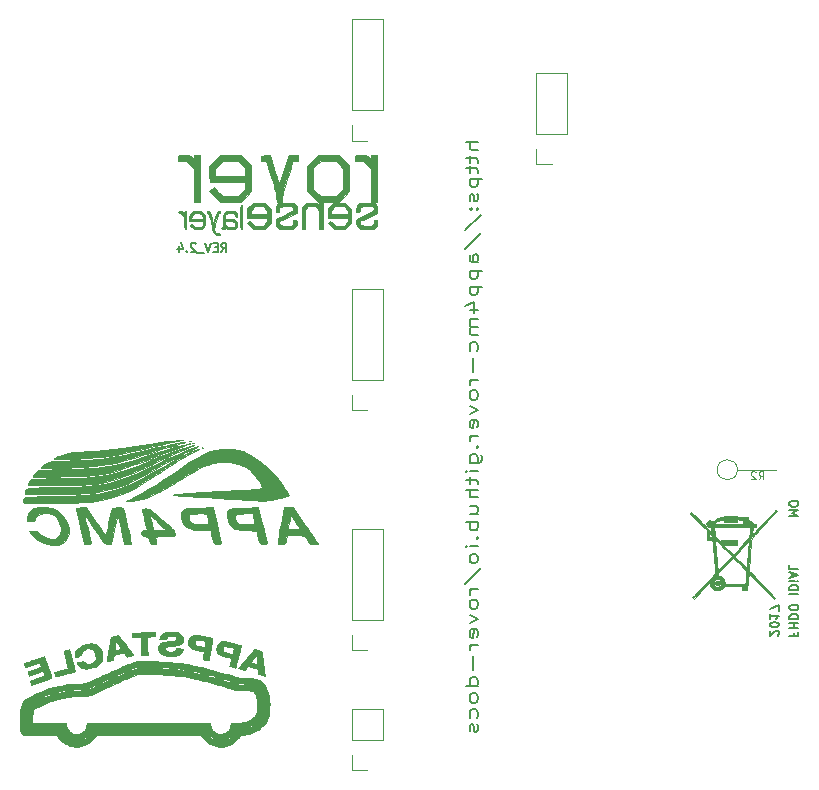
<source format=gbo>
G04 #@! TF.FileFunction,Legend,Bot*
%FSLAX46Y46*%
G04 Gerber Fmt 4.6, Leading zero omitted, Abs format (unit mm)*
G04 Created by KiCad (PCBNEW 4.0.5) date 11/17/17 15:23:21*
%MOMM*%
%LPD*%
G01*
G04 APERTURE LIST*
%ADD10C,0.100000*%
%ADD11C,0.200000*%
%ADD12C,0.187500*%
%ADD13C,0.010000*%
%ADD14C,0.120000*%
G04 APERTURE END LIST*
D10*
D11*
X138882381Y-72607428D02*
X137882381Y-72607428D01*
X138882381Y-73250285D02*
X138358571Y-73250285D01*
X138263333Y-73178856D01*
X138215714Y-73035999D01*
X138215714Y-72821714D01*
X138263333Y-72678856D01*
X138310952Y-72607428D01*
X138215714Y-73750285D02*
X138215714Y-74321714D01*
X137882381Y-73964571D02*
X138739524Y-73964571D01*
X138834762Y-74035999D01*
X138882381Y-74178857D01*
X138882381Y-74321714D01*
X138215714Y-74607428D02*
X138215714Y-75178857D01*
X137882381Y-74821714D02*
X138739524Y-74821714D01*
X138834762Y-74893142D01*
X138882381Y-75036000D01*
X138882381Y-75178857D01*
X138215714Y-75678857D02*
X139215714Y-75678857D01*
X138263333Y-75678857D02*
X138215714Y-75821714D01*
X138215714Y-76107428D01*
X138263333Y-76250285D01*
X138310952Y-76321714D01*
X138406190Y-76393143D01*
X138691905Y-76393143D01*
X138787143Y-76321714D01*
X138834762Y-76250285D01*
X138882381Y-76107428D01*
X138882381Y-75821714D01*
X138834762Y-75678857D01*
X138834762Y-76964571D02*
X138882381Y-77107428D01*
X138882381Y-77393143D01*
X138834762Y-77536000D01*
X138739524Y-77607428D01*
X138691905Y-77607428D01*
X138596667Y-77536000D01*
X138549048Y-77393143D01*
X138549048Y-77178857D01*
X138501429Y-77036000D01*
X138406190Y-76964571D01*
X138358571Y-76964571D01*
X138263333Y-77036000D01*
X138215714Y-77178857D01*
X138215714Y-77393143D01*
X138263333Y-77536000D01*
X138787143Y-78250286D02*
X138834762Y-78321714D01*
X138882381Y-78250286D01*
X138834762Y-78178857D01*
X138787143Y-78250286D01*
X138882381Y-78250286D01*
X138263333Y-78250286D02*
X138310952Y-78321714D01*
X138358571Y-78250286D01*
X138310952Y-78178857D01*
X138263333Y-78250286D01*
X138358571Y-78250286D01*
X137834762Y-80036000D02*
X139120476Y-78750286D01*
X137834762Y-81607429D02*
X139120476Y-80321715D01*
X138882381Y-82750287D02*
X138358571Y-82750287D01*
X138263333Y-82678858D01*
X138215714Y-82536001D01*
X138215714Y-82250287D01*
X138263333Y-82107430D01*
X138834762Y-82750287D02*
X138882381Y-82607430D01*
X138882381Y-82250287D01*
X138834762Y-82107430D01*
X138739524Y-82036001D01*
X138644286Y-82036001D01*
X138549048Y-82107430D01*
X138501429Y-82250287D01*
X138501429Y-82607430D01*
X138453810Y-82750287D01*
X138215714Y-83464573D02*
X139215714Y-83464573D01*
X138263333Y-83464573D02*
X138215714Y-83607430D01*
X138215714Y-83893144D01*
X138263333Y-84036001D01*
X138310952Y-84107430D01*
X138406190Y-84178859D01*
X138691905Y-84178859D01*
X138787143Y-84107430D01*
X138834762Y-84036001D01*
X138882381Y-83893144D01*
X138882381Y-83607430D01*
X138834762Y-83464573D01*
X138215714Y-84821716D02*
X139215714Y-84821716D01*
X138263333Y-84821716D02*
X138215714Y-84964573D01*
X138215714Y-85250287D01*
X138263333Y-85393144D01*
X138310952Y-85464573D01*
X138406190Y-85536002D01*
X138691905Y-85536002D01*
X138787143Y-85464573D01*
X138834762Y-85393144D01*
X138882381Y-85250287D01*
X138882381Y-84964573D01*
X138834762Y-84821716D01*
X138215714Y-86821716D02*
X138882381Y-86821716D01*
X137834762Y-86464573D02*
X138549048Y-86107430D01*
X138549048Y-87036002D01*
X138882381Y-87607430D02*
X138215714Y-87607430D01*
X138310952Y-87607430D02*
X138263333Y-87678858D01*
X138215714Y-87821716D01*
X138215714Y-88036001D01*
X138263333Y-88178858D01*
X138358571Y-88250287D01*
X138882381Y-88250287D01*
X138358571Y-88250287D02*
X138263333Y-88321716D01*
X138215714Y-88464573D01*
X138215714Y-88678858D01*
X138263333Y-88821716D01*
X138358571Y-88893144D01*
X138882381Y-88893144D01*
X138834762Y-90250287D02*
X138882381Y-90107430D01*
X138882381Y-89821716D01*
X138834762Y-89678858D01*
X138787143Y-89607430D01*
X138691905Y-89536001D01*
X138406190Y-89536001D01*
X138310952Y-89607430D01*
X138263333Y-89678858D01*
X138215714Y-89821716D01*
X138215714Y-90107430D01*
X138263333Y-90250287D01*
X138501429Y-90893144D02*
X138501429Y-92036001D01*
X138882381Y-92750287D02*
X138215714Y-92750287D01*
X138406190Y-92750287D02*
X138310952Y-92821715D01*
X138263333Y-92893144D01*
X138215714Y-93036001D01*
X138215714Y-93178858D01*
X138882381Y-93893144D02*
X138834762Y-93750286D01*
X138787143Y-93678858D01*
X138691905Y-93607429D01*
X138406190Y-93607429D01*
X138310952Y-93678858D01*
X138263333Y-93750286D01*
X138215714Y-93893144D01*
X138215714Y-94107429D01*
X138263333Y-94250286D01*
X138310952Y-94321715D01*
X138406190Y-94393144D01*
X138691905Y-94393144D01*
X138787143Y-94321715D01*
X138834762Y-94250286D01*
X138882381Y-94107429D01*
X138882381Y-93893144D01*
X138215714Y-94893144D02*
X138882381Y-95250287D01*
X138215714Y-95607429D01*
X138834762Y-96750286D02*
X138882381Y-96607429D01*
X138882381Y-96321715D01*
X138834762Y-96178858D01*
X138739524Y-96107429D01*
X138358571Y-96107429D01*
X138263333Y-96178858D01*
X138215714Y-96321715D01*
X138215714Y-96607429D01*
X138263333Y-96750286D01*
X138358571Y-96821715D01*
X138453810Y-96821715D01*
X138549048Y-96107429D01*
X138882381Y-97464572D02*
X138215714Y-97464572D01*
X138406190Y-97464572D02*
X138310952Y-97536000D01*
X138263333Y-97607429D01*
X138215714Y-97750286D01*
X138215714Y-97893143D01*
X138787143Y-98393143D02*
X138834762Y-98464571D01*
X138882381Y-98393143D01*
X138834762Y-98321714D01*
X138787143Y-98393143D01*
X138882381Y-98393143D01*
X138215714Y-99750286D02*
X139025238Y-99750286D01*
X139120476Y-99678857D01*
X139168095Y-99607429D01*
X139215714Y-99464572D01*
X139215714Y-99250286D01*
X139168095Y-99107429D01*
X138834762Y-99750286D02*
X138882381Y-99607429D01*
X138882381Y-99321715D01*
X138834762Y-99178857D01*
X138787143Y-99107429D01*
X138691905Y-99036000D01*
X138406190Y-99036000D01*
X138310952Y-99107429D01*
X138263333Y-99178857D01*
X138215714Y-99321715D01*
X138215714Y-99607429D01*
X138263333Y-99750286D01*
X138882381Y-100464572D02*
X138215714Y-100464572D01*
X137882381Y-100464572D02*
X137930000Y-100393143D01*
X137977619Y-100464572D01*
X137930000Y-100536000D01*
X137882381Y-100464572D01*
X137977619Y-100464572D01*
X138215714Y-100964572D02*
X138215714Y-101536001D01*
X137882381Y-101178858D02*
X138739524Y-101178858D01*
X138834762Y-101250286D01*
X138882381Y-101393144D01*
X138882381Y-101536001D01*
X138882381Y-102036001D02*
X137882381Y-102036001D01*
X138882381Y-102678858D02*
X138358571Y-102678858D01*
X138263333Y-102607429D01*
X138215714Y-102464572D01*
X138215714Y-102250287D01*
X138263333Y-102107429D01*
X138310952Y-102036001D01*
X138215714Y-104036001D02*
X138882381Y-104036001D01*
X138215714Y-103393144D02*
X138739524Y-103393144D01*
X138834762Y-103464572D01*
X138882381Y-103607430D01*
X138882381Y-103821715D01*
X138834762Y-103964572D01*
X138787143Y-104036001D01*
X138882381Y-104750287D02*
X137882381Y-104750287D01*
X138263333Y-104750287D02*
X138215714Y-104893144D01*
X138215714Y-105178858D01*
X138263333Y-105321715D01*
X138310952Y-105393144D01*
X138406190Y-105464573D01*
X138691905Y-105464573D01*
X138787143Y-105393144D01*
X138834762Y-105321715D01*
X138882381Y-105178858D01*
X138882381Y-104893144D01*
X138834762Y-104750287D01*
X138787143Y-106107430D02*
X138834762Y-106178858D01*
X138882381Y-106107430D01*
X138834762Y-106036001D01*
X138787143Y-106107430D01*
X138882381Y-106107430D01*
X138882381Y-106821716D02*
X138215714Y-106821716D01*
X137882381Y-106821716D02*
X137930000Y-106750287D01*
X137977619Y-106821716D01*
X137930000Y-106893144D01*
X137882381Y-106821716D01*
X137977619Y-106821716D01*
X138882381Y-107750288D02*
X138834762Y-107607430D01*
X138787143Y-107536002D01*
X138691905Y-107464573D01*
X138406190Y-107464573D01*
X138310952Y-107536002D01*
X138263333Y-107607430D01*
X138215714Y-107750288D01*
X138215714Y-107964573D01*
X138263333Y-108107430D01*
X138310952Y-108178859D01*
X138406190Y-108250288D01*
X138691905Y-108250288D01*
X138787143Y-108178859D01*
X138834762Y-108107430D01*
X138882381Y-107964573D01*
X138882381Y-107750288D01*
X137834762Y-109964573D02*
X139120476Y-108678859D01*
X138882381Y-110464574D02*
X138215714Y-110464574D01*
X138406190Y-110464574D02*
X138310952Y-110536002D01*
X138263333Y-110607431D01*
X138215714Y-110750288D01*
X138215714Y-110893145D01*
X138882381Y-111607431D02*
X138834762Y-111464573D01*
X138787143Y-111393145D01*
X138691905Y-111321716D01*
X138406190Y-111321716D01*
X138310952Y-111393145D01*
X138263333Y-111464573D01*
X138215714Y-111607431D01*
X138215714Y-111821716D01*
X138263333Y-111964573D01*
X138310952Y-112036002D01*
X138406190Y-112107431D01*
X138691905Y-112107431D01*
X138787143Y-112036002D01*
X138834762Y-111964573D01*
X138882381Y-111821716D01*
X138882381Y-111607431D01*
X138215714Y-112607431D02*
X138882381Y-112964574D01*
X138215714Y-113321716D01*
X138834762Y-114464573D02*
X138882381Y-114321716D01*
X138882381Y-114036002D01*
X138834762Y-113893145D01*
X138739524Y-113821716D01*
X138358571Y-113821716D01*
X138263333Y-113893145D01*
X138215714Y-114036002D01*
X138215714Y-114321716D01*
X138263333Y-114464573D01*
X138358571Y-114536002D01*
X138453810Y-114536002D01*
X138549048Y-113821716D01*
X138882381Y-115178859D02*
X138215714Y-115178859D01*
X138406190Y-115178859D02*
X138310952Y-115250287D01*
X138263333Y-115321716D01*
X138215714Y-115464573D01*
X138215714Y-115607430D01*
X138501429Y-116107430D02*
X138501429Y-117250287D01*
X138882381Y-118607430D02*
X137882381Y-118607430D01*
X138834762Y-118607430D02*
X138882381Y-118464573D01*
X138882381Y-118178859D01*
X138834762Y-118036001D01*
X138787143Y-117964573D01*
X138691905Y-117893144D01*
X138406190Y-117893144D01*
X138310952Y-117964573D01*
X138263333Y-118036001D01*
X138215714Y-118178859D01*
X138215714Y-118464573D01*
X138263333Y-118607430D01*
X138882381Y-119536002D02*
X138834762Y-119393144D01*
X138787143Y-119321716D01*
X138691905Y-119250287D01*
X138406190Y-119250287D01*
X138310952Y-119321716D01*
X138263333Y-119393144D01*
X138215714Y-119536002D01*
X138215714Y-119750287D01*
X138263333Y-119893144D01*
X138310952Y-119964573D01*
X138406190Y-120036002D01*
X138691905Y-120036002D01*
X138787143Y-119964573D01*
X138834762Y-119893144D01*
X138882381Y-119750287D01*
X138882381Y-119536002D01*
X138834762Y-121321716D02*
X138882381Y-121178859D01*
X138882381Y-120893145D01*
X138834762Y-120750287D01*
X138787143Y-120678859D01*
X138691905Y-120607430D01*
X138406190Y-120607430D01*
X138310952Y-120678859D01*
X138263333Y-120750287D01*
X138215714Y-120893145D01*
X138215714Y-121178859D01*
X138263333Y-121321716D01*
X138834762Y-121893144D02*
X138882381Y-122036001D01*
X138882381Y-122321716D01*
X138834762Y-122464573D01*
X138739524Y-122536001D01*
X138691905Y-122536001D01*
X138596667Y-122464573D01*
X138549048Y-122321716D01*
X138549048Y-122107430D01*
X138501429Y-121964573D01*
X138406190Y-121893144D01*
X138358571Y-121893144D01*
X138263333Y-121964573D01*
X138215714Y-122107430D01*
X138215714Y-122321716D01*
X138263333Y-122464573D01*
D12*
X164296286Y-114379215D02*
X164332000Y-114343501D01*
X164367714Y-114272072D01*
X164367714Y-114093501D01*
X164332000Y-114022072D01*
X164296286Y-113986358D01*
X164224857Y-113950643D01*
X164153429Y-113950643D01*
X164046286Y-113986358D01*
X163617714Y-114414929D01*
X163617714Y-113950643D01*
X164367714Y-113486357D02*
X164367714Y-113414929D01*
X164332000Y-113343500D01*
X164296286Y-113307786D01*
X164224857Y-113272072D01*
X164082000Y-113236357D01*
X163903429Y-113236357D01*
X163760571Y-113272072D01*
X163689143Y-113307786D01*
X163653429Y-113343500D01*
X163617714Y-113414929D01*
X163617714Y-113486357D01*
X163653429Y-113557786D01*
X163689143Y-113593500D01*
X163760571Y-113629215D01*
X163903429Y-113664929D01*
X164082000Y-113664929D01*
X164224857Y-113629215D01*
X164296286Y-113593500D01*
X164332000Y-113557786D01*
X164367714Y-113486357D01*
X163617714Y-112522071D02*
X163617714Y-112950643D01*
X163617714Y-112736357D02*
X164367714Y-112736357D01*
X164260571Y-112807786D01*
X164189143Y-112879214D01*
X164153429Y-112950643D01*
X164367714Y-112272071D02*
X164367714Y-111772071D01*
X163617714Y-112093500D01*
X165268714Y-104274857D02*
X166018714Y-104274857D01*
X165483000Y-104024857D01*
X166018714Y-103774857D01*
X165268714Y-103774857D01*
X166018714Y-103274856D02*
X166018714Y-103131999D01*
X165983000Y-103060571D01*
X165911571Y-102989142D01*
X165768714Y-102953428D01*
X165518714Y-102953428D01*
X165375857Y-102989142D01*
X165304429Y-103060571D01*
X165268714Y-103131999D01*
X165268714Y-103274856D01*
X165304429Y-103346285D01*
X165375857Y-103417714D01*
X165518714Y-103453428D01*
X165768714Y-103453428D01*
X165911571Y-103417714D01*
X165983000Y-103346285D01*
X166018714Y-103274856D01*
X165661571Y-114138929D02*
X165661571Y-114388929D01*
X165268714Y-114388929D02*
X166018714Y-114388929D01*
X166018714Y-114031786D01*
X165268714Y-113746072D02*
X166018714Y-113746072D01*
X165661571Y-113746072D02*
X165661571Y-113317500D01*
X165268714Y-113317500D02*
X166018714Y-113317500D01*
X165268714Y-112960358D02*
X166018714Y-112960358D01*
X166018714Y-112781786D01*
X165983000Y-112674643D01*
X165911571Y-112603215D01*
X165840143Y-112567500D01*
X165697286Y-112531786D01*
X165590143Y-112531786D01*
X165447286Y-112567500D01*
X165375857Y-112603215D01*
X165304429Y-112674643D01*
X165268714Y-112781786D01*
X165268714Y-112960358D01*
X166018714Y-112067500D02*
X166018714Y-111924643D01*
X165983000Y-111853215D01*
X165911571Y-111781786D01*
X165768714Y-111746072D01*
X165518714Y-111746072D01*
X165375857Y-111781786D01*
X165304429Y-111853215D01*
X165268714Y-111924643D01*
X165268714Y-112067500D01*
X165304429Y-112138929D01*
X165375857Y-112210358D01*
X165518714Y-112246072D01*
X165768714Y-112246072D01*
X165911571Y-112210358D01*
X165983000Y-112138929D01*
X166018714Y-112067500D01*
X165268714Y-110853215D02*
X166018714Y-110853215D01*
X165268714Y-110496072D02*
X166018714Y-110496072D01*
X166018714Y-110317500D01*
X165983000Y-110210357D01*
X165911571Y-110138929D01*
X165840143Y-110103214D01*
X165697286Y-110067500D01*
X165590143Y-110067500D01*
X165447286Y-110103214D01*
X165375857Y-110138929D01*
X165304429Y-110210357D01*
X165268714Y-110317500D01*
X165268714Y-110496072D01*
X165268714Y-109746072D02*
X165768714Y-109746072D01*
X166018714Y-109746072D02*
X165983000Y-109781786D01*
X165947286Y-109746072D01*
X165983000Y-109710357D01*
X166018714Y-109746072D01*
X165947286Y-109746072D01*
X165483000Y-109424643D02*
X165483000Y-109067500D01*
X165268714Y-109496071D02*
X166018714Y-109246071D01*
X165268714Y-108996071D01*
X165268714Y-108388929D02*
X165268714Y-108746072D01*
X166018714Y-108746072D01*
X117177143Y-81873286D02*
X117427143Y-81516143D01*
X117605715Y-81873286D02*
X117605715Y-81123286D01*
X117320000Y-81123286D01*
X117248572Y-81159000D01*
X117212857Y-81194714D01*
X117177143Y-81266143D01*
X117177143Y-81373286D01*
X117212857Y-81444714D01*
X117248572Y-81480429D01*
X117320000Y-81516143D01*
X117605715Y-81516143D01*
X116855715Y-81480429D02*
X116605715Y-81480429D01*
X116498572Y-81873286D02*
X116855715Y-81873286D01*
X116855715Y-81123286D01*
X116498572Y-81123286D01*
X116284286Y-81123286D02*
X116034286Y-81873286D01*
X115784286Y-81123286D01*
X115712858Y-81944714D02*
X115141429Y-81944714D01*
X114998572Y-81194714D02*
X114962858Y-81159000D01*
X114891429Y-81123286D01*
X114712858Y-81123286D01*
X114641429Y-81159000D01*
X114605715Y-81194714D01*
X114570000Y-81266143D01*
X114570000Y-81337571D01*
X114605715Y-81444714D01*
X115034286Y-81873286D01*
X114570000Y-81873286D01*
X114248572Y-81801857D02*
X114212857Y-81837571D01*
X114248572Y-81873286D01*
X114284286Y-81837571D01*
X114248572Y-81801857D01*
X114248572Y-81873286D01*
X113570000Y-81373286D02*
X113570000Y-81873286D01*
X113748571Y-81087571D02*
X113927143Y-81623286D01*
X113462857Y-81623286D01*
D13*
G36*
X110406856Y-116539180D02*
X110253577Y-116543114D01*
X110142867Y-116548642D01*
X110040393Y-116556024D01*
X109962004Y-116563794D01*
X109897950Y-116573877D01*
X109838486Y-116588202D01*
X109773863Y-116608696D01*
X109694334Y-116637285D01*
X109694133Y-116637359D01*
X109577094Y-116682042D01*
X109432475Y-116739779D01*
X109263345Y-116809215D01*
X109072774Y-116888997D01*
X108863832Y-116977771D01*
X108639586Y-117074182D01*
X108403108Y-117176876D01*
X108157466Y-117284500D01*
X107905730Y-117395700D01*
X107650968Y-117509122D01*
X107396251Y-117623411D01*
X107144648Y-117737214D01*
X106899228Y-117849177D01*
X106663060Y-117957946D01*
X106439214Y-118062167D01*
X106230760Y-118160485D01*
X106104267Y-118220925D01*
X105689400Y-118420322D01*
X105156000Y-118433168D01*
X104952348Y-118438676D01*
X104776148Y-118444933D01*
X104620987Y-118452402D01*
X104480452Y-118461544D01*
X104348129Y-118472821D01*
X104217605Y-118486695D01*
X104082466Y-118503628D01*
X103979133Y-118517912D01*
X103510717Y-118599195D01*
X103044032Y-118709535D01*
X102576667Y-118849700D01*
X102106210Y-119020457D01*
X101630248Y-119222574D01*
X101354467Y-119352641D01*
X101139236Y-119459633D01*
X100954947Y-119555343D01*
X100800782Y-119640243D01*
X100675920Y-119714804D01*
X100579544Y-119779498D01*
X100510833Y-119834795D01*
X100502301Y-119842852D01*
X100411139Y-119952641D01*
X100331254Y-120093918D01*
X100262749Y-120266203D01*
X100205731Y-120469013D01*
X100160304Y-120701867D01*
X100126573Y-120964282D01*
X100104643Y-121255777D01*
X100094619Y-121575869D01*
X100093980Y-121716800D01*
X100095025Y-121835325D01*
X100097352Y-121957270D01*
X100100690Y-122072821D01*
X100104763Y-122172160D01*
X100108361Y-122233267D01*
X100122181Y-122357403D01*
X100145771Y-122456319D01*
X100182579Y-122538064D01*
X100236056Y-122610690D01*
X100295295Y-122669564D01*
X100320450Y-122692569D01*
X100342956Y-122712716D01*
X100365116Y-122730194D01*
X100389231Y-122745192D01*
X100417606Y-122757898D01*
X100452542Y-122768503D01*
X100496342Y-122777195D01*
X100551310Y-122784163D01*
X100619746Y-122789598D01*
X100703956Y-122793687D01*
X100806240Y-122796620D01*
X100928902Y-122798586D01*
X101074244Y-122799774D01*
X101244570Y-122800374D01*
X101442182Y-122800575D01*
X101669382Y-122800566D01*
X101889583Y-122800534D01*
X103239933Y-122800534D01*
X103317988Y-122917946D01*
X103460654Y-123103891D01*
X103629888Y-123274966D01*
X103819831Y-123426070D01*
X104024625Y-123552099D01*
X104076953Y-123578844D01*
X104313782Y-123676973D01*
X104555250Y-123741870D01*
X104799465Y-123773536D01*
X105044537Y-123771971D01*
X105288574Y-123737175D01*
X105529685Y-123669148D01*
X105743981Y-123578844D01*
X105951547Y-123459811D01*
X106145713Y-123314441D01*
X106320621Y-123147836D01*
X106433376Y-123010279D01*
X105730219Y-123010279D01*
X105676925Y-123048727D01*
X105599022Y-123091847D01*
X105504709Y-123135925D01*
X105402191Y-123177250D01*
X105299667Y-123212108D01*
X105257600Y-123224191D01*
X105199071Y-123239427D01*
X105165064Y-123245415D01*
X105147433Y-123241842D01*
X105138034Y-123228392D01*
X105134470Y-123219427D01*
X105126548Y-123189537D01*
X105127673Y-123178816D01*
X105146139Y-123171628D01*
X105187801Y-123159274D01*
X105233870Y-123146970D01*
X105254101Y-123140611D01*
X104460655Y-123140611D01*
X104457391Y-123169399D01*
X104441975Y-123182746D01*
X104410353Y-123180174D01*
X104358474Y-123161205D01*
X104282286Y-123125359D01*
X104267000Y-123117741D01*
X104176164Y-123068196D01*
X104086838Y-123012405D01*
X104008060Y-122956474D01*
X103948868Y-122906513D01*
X103937754Y-122895204D01*
X103911653Y-122863955D01*
X103907720Y-122844033D01*
X103923473Y-122823537D01*
X103939060Y-122811922D01*
X103957202Y-122812038D01*
X103984468Y-122826834D01*
X104027426Y-122859259D01*
X104057986Y-122883936D01*
X104125335Y-122933125D01*
X104208542Y-122985843D01*
X104292238Y-123032509D01*
X104312488Y-123042617D01*
X104385451Y-123080654D01*
X104435732Y-123112699D01*
X104459361Y-123136125D01*
X104460655Y-123140611D01*
X105254101Y-123140611D01*
X105293447Y-123128244D01*
X105367538Y-123099968D01*
X105447559Y-123066011D01*
X105524925Y-123030242D01*
X105591052Y-122996531D01*
X105637356Y-122968749D01*
X105648552Y-122960030D01*
X105671380Y-122945665D01*
X105692463Y-122955560D01*
X105706303Y-122969834D01*
X105726617Y-122996738D01*
X105730219Y-123010279D01*
X106433376Y-123010279D01*
X106470411Y-122965098D01*
X106502945Y-122917946D01*
X106581001Y-122800534D01*
X111012001Y-122801106D01*
X115443000Y-122801678D01*
X115535481Y-122939427D01*
X115684679Y-123132059D01*
X115857232Y-123302598D01*
X116049768Y-123449505D01*
X116258918Y-123571242D01*
X116481311Y-123666269D01*
X116713578Y-123733046D01*
X116952347Y-123770035D01*
X117194249Y-123775696D01*
X117339533Y-123763409D01*
X117585124Y-123715560D01*
X117821623Y-123636095D01*
X118045922Y-123526731D01*
X118254919Y-123389183D01*
X118445507Y-123225169D01*
X118582508Y-123076213D01*
X118633715Y-123011924D01*
X118664254Y-122970930D01*
X117944358Y-122970930D01*
X117940198Y-122992406D01*
X117916573Y-123016828D01*
X117869660Y-123048337D01*
X117806848Y-123084784D01*
X117742687Y-123117496D01*
X117665490Y-123151794D01*
X117583798Y-123184454D01*
X117506156Y-123212251D01*
X117441105Y-123231957D01*
X117397190Y-123240349D01*
X117394567Y-123240440D01*
X117370290Y-123227711D01*
X117364933Y-123200351D01*
X117371028Y-123172012D01*
X117393991Y-123156957D01*
X116692897Y-123156957D01*
X116691402Y-123166394D01*
X116685297Y-123187565D01*
X116673333Y-123197999D01*
X116649976Y-123196873D01*
X116609691Y-123183361D01*
X116546941Y-123156638D01*
X116507477Y-123138994D01*
X116415042Y-123091213D01*
X116310661Y-123027106D01*
X116206351Y-122954279D01*
X116163103Y-122921058D01*
X116135441Y-122896557D01*
X116132552Y-122878659D01*
X116152015Y-122853748D01*
X116169384Y-122836577D01*
X116185649Y-122832140D01*
X116208675Y-122842946D01*
X116246328Y-122871508D01*
X116271433Y-122891876D01*
X116389917Y-122977190D01*
X116518290Y-123050558D01*
X116621502Y-123096009D01*
X116668233Y-123115633D01*
X116689608Y-123133508D01*
X116692897Y-123156957D01*
X117393991Y-123156957D01*
X117395410Y-123156027D01*
X117428434Y-123148125D01*
X117501103Y-123128375D01*
X117590428Y-123094905D01*
X117684854Y-123052734D01*
X117772823Y-123006879D01*
X117820276Y-122977997D01*
X117869913Y-122946353D01*
X117899710Y-122931961D01*
X117917621Y-122932719D01*
X117931599Y-122946526D01*
X117932878Y-122948257D01*
X117944358Y-122970930D01*
X118664254Y-122970930D01*
X118681866Y-122947290D01*
X118718791Y-122893407D01*
X118727309Y-122879554D01*
X118770913Y-122805149D01*
X118912460Y-122793664D01*
X119096692Y-122770322D01*
X119298643Y-122730041D01*
X119508462Y-122675553D01*
X119716300Y-122609587D01*
X119912305Y-122534876D01*
X120022057Y-122486075D01*
X120251624Y-122361448D01*
X120410259Y-122252172D01*
X118872000Y-122252172D01*
X118871033Y-122269143D01*
X118864379Y-122280533D01*
X118846406Y-122287453D01*
X118811483Y-122291018D01*
X118753979Y-122292340D01*
X118668262Y-122292533D01*
X118667848Y-122292534D01*
X118463696Y-122292534D01*
X118429989Y-122368734D01*
X118406622Y-122417509D01*
X118388454Y-122439647D01*
X118368747Y-122440201D01*
X118348957Y-122429527D01*
X118337018Y-122415779D01*
X118337083Y-122391222D01*
X118349847Y-122347240D01*
X118357293Y-122326081D01*
X118377691Y-122276426D01*
X118396586Y-122242089D01*
X118406202Y-122232465D01*
X118428696Y-122230024D01*
X118478170Y-122226925D01*
X118547753Y-122223533D01*
X118630577Y-122220214D01*
X118647633Y-122219609D01*
X118872000Y-122211810D01*
X118872000Y-122252172D01*
X120410259Y-122252172D01*
X120467194Y-122212953D01*
X120660383Y-122046456D01*
X120684628Y-122022582D01*
X120821025Y-121874686D01*
X120855677Y-121828768D01*
X120108514Y-121828768D01*
X120107761Y-121845368D01*
X120089538Y-121863424D01*
X120049069Y-121888974D01*
X120017849Y-121907110D01*
X119923993Y-121959307D01*
X119830322Y-122007930D01*
X119742252Y-122050510D01*
X119665198Y-122084577D01*
X119604576Y-122107662D01*
X119565800Y-122117296D01*
X119557800Y-122116884D01*
X119542094Y-122098299D01*
X119535456Y-122075307D01*
X119539553Y-122045425D01*
X119552389Y-122038290D01*
X119579514Y-122030571D01*
X119629239Y-122010032D01*
X119694480Y-121980161D01*
X119768157Y-121944443D01*
X119843185Y-121906367D01*
X119912483Y-121869419D01*
X119968968Y-121837085D01*
X119995678Y-121820044D01*
X120070847Y-121768326D01*
X120096573Y-121807588D01*
X120108514Y-121828768D01*
X120855677Y-121828768D01*
X120931472Y-121728334D01*
X121022209Y-121574549D01*
X121077227Y-121457933D01*
X121120632Y-121349657D01*
X121156412Y-121241797D01*
X121185342Y-121129439D01*
X121208198Y-121007671D01*
X121225755Y-120871577D01*
X121236757Y-120740463D01*
X120734253Y-120740463D01*
X120731111Y-120790504D01*
X120728188Y-120822835D01*
X120695363Y-121023460D01*
X120636359Y-121208186D01*
X120624323Y-121236451D01*
X120600506Y-121287408D01*
X120583247Y-121312584D01*
X120566606Y-121317672D01*
X120547627Y-121309987D01*
X120522257Y-121285870D01*
X120524553Y-121262535D01*
X120552897Y-121191422D01*
X120582131Y-121105599D01*
X120608873Y-121016396D01*
X120629741Y-120935143D01*
X120641352Y-120873169D01*
X120641700Y-120870133D01*
X120650855Y-120792846D01*
X120659618Y-120743298D01*
X120670191Y-120715462D01*
X120684776Y-120703310D01*
X120703554Y-120700800D01*
X120721927Y-120702808D01*
X120731676Y-120713630D01*
X120734253Y-120740463D01*
X121236757Y-120740463D01*
X121238790Y-120716245D01*
X121248076Y-120536760D01*
X121254196Y-120336733D01*
X121256328Y-120161669D01*
X120201590Y-120161669D01*
X120197439Y-120394209D01*
X120193277Y-120468234D01*
X120185888Y-120570308D01*
X120177487Y-120668839D01*
X120168900Y-120755162D01*
X120160956Y-120820609D01*
X120157529Y-120842538D01*
X120112878Y-120998465D01*
X120037043Y-121141450D01*
X119930188Y-121271367D01*
X119792474Y-121388094D01*
X119624064Y-121491509D01*
X119425121Y-121581488D01*
X119195807Y-121657908D01*
X119020513Y-121702543D01*
X118965259Y-121713994D01*
X118908527Y-121723054D01*
X118844913Y-121730110D01*
X118769009Y-121735552D01*
X118675413Y-121739768D01*
X118558717Y-121743146D01*
X118414800Y-121746051D01*
X117966067Y-121753947D01*
X117963535Y-121892007D01*
X117946587Y-122049793D01*
X117900791Y-122194259D01*
X117824613Y-122328718D01*
X117716520Y-122456484D01*
X117690614Y-122481834D01*
X117558547Y-122584879D01*
X117411859Y-122658473D01*
X117254294Y-122701619D01*
X117089598Y-122713321D01*
X116921515Y-122692582D01*
X116909309Y-122689793D01*
X116764292Y-122639739D01*
X116630651Y-122563004D01*
X116511725Y-122463950D01*
X116410853Y-122346934D01*
X116351133Y-122248789D01*
X115824000Y-122248789D01*
X115811197Y-122275981D01*
X115802833Y-122281319D01*
X115779692Y-122284158D01*
X115728582Y-122286752D01*
X115655401Y-122288920D01*
X115566046Y-122290480D01*
X115481100Y-122291197D01*
X115373610Y-122291514D01*
X115295355Y-122291030D01*
X115241704Y-122289246D01*
X115208027Y-122285659D01*
X115189693Y-122279769D01*
X115182072Y-122271073D01*
X115180534Y-122259072D01*
X115180533Y-122258667D01*
X114503200Y-122258667D01*
X114501787Y-122270565D01*
X114494522Y-122279293D01*
X114476870Y-122285340D01*
X114444296Y-122289197D01*
X114392263Y-122291354D01*
X114316235Y-122292302D01*
X114211677Y-122292531D01*
X114189934Y-122292534D01*
X114079873Y-122292381D01*
X113999142Y-122291595D01*
X113943206Y-122289687D01*
X113907529Y-122286165D01*
X113887575Y-122280540D01*
X113878808Y-122272321D01*
X113876691Y-122261017D01*
X113876667Y-122258667D01*
X113182400Y-122258667D01*
X113180987Y-122270565D01*
X113173722Y-122279293D01*
X113156070Y-122285340D01*
X113123496Y-122289197D01*
X113071463Y-122291354D01*
X112995435Y-122292302D01*
X112890877Y-122292531D01*
X112869133Y-122292534D01*
X112759073Y-122292381D01*
X112678342Y-122291595D01*
X112622406Y-122289687D01*
X112586729Y-122286165D01*
X112566775Y-122280540D01*
X112558008Y-122272321D01*
X112555891Y-122261017D01*
X112555867Y-122258667D01*
X111878533Y-122258667D01*
X111877120Y-122270565D01*
X111869855Y-122279293D01*
X111852204Y-122285340D01*
X111819629Y-122289197D01*
X111767596Y-122291354D01*
X111691568Y-122292302D01*
X111587010Y-122292531D01*
X111565267Y-122292534D01*
X111455206Y-122292381D01*
X111374475Y-122291595D01*
X111318540Y-122289687D01*
X111282862Y-122286165D01*
X111262908Y-122280540D01*
X111254141Y-122272321D01*
X111252025Y-122261017D01*
X111252000Y-122258667D01*
X110574667Y-122258667D01*
X110573282Y-122270429D01*
X110566142Y-122279098D01*
X110548772Y-122285144D01*
X110516695Y-122289038D01*
X110465435Y-122291253D01*
X110390515Y-122292259D01*
X110287459Y-122292526D01*
X110252933Y-122292534D01*
X110141193Y-122292388D01*
X110058842Y-122291636D01*
X110001405Y-122289808D01*
X109964405Y-122286431D01*
X109943366Y-122281035D01*
X109933812Y-122273149D01*
X109931267Y-122262301D01*
X109931200Y-122258667D01*
X109253867Y-122258667D01*
X109252453Y-122270565D01*
X109245189Y-122279293D01*
X109227537Y-122285340D01*
X109194963Y-122289197D01*
X109142929Y-122291354D01*
X109066902Y-122292302D01*
X108962344Y-122292531D01*
X108940600Y-122292534D01*
X108830539Y-122292381D01*
X108749809Y-122291595D01*
X108693873Y-122289687D01*
X108658196Y-122286165D01*
X108638241Y-122280540D01*
X108629474Y-122272321D01*
X108627358Y-122261017D01*
X108627333Y-122258667D01*
X107950000Y-122258667D01*
X107948587Y-122270565D01*
X107941322Y-122279293D01*
X107923670Y-122285340D01*
X107891096Y-122289197D01*
X107839063Y-122291354D01*
X107763035Y-122292302D01*
X107658477Y-122292531D01*
X107636734Y-122292534D01*
X107526673Y-122292381D01*
X107445942Y-122291595D01*
X107390006Y-122289687D01*
X107354329Y-122286165D01*
X107334375Y-122280540D01*
X107325608Y-122272321D01*
X107323491Y-122261017D01*
X107323467Y-122258667D01*
X107323535Y-122258094D01*
X106629200Y-122258094D01*
X106626684Y-122272892D01*
X106615205Y-122282810D01*
X106588871Y-122289083D01*
X106541787Y-122292944D01*
X106468060Y-122295626D01*
X106447167Y-122296194D01*
X106265134Y-122301000D01*
X106223798Y-122389900D01*
X106199452Y-122441599D01*
X106183523Y-122468339D01*
X106169599Y-122475614D01*
X106151270Y-122468912D01*
X106139143Y-122462407D01*
X106123930Y-122451782D01*
X106118973Y-122436148D01*
X106125065Y-122407634D01*
X106143003Y-122358367D01*
X106151974Y-122335407D01*
X106195437Y-122224800D01*
X106412319Y-122224800D01*
X106501451Y-122225109D01*
X106562148Y-122226591D01*
X106599839Y-122230079D01*
X106619954Y-122236408D01*
X106627922Y-122246411D01*
X106629200Y-122258094D01*
X107323535Y-122258094D01*
X107324880Y-122246768D01*
X107332145Y-122238041D01*
X107349797Y-122231994D01*
X107382371Y-122228137D01*
X107434404Y-122225979D01*
X107510432Y-122225032D01*
X107614990Y-122224803D01*
X107636734Y-122224800D01*
X107746794Y-122224953D01*
X107827525Y-122225738D01*
X107883461Y-122227647D01*
X107919138Y-122231168D01*
X107939092Y-122236793D01*
X107947859Y-122245013D01*
X107949976Y-122256316D01*
X107950000Y-122258667D01*
X108627333Y-122258667D01*
X108628747Y-122246768D01*
X108636012Y-122238041D01*
X108653663Y-122231994D01*
X108686238Y-122228137D01*
X108738271Y-122225979D01*
X108814299Y-122225032D01*
X108918857Y-122224803D01*
X108940600Y-122224800D01*
X109050661Y-122224953D01*
X109131392Y-122225738D01*
X109187327Y-122227647D01*
X109223005Y-122231168D01*
X109242959Y-122236793D01*
X109251726Y-122245013D01*
X109253842Y-122256316D01*
X109253867Y-122258667D01*
X109931200Y-122258667D01*
X109932585Y-122246905D01*
X109939725Y-122238236D01*
X109957095Y-122232190D01*
X109989172Y-122228295D01*
X110040432Y-122226081D01*
X110115352Y-122225075D01*
X110218408Y-122224807D01*
X110252933Y-122224800D01*
X110364674Y-122224946D01*
X110447025Y-122225697D01*
X110504462Y-122227526D01*
X110541462Y-122230902D01*
X110562501Y-122236298D01*
X110572055Y-122244185D01*
X110574600Y-122255033D01*
X110574667Y-122258667D01*
X111252000Y-122258667D01*
X111253414Y-122246768D01*
X111260678Y-122238041D01*
X111278330Y-122231994D01*
X111310904Y-122228137D01*
X111362938Y-122225979D01*
X111438965Y-122225032D01*
X111543523Y-122224803D01*
X111565267Y-122224800D01*
X111675328Y-122224953D01*
X111756058Y-122225738D01*
X111811994Y-122227647D01*
X111847671Y-122231168D01*
X111867626Y-122236793D01*
X111876393Y-122245013D01*
X111878509Y-122256316D01*
X111878533Y-122258667D01*
X112555867Y-122258667D01*
X112557280Y-122246768D01*
X112564545Y-122238041D01*
X112582197Y-122231994D01*
X112614771Y-122228137D01*
X112666804Y-122225979D01*
X112742832Y-122225032D01*
X112847390Y-122224803D01*
X112869133Y-122224800D01*
X112979194Y-122224953D01*
X113059925Y-122225738D01*
X113115861Y-122227647D01*
X113151538Y-122231168D01*
X113171492Y-122236793D01*
X113180259Y-122245013D01*
X113182376Y-122256316D01*
X113182400Y-122258667D01*
X113876667Y-122258667D01*
X113878080Y-122246768D01*
X113885345Y-122238041D01*
X113902997Y-122231994D01*
X113935571Y-122228137D01*
X113987604Y-122225979D01*
X114063632Y-122225032D01*
X114168190Y-122224803D01*
X114189934Y-122224800D01*
X114299994Y-122224953D01*
X114380725Y-122225738D01*
X114436661Y-122227647D01*
X114472338Y-122231168D01*
X114492292Y-122236793D01*
X114501059Y-122245013D01*
X114503176Y-122256316D01*
X114503200Y-122258667D01*
X115180533Y-122258667D01*
X115181919Y-122246905D01*
X115189058Y-122238236D01*
X115206428Y-122232190D01*
X115238505Y-122228295D01*
X115289765Y-122226081D01*
X115364686Y-122225075D01*
X115467742Y-122224807D01*
X115502267Y-122224800D01*
X115616714Y-122225183D01*
X115701383Y-122226534D01*
X115760358Y-122229158D01*
X115797721Y-122233359D01*
X115817555Y-122239442D01*
X115823943Y-122247711D01*
X115824000Y-122248789D01*
X116351133Y-122248789D01*
X116331372Y-122216315D01*
X116276622Y-122076453D01*
X116249940Y-121931707D01*
X116249840Y-121828670D01*
X116256044Y-121750667D01*
X105765600Y-121750667D01*
X105765600Y-121875883D01*
X105749354Y-122036384D01*
X105702418Y-122187889D01*
X105627501Y-122327034D01*
X105527307Y-122450455D01*
X105404545Y-122554786D01*
X105261921Y-122636662D01*
X105110226Y-122690652D01*
X104953156Y-122715084D01*
X104798279Y-122708380D01*
X104649072Y-122673227D01*
X104509015Y-122612311D01*
X104381585Y-122528317D01*
X104270260Y-122423933D01*
X104178519Y-122301844D01*
X104147988Y-122240892D01*
X103596512Y-122240892D01*
X103591667Y-122250115D01*
X103585433Y-122257256D01*
X103572286Y-122268839D01*
X103553767Y-122277346D01*
X103524864Y-122283280D01*
X103480565Y-122287140D01*
X103415857Y-122289429D01*
X103325728Y-122290647D01*
X103246767Y-122291122D01*
X103137563Y-122291468D01*
X103057657Y-122291039D01*
X103002482Y-122289357D01*
X102967471Y-122285941D01*
X102948056Y-122280313D01*
X102939671Y-122271991D01*
X102937747Y-122260498D01*
X102937733Y-122258667D01*
X102260400Y-122258667D01*
X102258987Y-122270565D01*
X102251722Y-122279293D01*
X102234070Y-122285340D01*
X102201496Y-122289197D01*
X102149463Y-122291354D01*
X102073435Y-122292302D01*
X101968877Y-122292531D01*
X101947133Y-122292534D01*
X101837073Y-122292381D01*
X101756342Y-122291595D01*
X101700406Y-122289687D01*
X101664729Y-122286165D01*
X101644775Y-122280540D01*
X101636008Y-122272321D01*
X101633891Y-122261017D01*
X101633867Y-122258667D01*
X100956533Y-122258667D01*
X100954280Y-122273853D01*
X100943505Y-122283670D01*
X100918183Y-122289279D01*
X100872291Y-122291842D01*
X100799806Y-122292521D01*
X100780949Y-122292534D01*
X100605365Y-122292534D01*
X100594869Y-122229034D01*
X100589050Y-122176360D01*
X100585158Y-122107805D01*
X100584187Y-122059700D01*
X100584895Y-122001952D01*
X100589351Y-121970266D01*
X100600658Y-121956844D01*
X100621923Y-121953889D01*
X100626333Y-121953867D01*
X100648699Y-121955681D01*
X100661366Y-121966114D01*
X100667088Y-121992650D01*
X100668614Y-122042775D01*
X100668667Y-122069014D01*
X100671637Y-122134785D01*
X100679627Y-122183575D01*
X100688987Y-122204480D01*
X100717209Y-122215543D01*
X100771302Y-122222669D01*
X100832920Y-122224800D01*
X100896807Y-122225643D01*
X100933949Y-122229468D01*
X100951450Y-122238223D01*
X100956417Y-122253854D01*
X100956533Y-122258667D01*
X101633867Y-122258667D01*
X101635280Y-122246768D01*
X101642545Y-122238041D01*
X101660197Y-122231994D01*
X101692771Y-122228137D01*
X101744804Y-122225979D01*
X101820832Y-122225032D01*
X101925390Y-122224803D01*
X101947133Y-122224800D01*
X102057194Y-122224953D01*
X102137925Y-122225738D01*
X102193861Y-122227647D01*
X102229538Y-122231168D01*
X102249492Y-122236793D01*
X102258259Y-122245013D01*
X102260376Y-122256316D01*
X102260400Y-122258667D01*
X102937733Y-122258667D01*
X102939066Y-122247163D01*
X102945971Y-122238610D01*
X102962814Y-122232570D01*
X102993958Y-122228608D01*
X103043768Y-122226287D01*
X103116607Y-122225171D01*
X103216839Y-122224823D01*
X103276400Y-122224800D01*
X103391212Y-122224899D01*
X103476136Y-122225474D01*
X103535149Y-122226943D01*
X103572231Y-122229724D01*
X103591359Y-122234234D01*
X103596512Y-122240892D01*
X104147988Y-122240892D01*
X104109840Y-122164736D01*
X104067700Y-122015295D01*
X104055333Y-121875978D01*
X104055333Y-121750857D01*
X102611767Y-121746529D01*
X101168200Y-121742200D01*
X101162530Y-121657533D01*
X101160649Y-121582934D01*
X101162836Y-121485859D01*
X101168510Y-121372441D01*
X101177093Y-121248810D01*
X101188005Y-121121097D01*
X101200667Y-120995435D01*
X101214501Y-120877953D01*
X101228926Y-120774783D01*
X101242855Y-120694963D01*
X100729862Y-120694963D01*
X100723979Y-120750338D01*
X100721026Y-120770006D01*
X100711742Y-120840126D01*
X100702484Y-120927340D01*
X100694995Y-121014922D01*
X100693864Y-121031000D01*
X100687151Y-121123096D01*
X100680623Y-121186603D01*
X100672864Y-121226762D01*
X100662456Y-121248813D01*
X100647984Y-121257996D01*
X100632067Y-121259600D01*
X100616327Y-121258231D01*
X100606536Y-121250167D01*
X100601924Y-121229471D01*
X100601718Y-121190208D01*
X100605144Y-121126440D01*
X100608379Y-121077567D01*
X100617637Y-120962324D01*
X100628893Y-120857493D01*
X100641390Y-120767900D01*
X100654371Y-120698369D01*
X100667082Y-120653725D01*
X100677133Y-120638941D01*
X100705261Y-120642192D01*
X100715999Y-120647515D01*
X100727303Y-120663147D01*
X100729862Y-120694963D01*
X101242855Y-120694963D01*
X101243363Y-120692056D01*
X101257234Y-120635903D01*
X101259700Y-120628895D01*
X101271224Y-120612445D01*
X101296585Y-120591400D01*
X101338777Y-120564019D01*
X101400794Y-120528557D01*
X101485627Y-120483271D01*
X101596271Y-120426419D01*
X101679057Y-120384640D01*
X102032254Y-120214349D01*
X102369342Y-120066844D01*
X102696781Y-119939662D01*
X102852971Y-119887003D01*
X101498095Y-119887003D01*
X101484100Y-119896959D01*
X101446061Y-119919943D01*
X101389663Y-119952764D01*
X101320594Y-119992235D01*
X101244540Y-120035164D01*
X101167189Y-120078365D01*
X101094227Y-120118646D01*
X101031341Y-120152819D01*
X100984218Y-120177694D01*
X100958545Y-120190083D01*
X100956373Y-120190809D01*
X100941913Y-120179918D01*
X100926811Y-120159277D01*
X100918865Y-120146073D01*
X100915888Y-120134542D01*
X100921318Y-120122207D01*
X100938592Y-120106591D01*
X100971151Y-120085215D01*
X101022431Y-120055605D01*
X101095872Y-120015281D01*
X101194911Y-119961768D01*
X101219000Y-119948775D01*
X101308633Y-119900837D01*
X101373334Y-119867651D01*
X101417726Y-119847433D01*
X101446433Y-119838401D01*
X101464079Y-119838773D01*
X101475287Y-119846766D01*
X101477233Y-119849216D01*
X101494359Y-119876304D01*
X101498095Y-119887003D01*
X102852971Y-119887003D01*
X103021035Y-119830341D01*
X103348565Y-119736418D01*
X103444528Y-119711848D01*
X103641209Y-119664834D01*
X103826607Y-119625237D01*
X104006612Y-119592342D01*
X104187110Y-119565435D01*
X104373988Y-119543803D01*
X104573136Y-119526731D01*
X104790439Y-119513505D01*
X105031786Y-119503410D01*
X105206800Y-119498125D01*
X105400670Y-119492403D01*
X105562544Y-119486328D01*
X105694292Y-119479792D01*
X105797783Y-119472688D01*
X105874887Y-119464906D01*
X105926467Y-119456560D01*
X105986881Y-119439110D01*
X106031317Y-119422334D01*
X102718922Y-119422334D01*
X102553161Y-119480480D01*
X102463283Y-119512861D01*
X102366478Y-119549094D01*
X102279145Y-119583002D01*
X102251933Y-119593959D01*
X102116467Y-119649292D01*
X102086833Y-119614370D01*
X102064174Y-119576018D01*
X102057200Y-119546856D01*
X102059677Y-119532675D01*
X102069645Y-119518917D01*
X102090909Y-119503741D01*
X102127274Y-119485305D01*
X102182545Y-119461768D01*
X102260528Y-119431287D01*
X102365028Y-119392022D01*
X102416863Y-119372792D01*
X102519682Y-119335880D01*
X102595526Y-119312185D01*
X102648543Y-119301572D01*
X102682880Y-119303906D01*
X102702685Y-119319049D01*
X102712105Y-119346868D01*
X102714028Y-119363067D01*
X102718922Y-119422334D01*
X106031317Y-119422334D01*
X106069972Y-119407741D01*
X106177454Y-119361720D01*
X106311041Y-119300316D01*
X106459867Y-119228929D01*
X106709929Y-119108706D01*
X106836716Y-119049033D01*
X103970667Y-119049033D01*
X103967608Y-119087923D01*
X103951815Y-119107156D01*
X103913365Y-119117626D01*
X103907167Y-119118738D01*
X103866487Y-119126504D01*
X103801344Y-119139601D01*
X103720389Y-119156265D01*
X103632274Y-119174732D01*
X103623533Y-119176582D01*
X103523973Y-119197563D01*
X103452306Y-119212037D01*
X103403301Y-119220553D01*
X103371729Y-119223659D01*
X103352359Y-119221903D01*
X103339961Y-119215832D01*
X103330587Y-119207280D01*
X103310715Y-119168148D01*
X103315914Y-119126418D01*
X103343782Y-119095955D01*
X103350406Y-119092968D01*
X103396274Y-119079191D01*
X103466388Y-119062401D01*
X103551947Y-119044261D01*
X103644152Y-119026435D01*
X103734204Y-119010586D01*
X103813302Y-118998378D01*
X103872648Y-118991476D01*
X103892176Y-118990534D01*
X103939902Y-118991706D01*
X103962843Y-118999734D01*
X103970081Y-119021389D01*
X103970667Y-119049033D01*
X106836716Y-119049033D01*
X106988308Y-118977686D01*
X107291750Y-118837325D01*
X107617002Y-118689081D01*
X107752784Y-118627996D01*
X106524824Y-118627996D01*
X106520364Y-118644015D01*
X106506677Y-118660406D01*
X106479740Y-118679981D01*
X106435532Y-118705554D01*
X106370029Y-118739939D01*
X106279210Y-118785950D01*
X106253145Y-118799063D01*
X106163894Y-118843446D01*
X106084360Y-118882057D01*
X106019749Y-118912445D01*
X105975264Y-118932159D01*
X105956535Y-118938763D01*
X105935324Y-118925830D01*
X105911720Y-118893073D01*
X105909968Y-118889774D01*
X105909566Y-118888934D01*
X105274534Y-118888934D01*
X105274534Y-119023619D01*
X104973967Y-119028799D01*
X104875201Y-119030449D01*
X104787312Y-119031817D01*
X104716265Y-119032820D01*
X104668028Y-119033372D01*
X104649403Y-119033423D01*
X104627393Y-119018639D01*
X104609702Y-118985731D01*
X104601130Y-118954392D01*
X104601537Y-118930642D01*
X104614650Y-118913433D01*
X104644194Y-118901722D01*
X104693896Y-118894465D01*
X104767482Y-118890615D01*
X104868677Y-118889128D01*
X104954874Y-118888934D01*
X105274534Y-118888934D01*
X105909566Y-118888934D01*
X105892271Y-118852812D01*
X105884185Y-118830515D01*
X105884134Y-118829783D01*
X105898578Y-118819481D01*
X105938707Y-118796974D01*
X105999718Y-118764797D01*
X106076807Y-118725489D01*
X106159300Y-118684469D01*
X106272982Y-118629663D01*
X106360445Y-118590567D01*
X106425097Y-118566480D01*
X106470343Y-118556702D01*
X106499593Y-118560533D01*
X106516251Y-118577274D01*
X106523727Y-118606225D01*
X106524078Y-118609534D01*
X106524824Y-118627996D01*
X107752784Y-118627996D01*
X107960810Y-118534411D01*
X108319920Y-118374774D01*
X108691078Y-118211626D01*
X108975473Y-118087972D01*
X107727366Y-118087972D01*
X107722593Y-118106555D01*
X107704420Y-118116929D01*
X107661313Y-118138401D01*
X107599241Y-118168216D01*
X107524171Y-118203613D01*
X107442071Y-118241834D01*
X107358908Y-118280121D01*
X107280651Y-118315714D01*
X107213267Y-118345857D01*
X107162725Y-118367789D01*
X107134992Y-118378753D01*
X107132149Y-118379480D01*
X107117319Y-118366520D01*
X107098502Y-118332804D01*
X107095563Y-118326068D01*
X107081804Y-118286814D01*
X107078285Y-118262429D01*
X107078860Y-118260901D01*
X107098037Y-118247906D01*
X107142532Y-118225119D01*
X107206163Y-118195190D01*
X107282750Y-118160770D01*
X107366112Y-118124512D01*
X107450068Y-118089066D01*
X107528439Y-118057083D01*
X107595042Y-118031215D01*
X107643699Y-118014114D01*
X107667488Y-118008400D01*
X107704762Y-118017597D01*
X107722946Y-118050868D01*
X107723111Y-118051522D01*
X107727366Y-118087972D01*
X108975473Y-118087972D01*
X109071029Y-118046425D01*
X109456521Y-117880630D01*
X109728000Y-117764965D01*
X110092067Y-117610467D01*
X110820200Y-117612183D01*
X111421435Y-117619162D01*
X111991181Y-117637218D01*
X112529967Y-117666398D01*
X113038325Y-117706747D01*
X113516784Y-117758310D01*
X113965874Y-117821133D01*
X114386126Y-117895261D01*
X114570934Y-117933392D01*
X114745219Y-117972308D01*
X114940756Y-118018089D01*
X115154274Y-118069842D01*
X115382500Y-118126671D01*
X115622162Y-118187683D01*
X115869990Y-118251981D01*
X116122711Y-118318673D01*
X116377054Y-118386863D01*
X116629747Y-118455658D01*
X116877519Y-118524161D01*
X117117097Y-118591480D01*
X117345211Y-118656719D01*
X117558588Y-118718984D01*
X117753957Y-118777381D01*
X117928046Y-118831015D01*
X118077584Y-118878991D01*
X118199298Y-118920415D01*
X118253934Y-118940359D01*
X118283282Y-118950796D01*
X118313096Y-118959312D01*
X118347364Y-118966214D01*
X118390079Y-118971807D01*
X118445231Y-118976399D01*
X118516812Y-118980296D01*
X118608811Y-118983803D01*
X118725221Y-118987227D01*
X118870031Y-118990874D01*
X118931267Y-118992333D01*
X119147814Y-118998471D01*
X119332730Y-119006018D01*
X119488230Y-119015195D01*
X119616527Y-119026224D01*
X119719837Y-119039325D01*
X119800373Y-119054720D01*
X119860351Y-119072631D01*
X119894432Y-119088574D01*
X119936316Y-119126661D01*
X119982272Y-119191357D01*
X120029011Y-119276213D01*
X120073245Y-119374782D01*
X120111686Y-119480615D01*
X120134213Y-119558805D01*
X120169538Y-119737209D01*
X120192143Y-119940416D01*
X120201590Y-120161669D01*
X121256328Y-120161669D01*
X121256792Y-120123606D01*
X121254672Y-120000487D01*
X120766521Y-120000487D01*
X120760169Y-120017833D01*
X120745330Y-120023101D01*
X120730348Y-120023467D01*
X120710640Y-120021828D01*
X120697724Y-120012620D01*
X120689380Y-119989402D01*
X120683390Y-119945738D01*
X120677533Y-119875188D01*
X120677054Y-119868846D01*
X120668230Y-119777469D01*
X120655644Y-119678106D01*
X120641795Y-119590179D01*
X120639722Y-119578958D01*
X120626046Y-119496605D01*
X120622429Y-119442078D01*
X120629319Y-119410730D01*
X120647164Y-119397913D01*
X120657283Y-119396934D01*
X120677788Y-119413772D01*
X120697640Y-119463913D01*
X120716725Y-119546799D01*
X120734928Y-119661870D01*
X120752132Y-119808568D01*
X120760964Y-119900700D01*
X120766186Y-119963848D01*
X120766521Y-120000487D01*
X121254672Y-120000487D01*
X121253579Y-119937084D01*
X121243934Y-119770306D01*
X121227238Y-119616411D01*
X121202869Y-119468539D01*
X121170206Y-119319827D01*
X121157640Y-119269934D01*
X121085574Y-119036052D01*
X120996150Y-118821364D01*
X120968207Y-118770074D01*
X120386042Y-118770074D01*
X120370377Y-118783622D01*
X120366763Y-118785756D01*
X120339642Y-118800255D01*
X120330641Y-118803752D01*
X120316118Y-118793456D01*
X120283539Y-118765849D01*
X120239658Y-118726674D01*
X120234982Y-118722408D01*
X120171706Y-118670922D01*
X120105376Y-118632708D01*
X120021623Y-118599696D01*
X120008832Y-118595408D01*
X119943068Y-118574642D01*
X119887689Y-118558918D01*
X119852011Y-118550823D01*
X119846258Y-118550267D01*
X119825285Y-118535527D01*
X119820267Y-118506049D01*
X119822848Y-118477785D01*
X119837044Y-118467935D01*
X119872533Y-118471553D01*
X119883767Y-118473592D01*
X120002409Y-118503506D01*
X120117115Y-118546931D01*
X120220341Y-118600011D01*
X120304546Y-118658889D01*
X120360576Y-118717413D01*
X120383108Y-118751677D01*
X120386042Y-118770074D01*
X120968207Y-118770074D01*
X120891013Y-118628385D01*
X120771808Y-118459634D01*
X120698861Y-118380934D01*
X119159867Y-118380934D01*
X119159867Y-118437378D01*
X119156769Y-118479219D01*
X119149245Y-118504347D01*
X119148578Y-118505111D01*
X119126473Y-118510565D01*
X119077204Y-118514379D01*
X119007431Y-118516647D01*
X118923812Y-118517463D01*
X118833006Y-118516919D01*
X118741673Y-118515109D01*
X118656471Y-118512125D01*
X118584058Y-118508061D01*
X118531095Y-118503009D01*
X118504240Y-118497064D01*
X118502854Y-118496080D01*
X118487661Y-118464877D01*
X118482533Y-118428347D01*
X118482533Y-118380934D01*
X119159867Y-118380934D01*
X120698861Y-118380934D01*
X120640180Y-118317627D01*
X120508584Y-118213441D01*
X117889867Y-118213441D01*
X117881580Y-118260550D01*
X117860946Y-118294937D01*
X117834305Y-118307302D01*
X117826983Y-118305688D01*
X117802445Y-118297767D01*
X117751384Y-118282309D01*
X117679831Y-118261105D01*
X117593818Y-118235947D01*
X117527715Y-118216793D01*
X117435644Y-118189499D01*
X117354392Y-118164061D01*
X117289832Y-118142423D01*
X117247838Y-118126531D01*
X117234920Y-118119785D01*
X117223093Y-118090750D01*
X117224194Y-118054967D01*
X117229468Y-118034301D01*
X117238370Y-118019411D01*
X117254409Y-118010818D01*
X117281095Y-118009039D01*
X117321937Y-118014594D01*
X117380447Y-118028000D01*
X117460132Y-118049776D01*
X117564503Y-118080442D01*
X117697069Y-118120515D01*
X117724767Y-118128941D01*
X117801249Y-118153246D01*
X117850406Y-118172053D01*
X117877740Y-118188179D01*
X117888757Y-118204440D01*
X117889867Y-118213441D01*
X120508584Y-118213441D01*
X120497773Y-118204882D01*
X120437974Y-118168437D01*
X120309062Y-118106654D01*
X120159387Y-118054375D01*
X119987099Y-118011318D01*
X119790352Y-117977198D01*
X119567297Y-117951732D01*
X119316085Y-117934636D01*
X119034869Y-117925628D01*
X118845024Y-117923979D01*
X118742796Y-117923678D01*
X118665788Y-117922165D01*
X118605357Y-117918210D01*
X118552855Y-117910585D01*
X118499639Y-117898058D01*
X118437062Y-117879399D01*
X118362424Y-117855316D01*
X118227593Y-117812526D01*
X116619867Y-117812526D01*
X116619867Y-117865308D01*
X116614543Y-117914732D01*
X116596444Y-117937568D01*
X116578945Y-117940951D01*
X116557364Y-117936867D01*
X116508660Y-117925349D01*
X116438406Y-117907790D01*
X116352177Y-117885580D01*
X116264267Y-117862431D01*
X116168647Y-117836562D01*
X116084370Y-117812929D01*
X116016911Y-117793133D01*
X115971744Y-117778778D01*
X115954604Y-117771770D01*
X115950303Y-117749108D01*
X115958418Y-117714824D01*
X115970336Y-117692516D01*
X115988959Y-117678151D01*
X116018464Y-117672009D01*
X116063026Y-117674371D01*
X116126821Y-117685517D01*
X116214026Y-117705726D01*
X116328816Y-117735278D01*
X116350919Y-117741130D01*
X116619867Y-117812526D01*
X118227593Y-117812526D01*
X118173272Y-117795287D01*
X117955698Y-117728974D01*
X117714296Y-117657623D01*
X117453665Y-117582477D01*
X117271753Y-117531130D01*
X115349999Y-117531130D01*
X115349867Y-117540564D01*
X115345035Y-117588627D01*
X115332414Y-117615854D01*
X115325183Y-117618933D01*
X115308874Y-117615224D01*
X115264755Y-117604903D01*
X115197970Y-117589182D01*
X115113661Y-117569270D01*
X115041671Y-117552226D01*
X108929950Y-117552226D01*
X108928971Y-117561515D01*
X108913127Y-117573905D01*
X108872059Y-117596990D01*
X108811629Y-117628032D01*
X108737702Y-117664292D01*
X108656141Y-117703033D01*
X108572810Y-117741517D01*
X108493572Y-117777006D01*
X108424292Y-117806761D01*
X108370833Y-117828044D01*
X108339059Y-117838119D01*
X108335668Y-117838555D01*
X108320529Y-117825414D01*
X108299414Y-117792510D01*
X108296127Y-117786321D01*
X108281586Y-117747921D01*
X108281503Y-117722534D01*
X108282993Y-117720617D01*
X108304042Y-117708711D01*
X108349993Y-117686752D01*
X108414681Y-117657385D01*
X108491946Y-117623254D01*
X108575624Y-117587005D01*
X108659554Y-117551283D01*
X108737574Y-117518731D01*
X108803520Y-117491996D01*
X108851232Y-117473722D01*
X108874546Y-117466553D01*
X108874984Y-117466533D01*
X108900369Y-117480917D01*
X108921455Y-117514344D01*
X108929950Y-117552226D01*
X115041671Y-117552226D01*
X115016970Y-117546378D01*
X115014384Y-117545765D01*
X114916237Y-117521881D01*
X114829311Y-117499550D01*
X114759060Y-117480270D01*
X114710937Y-117465537D01*
X114690414Y-117456865D01*
X114682135Y-117430104D01*
X114684277Y-117394567D01*
X114691826Y-117371254D01*
X114706677Y-117356297D01*
X114733302Y-117349763D01*
X114776174Y-117351719D01*
X114839767Y-117362234D01*
X114928554Y-117381375D01*
X115005888Y-117399419D01*
X115120643Y-117426563D01*
X115206647Y-117447269D01*
X115268028Y-117463231D01*
X115308912Y-117476141D01*
X115333425Y-117487693D01*
X115345693Y-117499579D01*
X115349842Y-117513494D01*
X115349999Y-117531130D01*
X117271753Y-117531130D01*
X117178400Y-117504780D01*
X116893098Y-117425778D01*
X116602355Y-117346714D01*
X116315580Y-117270119D01*
X114062934Y-117270119D01*
X114058392Y-117319275D01*
X114040999Y-117341270D01*
X114005102Y-117342036D01*
X113996016Y-117340331D01*
X113964826Y-117335164D01*
X113906891Y-117326681D01*
X113829066Y-117315846D01*
X113738201Y-117303619D01*
X113681934Y-117296232D01*
X113589423Y-117283489D01*
X113508700Y-117271029D01*
X113445771Y-117259885D01*
X113406637Y-117251088D01*
X113396867Y-117247182D01*
X113387956Y-117221194D01*
X113388400Y-117193320D01*
X113394549Y-117171245D01*
X113410550Y-117158518D01*
X113444552Y-117151866D01*
X113500724Y-117148204D01*
X113555217Y-117148729D01*
X113632150Y-117153452D01*
X113722288Y-117161372D01*
X113816395Y-117171489D01*
X113905238Y-117182802D01*
X113979580Y-117194310D01*
X114030186Y-117205012D01*
X114033300Y-117205914D01*
X114056578Y-117227953D01*
X114062934Y-117270119D01*
X116315580Y-117270119D01*
X116310768Y-117268834D01*
X116022932Y-117193381D01*
X115743446Y-117121600D01*
X115517944Y-117065031D01*
X112759067Y-117065031D01*
X112759067Y-117199121D01*
X112510782Y-117186709D01*
X112414189Y-117181450D01*
X112322005Y-117175661D01*
X112243211Y-117169958D01*
X112186788Y-117164957D01*
X112176348Y-117163782D01*
X112125494Y-117156140D01*
X112099212Y-117144997D01*
X112088347Y-117123792D01*
X112084894Y-117098233D01*
X112079588Y-117043200D01*
X112305027Y-117043321D01*
X112401737Y-117044222D01*
X112498114Y-117046586D01*
X112582958Y-117050054D01*
X112644767Y-117054236D01*
X112759067Y-117065031D01*
X115517944Y-117065031D01*
X115476904Y-117054736D01*
X115290664Y-117009333D01*
X111438267Y-117009333D01*
X111438267Y-117128598D01*
X110786333Y-117119400D01*
X110781027Y-117064367D01*
X110775721Y-117009333D01*
X110134400Y-117009333D01*
X110134400Y-117068017D01*
X110132463Y-117103586D01*
X110120737Y-117122435D01*
X110090355Y-117132258D01*
X110053967Y-117137783D01*
X110006259Y-117148746D01*
X109937116Y-117170198D01*
X109856091Y-117198963D01*
X109778800Y-117229343D01*
X109701587Y-117260485D01*
X109633846Y-117286388D01*
X109582719Y-117304416D01*
X109555346Y-117311934D01*
X109554868Y-117311977D01*
X109527004Y-117299533D01*
X109500624Y-117265695D01*
X109500281Y-117265037D01*
X109484998Y-117227041D01*
X109489851Y-117204885D01*
X109495613Y-117199311D01*
X109518328Y-117187195D01*
X109566162Y-117165569D01*
X109632680Y-117137224D01*
X109711445Y-117104950D01*
X109733771Y-117096007D01*
X109834902Y-117057151D01*
X109912525Y-117031127D01*
X109973604Y-117015982D01*
X110025098Y-117009763D01*
X110042804Y-117009333D01*
X110134400Y-117009333D01*
X110775721Y-117009333D01*
X111438267Y-117009333D01*
X115290664Y-117009333D01*
X115227904Y-116994033D01*
X115001041Y-116940735D01*
X114899458Y-116917724D01*
X114616433Y-116857434D01*
X114339205Y-116804601D01*
X114061572Y-116758372D01*
X113777333Y-116717890D01*
X113480287Y-116682301D01*
X113164235Y-116650750D01*
X112822974Y-116622381D01*
X112682867Y-116612077D01*
X112456656Y-116597158D01*
X112219078Y-116583658D01*
X111974280Y-116571681D01*
X111726409Y-116561330D01*
X111479611Y-116552709D01*
X111238034Y-116545922D01*
X111005823Y-116541072D01*
X110787125Y-116538263D01*
X110586087Y-116537597D01*
X110406856Y-116539180D01*
X110406856Y-116539180D01*
G37*
X110406856Y-116539180D02*
X110253577Y-116543114D01*
X110142867Y-116548642D01*
X110040393Y-116556024D01*
X109962004Y-116563794D01*
X109897950Y-116573877D01*
X109838486Y-116588202D01*
X109773863Y-116608696D01*
X109694334Y-116637285D01*
X109694133Y-116637359D01*
X109577094Y-116682042D01*
X109432475Y-116739779D01*
X109263345Y-116809215D01*
X109072774Y-116888997D01*
X108863832Y-116977771D01*
X108639586Y-117074182D01*
X108403108Y-117176876D01*
X108157466Y-117284500D01*
X107905730Y-117395700D01*
X107650968Y-117509122D01*
X107396251Y-117623411D01*
X107144648Y-117737214D01*
X106899228Y-117849177D01*
X106663060Y-117957946D01*
X106439214Y-118062167D01*
X106230760Y-118160485D01*
X106104267Y-118220925D01*
X105689400Y-118420322D01*
X105156000Y-118433168D01*
X104952348Y-118438676D01*
X104776148Y-118444933D01*
X104620987Y-118452402D01*
X104480452Y-118461544D01*
X104348129Y-118472821D01*
X104217605Y-118486695D01*
X104082466Y-118503628D01*
X103979133Y-118517912D01*
X103510717Y-118599195D01*
X103044032Y-118709535D01*
X102576667Y-118849700D01*
X102106210Y-119020457D01*
X101630248Y-119222574D01*
X101354467Y-119352641D01*
X101139236Y-119459633D01*
X100954947Y-119555343D01*
X100800782Y-119640243D01*
X100675920Y-119714804D01*
X100579544Y-119779498D01*
X100510833Y-119834795D01*
X100502301Y-119842852D01*
X100411139Y-119952641D01*
X100331254Y-120093918D01*
X100262749Y-120266203D01*
X100205731Y-120469013D01*
X100160304Y-120701867D01*
X100126573Y-120964282D01*
X100104643Y-121255777D01*
X100094619Y-121575869D01*
X100093980Y-121716800D01*
X100095025Y-121835325D01*
X100097352Y-121957270D01*
X100100690Y-122072821D01*
X100104763Y-122172160D01*
X100108361Y-122233267D01*
X100122181Y-122357403D01*
X100145771Y-122456319D01*
X100182579Y-122538064D01*
X100236056Y-122610690D01*
X100295295Y-122669564D01*
X100320450Y-122692569D01*
X100342956Y-122712716D01*
X100365116Y-122730194D01*
X100389231Y-122745192D01*
X100417606Y-122757898D01*
X100452542Y-122768503D01*
X100496342Y-122777195D01*
X100551310Y-122784163D01*
X100619746Y-122789598D01*
X100703956Y-122793687D01*
X100806240Y-122796620D01*
X100928902Y-122798586D01*
X101074244Y-122799774D01*
X101244570Y-122800374D01*
X101442182Y-122800575D01*
X101669382Y-122800566D01*
X101889583Y-122800534D01*
X103239933Y-122800534D01*
X103317988Y-122917946D01*
X103460654Y-123103891D01*
X103629888Y-123274966D01*
X103819831Y-123426070D01*
X104024625Y-123552099D01*
X104076953Y-123578844D01*
X104313782Y-123676973D01*
X104555250Y-123741870D01*
X104799465Y-123773536D01*
X105044537Y-123771971D01*
X105288574Y-123737175D01*
X105529685Y-123669148D01*
X105743981Y-123578844D01*
X105951547Y-123459811D01*
X106145713Y-123314441D01*
X106320621Y-123147836D01*
X106433376Y-123010279D01*
X105730219Y-123010279D01*
X105676925Y-123048727D01*
X105599022Y-123091847D01*
X105504709Y-123135925D01*
X105402191Y-123177250D01*
X105299667Y-123212108D01*
X105257600Y-123224191D01*
X105199071Y-123239427D01*
X105165064Y-123245415D01*
X105147433Y-123241842D01*
X105138034Y-123228392D01*
X105134470Y-123219427D01*
X105126548Y-123189537D01*
X105127673Y-123178816D01*
X105146139Y-123171628D01*
X105187801Y-123159274D01*
X105233870Y-123146970D01*
X105254101Y-123140611D01*
X104460655Y-123140611D01*
X104457391Y-123169399D01*
X104441975Y-123182746D01*
X104410353Y-123180174D01*
X104358474Y-123161205D01*
X104282286Y-123125359D01*
X104267000Y-123117741D01*
X104176164Y-123068196D01*
X104086838Y-123012405D01*
X104008060Y-122956474D01*
X103948868Y-122906513D01*
X103937754Y-122895204D01*
X103911653Y-122863955D01*
X103907720Y-122844033D01*
X103923473Y-122823537D01*
X103939060Y-122811922D01*
X103957202Y-122812038D01*
X103984468Y-122826834D01*
X104027426Y-122859259D01*
X104057986Y-122883936D01*
X104125335Y-122933125D01*
X104208542Y-122985843D01*
X104292238Y-123032509D01*
X104312488Y-123042617D01*
X104385451Y-123080654D01*
X104435732Y-123112699D01*
X104459361Y-123136125D01*
X104460655Y-123140611D01*
X105254101Y-123140611D01*
X105293447Y-123128244D01*
X105367538Y-123099968D01*
X105447559Y-123066011D01*
X105524925Y-123030242D01*
X105591052Y-122996531D01*
X105637356Y-122968749D01*
X105648552Y-122960030D01*
X105671380Y-122945665D01*
X105692463Y-122955560D01*
X105706303Y-122969834D01*
X105726617Y-122996738D01*
X105730219Y-123010279D01*
X106433376Y-123010279D01*
X106470411Y-122965098D01*
X106502945Y-122917946D01*
X106581001Y-122800534D01*
X111012001Y-122801106D01*
X115443000Y-122801678D01*
X115535481Y-122939427D01*
X115684679Y-123132059D01*
X115857232Y-123302598D01*
X116049768Y-123449505D01*
X116258918Y-123571242D01*
X116481311Y-123666269D01*
X116713578Y-123733046D01*
X116952347Y-123770035D01*
X117194249Y-123775696D01*
X117339533Y-123763409D01*
X117585124Y-123715560D01*
X117821623Y-123636095D01*
X118045922Y-123526731D01*
X118254919Y-123389183D01*
X118445507Y-123225169D01*
X118582508Y-123076213D01*
X118633715Y-123011924D01*
X118664254Y-122970930D01*
X117944358Y-122970930D01*
X117940198Y-122992406D01*
X117916573Y-123016828D01*
X117869660Y-123048337D01*
X117806848Y-123084784D01*
X117742687Y-123117496D01*
X117665490Y-123151794D01*
X117583798Y-123184454D01*
X117506156Y-123212251D01*
X117441105Y-123231957D01*
X117397190Y-123240349D01*
X117394567Y-123240440D01*
X117370290Y-123227711D01*
X117364933Y-123200351D01*
X117371028Y-123172012D01*
X117393991Y-123156957D01*
X116692897Y-123156957D01*
X116691402Y-123166394D01*
X116685297Y-123187565D01*
X116673333Y-123197999D01*
X116649976Y-123196873D01*
X116609691Y-123183361D01*
X116546941Y-123156638D01*
X116507477Y-123138994D01*
X116415042Y-123091213D01*
X116310661Y-123027106D01*
X116206351Y-122954279D01*
X116163103Y-122921058D01*
X116135441Y-122896557D01*
X116132552Y-122878659D01*
X116152015Y-122853748D01*
X116169384Y-122836577D01*
X116185649Y-122832140D01*
X116208675Y-122842946D01*
X116246328Y-122871508D01*
X116271433Y-122891876D01*
X116389917Y-122977190D01*
X116518290Y-123050558D01*
X116621502Y-123096009D01*
X116668233Y-123115633D01*
X116689608Y-123133508D01*
X116692897Y-123156957D01*
X117393991Y-123156957D01*
X117395410Y-123156027D01*
X117428434Y-123148125D01*
X117501103Y-123128375D01*
X117590428Y-123094905D01*
X117684854Y-123052734D01*
X117772823Y-123006879D01*
X117820276Y-122977997D01*
X117869913Y-122946353D01*
X117899710Y-122931961D01*
X117917621Y-122932719D01*
X117931599Y-122946526D01*
X117932878Y-122948257D01*
X117944358Y-122970930D01*
X118664254Y-122970930D01*
X118681866Y-122947290D01*
X118718791Y-122893407D01*
X118727309Y-122879554D01*
X118770913Y-122805149D01*
X118912460Y-122793664D01*
X119096692Y-122770322D01*
X119298643Y-122730041D01*
X119508462Y-122675553D01*
X119716300Y-122609587D01*
X119912305Y-122534876D01*
X120022057Y-122486075D01*
X120251624Y-122361448D01*
X120410259Y-122252172D01*
X118872000Y-122252172D01*
X118871033Y-122269143D01*
X118864379Y-122280533D01*
X118846406Y-122287453D01*
X118811483Y-122291018D01*
X118753979Y-122292340D01*
X118668262Y-122292533D01*
X118667848Y-122292534D01*
X118463696Y-122292534D01*
X118429989Y-122368734D01*
X118406622Y-122417509D01*
X118388454Y-122439647D01*
X118368747Y-122440201D01*
X118348957Y-122429527D01*
X118337018Y-122415779D01*
X118337083Y-122391222D01*
X118349847Y-122347240D01*
X118357293Y-122326081D01*
X118377691Y-122276426D01*
X118396586Y-122242089D01*
X118406202Y-122232465D01*
X118428696Y-122230024D01*
X118478170Y-122226925D01*
X118547753Y-122223533D01*
X118630577Y-122220214D01*
X118647633Y-122219609D01*
X118872000Y-122211810D01*
X118872000Y-122252172D01*
X120410259Y-122252172D01*
X120467194Y-122212953D01*
X120660383Y-122046456D01*
X120684628Y-122022582D01*
X120821025Y-121874686D01*
X120855677Y-121828768D01*
X120108514Y-121828768D01*
X120107761Y-121845368D01*
X120089538Y-121863424D01*
X120049069Y-121888974D01*
X120017849Y-121907110D01*
X119923993Y-121959307D01*
X119830322Y-122007930D01*
X119742252Y-122050510D01*
X119665198Y-122084577D01*
X119604576Y-122107662D01*
X119565800Y-122117296D01*
X119557800Y-122116884D01*
X119542094Y-122098299D01*
X119535456Y-122075307D01*
X119539553Y-122045425D01*
X119552389Y-122038290D01*
X119579514Y-122030571D01*
X119629239Y-122010032D01*
X119694480Y-121980161D01*
X119768157Y-121944443D01*
X119843185Y-121906367D01*
X119912483Y-121869419D01*
X119968968Y-121837085D01*
X119995678Y-121820044D01*
X120070847Y-121768326D01*
X120096573Y-121807588D01*
X120108514Y-121828768D01*
X120855677Y-121828768D01*
X120931472Y-121728334D01*
X121022209Y-121574549D01*
X121077227Y-121457933D01*
X121120632Y-121349657D01*
X121156412Y-121241797D01*
X121185342Y-121129439D01*
X121208198Y-121007671D01*
X121225755Y-120871577D01*
X121236757Y-120740463D01*
X120734253Y-120740463D01*
X120731111Y-120790504D01*
X120728188Y-120822835D01*
X120695363Y-121023460D01*
X120636359Y-121208186D01*
X120624323Y-121236451D01*
X120600506Y-121287408D01*
X120583247Y-121312584D01*
X120566606Y-121317672D01*
X120547627Y-121309987D01*
X120522257Y-121285870D01*
X120524553Y-121262535D01*
X120552897Y-121191422D01*
X120582131Y-121105599D01*
X120608873Y-121016396D01*
X120629741Y-120935143D01*
X120641352Y-120873169D01*
X120641700Y-120870133D01*
X120650855Y-120792846D01*
X120659618Y-120743298D01*
X120670191Y-120715462D01*
X120684776Y-120703310D01*
X120703554Y-120700800D01*
X120721927Y-120702808D01*
X120731676Y-120713630D01*
X120734253Y-120740463D01*
X121236757Y-120740463D01*
X121238790Y-120716245D01*
X121248076Y-120536760D01*
X121254196Y-120336733D01*
X121256328Y-120161669D01*
X120201590Y-120161669D01*
X120197439Y-120394209D01*
X120193277Y-120468234D01*
X120185888Y-120570308D01*
X120177487Y-120668839D01*
X120168900Y-120755162D01*
X120160956Y-120820609D01*
X120157529Y-120842538D01*
X120112878Y-120998465D01*
X120037043Y-121141450D01*
X119930188Y-121271367D01*
X119792474Y-121388094D01*
X119624064Y-121491509D01*
X119425121Y-121581488D01*
X119195807Y-121657908D01*
X119020513Y-121702543D01*
X118965259Y-121713994D01*
X118908527Y-121723054D01*
X118844913Y-121730110D01*
X118769009Y-121735552D01*
X118675413Y-121739768D01*
X118558717Y-121743146D01*
X118414800Y-121746051D01*
X117966067Y-121753947D01*
X117963535Y-121892007D01*
X117946587Y-122049793D01*
X117900791Y-122194259D01*
X117824613Y-122328718D01*
X117716520Y-122456484D01*
X117690614Y-122481834D01*
X117558547Y-122584879D01*
X117411859Y-122658473D01*
X117254294Y-122701619D01*
X117089598Y-122713321D01*
X116921515Y-122692582D01*
X116909309Y-122689793D01*
X116764292Y-122639739D01*
X116630651Y-122563004D01*
X116511725Y-122463950D01*
X116410853Y-122346934D01*
X116351133Y-122248789D01*
X115824000Y-122248789D01*
X115811197Y-122275981D01*
X115802833Y-122281319D01*
X115779692Y-122284158D01*
X115728582Y-122286752D01*
X115655401Y-122288920D01*
X115566046Y-122290480D01*
X115481100Y-122291197D01*
X115373610Y-122291514D01*
X115295355Y-122291030D01*
X115241704Y-122289246D01*
X115208027Y-122285659D01*
X115189693Y-122279769D01*
X115182072Y-122271073D01*
X115180534Y-122259072D01*
X115180533Y-122258667D01*
X114503200Y-122258667D01*
X114501787Y-122270565D01*
X114494522Y-122279293D01*
X114476870Y-122285340D01*
X114444296Y-122289197D01*
X114392263Y-122291354D01*
X114316235Y-122292302D01*
X114211677Y-122292531D01*
X114189934Y-122292534D01*
X114079873Y-122292381D01*
X113999142Y-122291595D01*
X113943206Y-122289687D01*
X113907529Y-122286165D01*
X113887575Y-122280540D01*
X113878808Y-122272321D01*
X113876691Y-122261017D01*
X113876667Y-122258667D01*
X113182400Y-122258667D01*
X113180987Y-122270565D01*
X113173722Y-122279293D01*
X113156070Y-122285340D01*
X113123496Y-122289197D01*
X113071463Y-122291354D01*
X112995435Y-122292302D01*
X112890877Y-122292531D01*
X112869133Y-122292534D01*
X112759073Y-122292381D01*
X112678342Y-122291595D01*
X112622406Y-122289687D01*
X112586729Y-122286165D01*
X112566775Y-122280540D01*
X112558008Y-122272321D01*
X112555891Y-122261017D01*
X112555867Y-122258667D01*
X111878533Y-122258667D01*
X111877120Y-122270565D01*
X111869855Y-122279293D01*
X111852204Y-122285340D01*
X111819629Y-122289197D01*
X111767596Y-122291354D01*
X111691568Y-122292302D01*
X111587010Y-122292531D01*
X111565267Y-122292534D01*
X111455206Y-122292381D01*
X111374475Y-122291595D01*
X111318540Y-122289687D01*
X111282862Y-122286165D01*
X111262908Y-122280540D01*
X111254141Y-122272321D01*
X111252025Y-122261017D01*
X111252000Y-122258667D01*
X110574667Y-122258667D01*
X110573282Y-122270429D01*
X110566142Y-122279098D01*
X110548772Y-122285144D01*
X110516695Y-122289038D01*
X110465435Y-122291253D01*
X110390515Y-122292259D01*
X110287459Y-122292526D01*
X110252933Y-122292534D01*
X110141193Y-122292388D01*
X110058842Y-122291636D01*
X110001405Y-122289808D01*
X109964405Y-122286431D01*
X109943366Y-122281035D01*
X109933812Y-122273149D01*
X109931267Y-122262301D01*
X109931200Y-122258667D01*
X109253867Y-122258667D01*
X109252453Y-122270565D01*
X109245189Y-122279293D01*
X109227537Y-122285340D01*
X109194963Y-122289197D01*
X109142929Y-122291354D01*
X109066902Y-122292302D01*
X108962344Y-122292531D01*
X108940600Y-122292534D01*
X108830539Y-122292381D01*
X108749809Y-122291595D01*
X108693873Y-122289687D01*
X108658196Y-122286165D01*
X108638241Y-122280540D01*
X108629474Y-122272321D01*
X108627358Y-122261017D01*
X108627333Y-122258667D01*
X107950000Y-122258667D01*
X107948587Y-122270565D01*
X107941322Y-122279293D01*
X107923670Y-122285340D01*
X107891096Y-122289197D01*
X107839063Y-122291354D01*
X107763035Y-122292302D01*
X107658477Y-122292531D01*
X107636734Y-122292534D01*
X107526673Y-122292381D01*
X107445942Y-122291595D01*
X107390006Y-122289687D01*
X107354329Y-122286165D01*
X107334375Y-122280540D01*
X107325608Y-122272321D01*
X107323491Y-122261017D01*
X107323467Y-122258667D01*
X107323535Y-122258094D01*
X106629200Y-122258094D01*
X106626684Y-122272892D01*
X106615205Y-122282810D01*
X106588871Y-122289083D01*
X106541787Y-122292944D01*
X106468060Y-122295626D01*
X106447167Y-122296194D01*
X106265134Y-122301000D01*
X106223798Y-122389900D01*
X106199452Y-122441599D01*
X106183523Y-122468339D01*
X106169599Y-122475614D01*
X106151270Y-122468912D01*
X106139143Y-122462407D01*
X106123930Y-122451782D01*
X106118973Y-122436148D01*
X106125065Y-122407634D01*
X106143003Y-122358367D01*
X106151974Y-122335407D01*
X106195437Y-122224800D01*
X106412319Y-122224800D01*
X106501451Y-122225109D01*
X106562148Y-122226591D01*
X106599839Y-122230079D01*
X106619954Y-122236408D01*
X106627922Y-122246411D01*
X106629200Y-122258094D01*
X107323535Y-122258094D01*
X107324880Y-122246768D01*
X107332145Y-122238041D01*
X107349797Y-122231994D01*
X107382371Y-122228137D01*
X107434404Y-122225979D01*
X107510432Y-122225032D01*
X107614990Y-122224803D01*
X107636734Y-122224800D01*
X107746794Y-122224953D01*
X107827525Y-122225738D01*
X107883461Y-122227647D01*
X107919138Y-122231168D01*
X107939092Y-122236793D01*
X107947859Y-122245013D01*
X107949976Y-122256316D01*
X107950000Y-122258667D01*
X108627333Y-122258667D01*
X108628747Y-122246768D01*
X108636012Y-122238041D01*
X108653663Y-122231994D01*
X108686238Y-122228137D01*
X108738271Y-122225979D01*
X108814299Y-122225032D01*
X108918857Y-122224803D01*
X108940600Y-122224800D01*
X109050661Y-122224953D01*
X109131392Y-122225738D01*
X109187327Y-122227647D01*
X109223005Y-122231168D01*
X109242959Y-122236793D01*
X109251726Y-122245013D01*
X109253842Y-122256316D01*
X109253867Y-122258667D01*
X109931200Y-122258667D01*
X109932585Y-122246905D01*
X109939725Y-122238236D01*
X109957095Y-122232190D01*
X109989172Y-122228295D01*
X110040432Y-122226081D01*
X110115352Y-122225075D01*
X110218408Y-122224807D01*
X110252933Y-122224800D01*
X110364674Y-122224946D01*
X110447025Y-122225697D01*
X110504462Y-122227526D01*
X110541462Y-122230902D01*
X110562501Y-122236298D01*
X110572055Y-122244185D01*
X110574600Y-122255033D01*
X110574667Y-122258667D01*
X111252000Y-122258667D01*
X111253414Y-122246768D01*
X111260678Y-122238041D01*
X111278330Y-122231994D01*
X111310904Y-122228137D01*
X111362938Y-122225979D01*
X111438965Y-122225032D01*
X111543523Y-122224803D01*
X111565267Y-122224800D01*
X111675328Y-122224953D01*
X111756058Y-122225738D01*
X111811994Y-122227647D01*
X111847671Y-122231168D01*
X111867626Y-122236793D01*
X111876393Y-122245013D01*
X111878509Y-122256316D01*
X111878533Y-122258667D01*
X112555867Y-122258667D01*
X112557280Y-122246768D01*
X112564545Y-122238041D01*
X112582197Y-122231994D01*
X112614771Y-122228137D01*
X112666804Y-122225979D01*
X112742832Y-122225032D01*
X112847390Y-122224803D01*
X112869133Y-122224800D01*
X112979194Y-122224953D01*
X113059925Y-122225738D01*
X113115861Y-122227647D01*
X113151538Y-122231168D01*
X113171492Y-122236793D01*
X113180259Y-122245013D01*
X113182376Y-122256316D01*
X113182400Y-122258667D01*
X113876667Y-122258667D01*
X113878080Y-122246768D01*
X113885345Y-122238041D01*
X113902997Y-122231994D01*
X113935571Y-122228137D01*
X113987604Y-122225979D01*
X114063632Y-122225032D01*
X114168190Y-122224803D01*
X114189934Y-122224800D01*
X114299994Y-122224953D01*
X114380725Y-122225738D01*
X114436661Y-122227647D01*
X114472338Y-122231168D01*
X114492292Y-122236793D01*
X114501059Y-122245013D01*
X114503176Y-122256316D01*
X114503200Y-122258667D01*
X115180533Y-122258667D01*
X115181919Y-122246905D01*
X115189058Y-122238236D01*
X115206428Y-122232190D01*
X115238505Y-122228295D01*
X115289765Y-122226081D01*
X115364686Y-122225075D01*
X115467742Y-122224807D01*
X115502267Y-122224800D01*
X115616714Y-122225183D01*
X115701383Y-122226534D01*
X115760358Y-122229158D01*
X115797721Y-122233359D01*
X115817555Y-122239442D01*
X115823943Y-122247711D01*
X115824000Y-122248789D01*
X116351133Y-122248789D01*
X116331372Y-122216315D01*
X116276622Y-122076453D01*
X116249940Y-121931707D01*
X116249840Y-121828670D01*
X116256044Y-121750667D01*
X105765600Y-121750667D01*
X105765600Y-121875883D01*
X105749354Y-122036384D01*
X105702418Y-122187889D01*
X105627501Y-122327034D01*
X105527307Y-122450455D01*
X105404545Y-122554786D01*
X105261921Y-122636662D01*
X105110226Y-122690652D01*
X104953156Y-122715084D01*
X104798279Y-122708380D01*
X104649072Y-122673227D01*
X104509015Y-122612311D01*
X104381585Y-122528317D01*
X104270260Y-122423933D01*
X104178519Y-122301844D01*
X104147988Y-122240892D01*
X103596512Y-122240892D01*
X103591667Y-122250115D01*
X103585433Y-122257256D01*
X103572286Y-122268839D01*
X103553767Y-122277346D01*
X103524864Y-122283280D01*
X103480565Y-122287140D01*
X103415857Y-122289429D01*
X103325728Y-122290647D01*
X103246767Y-122291122D01*
X103137563Y-122291468D01*
X103057657Y-122291039D01*
X103002482Y-122289357D01*
X102967471Y-122285941D01*
X102948056Y-122280313D01*
X102939671Y-122271991D01*
X102937747Y-122260498D01*
X102937733Y-122258667D01*
X102260400Y-122258667D01*
X102258987Y-122270565D01*
X102251722Y-122279293D01*
X102234070Y-122285340D01*
X102201496Y-122289197D01*
X102149463Y-122291354D01*
X102073435Y-122292302D01*
X101968877Y-122292531D01*
X101947133Y-122292534D01*
X101837073Y-122292381D01*
X101756342Y-122291595D01*
X101700406Y-122289687D01*
X101664729Y-122286165D01*
X101644775Y-122280540D01*
X101636008Y-122272321D01*
X101633891Y-122261017D01*
X101633867Y-122258667D01*
X100956533Y-122258667D01*
X100954280Y-122273853D01*
X100943505Y-122283670D01*
X100918183Y-122289279D01*
X100872291Y-122291842D01*
X100799806Y-122292521D01*
X100780949Y-122292534D01*
X100605365Y-122292534D01*
X100594869Y-122229034D01*
X100589050Y-122176360D01*
X100585158Y-122107805D01*
X100584187Y-122059700D01*
X100584895Y-122001952D01*
X100589351Y-121970266D01*
X100600658Y-121956844D01*
X100621923Y-121953889D01*
X100626333Y-121953867D01*
X100648699Y-121955681D01*
X100661366Y-121966114D01*
X100667088Y-121992650D01*
X100668614Y-122042775D01*
X100668667Y-122069014D01*
X100671637Y-122134785D01*
X100679627Y-122183575D01*
X100688987Y-122204480D01*
X100717209Y-122215543D01*
X100771302Y-122222669D01*
X100832920Y-122224800D01*
X100896807Y-122225643D01*
X100933949Y-122229468D01*
X100951450Y-122238223D01*
X100956417Y-122253854D01*
X100956533Y-122258667D01*
X101633867Y-122258667D01*
X101635280Y-122246768D01*
X101642545Y-122238041D01*
X101660197Y-122231994D01*
X101692771Y-122228137D01*
X101744804Y-122225979D01*
X101820832Y-122225032D01*
X101925390Y-122224803D01*
X101947133Y-122224800D01*
X102057194Y-122224953D01*
X102137925Y-122225738D01*
X102193861Y-122227647D01*
X102229538Y-122231168D01*
X102249492Y-122236793D01*
X102258259Y-122245013D01*
X102260376Y-122256316D01*
X102260400Y-122258667D01*
X102937733Y-122258667D01*
X102939066Y-122247163D01*
X102945971Y-122238610D01*
X102962814Y-122232570D01*
X102993958Y-122228608D01*
X103043768Y-122226287D01*
X103116607Y-122225171D01*
X103216839Y-122224823D01*
X103276400Y-122224800D01*
X103391212Y-122224899D01*
X103476136Y-122225474D01*
X103535149Y-122226943D01*
X103572231Y-122229724D01*
X103591359Y-122234234D01*
X103596512Y-122240892D01*
X104147988Y-122240892D01*
X104109840Y-122164736D01*
X104067700Y-122015295D01*
X104055333Y-121875978D01*
X104055333Y-121750857D01*
X102611767Y-121746529D01*
X101168200Y-121742200D01*
X101162530Y-121657533D01*
X101160649Y-121582934D01*
X101162836Y-121485859D01*
X101168510Y-121372441D01*
X101177093Y-121248810D01*
X101188005Y-121121097D01*
X101200667Y-120995435D01*
X101214501Y-120877953D01*
X101228926Y-120774783D01*
X101242855Y-120694963D01*
X100729862Y-120694963D01*
X100723979Y-120750338D01*
X100721026Y-120770006D01*
X100711742Y-120840126D01*
X100702484Y-120927340D01*
X100694995Y-121014922D01*
X100693864Y-121031000D01*
X100687151Y-121123096D01*
X100680623Y-121186603D01*
X100672864Y-121226762D01*
X100662456Y-121248813D01*
X100647984Y-121257996D01*
X100632067Y-121259600D01*
X100616327Y-121258231D01*
X100606536Y-121250167D01*
X100601924Y-121229471D01*
X100601718Y-121190208D01*
X100605144Y-121126440D01*
X100608379Y-121077567D01*
X100617637Y-120962324D01*
X100628893Y-120857493D01*
X100641390Y-120767900D01*
X100654371Y-120698369D01*
X100667082Y-120653725D01*
X100677133Y-120638941D01*
X100705261Y-120642192D01*
X100715999Y-120647515D01*
X100727303Y-120663147D01*
X100729862Y-120694963D01*
X101242855Y-120694963D01*
X101243363Y-120692056D01*
X101257234Y-120635903D01*
X101259700Y-120628895D01*
X101271224Y-120612445D01*
X101296585Y-120591400D01*
X101338777Y-120564019D01*
X101400794Y-120528557D01*
X101485627Y-120483271D01*
X101596271Y-120426419D01*
X101679057Y-120384640D01*
X102032254Y-120214349D01*
X102369342Y-120066844D01*
X102696781Y-119939662D01*
X102852971Y-119887003D01*
X101498095Y-119887003D01*
X101484100Y-119896959D01*
X101446061Y-119919943D01*
X101389663Y-119952764D01*
X101320594Y-119992235D01*
X101244540Y-120035164D01*
X101167189Y-120078365D01*
X101094227Y-120118646D01*
X101031341Y-120152819D01*
X100984218Y-120177694D01*
X100958545Y-120190083D01*
X100956373Y-120190809D01*
X100941913Y-120179918D01*
X100926811Y-120159277D01*
X100918865Y-120146073D01*
X100915888Y-120134542D01*
X100921318Y-120122207D01*
X100938592Y-120106591D01*
X100971151Y-120085215D01*
X101022431Y-120055605D01*
X101095872Y-120015281D01*
X101194911Y-119961768D01*
X101219000Y-119948775D01*
X101308633Y-119900837D01*
X101373334Y-119867651D01*
X101417726Y-119847433D01*
X101446433Y-119838401D01*
X101464079Y-119838773D01*
X101475287Y-119846766D01*
X101477233Y-119849216D01*
X101494359Y-119876304D01*
X101498095Y-119887003D01*
X102852971Y-119887003D01*
X103021035Y-119830341D01*
X103348565Y-119736418D01*
X103444528Y-119711848D01*
X103641209Y-119664834D01*
X103826607Y-119625237D01*
X104006612Y-119592342D01*
X104187110Y-119565435D01*
X104373988Y-119543803D01*
X104573136Y-119526731D01*
X104790439Y-119513505D01*
X105031786Y-119503410D01*
X105206800Y-119498125D01*
X105400670Y-119492403D01*
X105562544Y-119486328D01*
X105694292Y-119479792D01*
X105797783Y-119472688D01*
X105874887Y-119464906D01*
X105926467Y-119456560D01*
X105986881Y-119439110D01*
X106031317Y-119422334D01*
X102718922Y-119422334D01*
X102553161Y-119480480D01*
X102463283Y-119512861D01*
X102366478Y-119549094D01*
X102279145Y-119583002D01*
X102251933Y-119593959D01*
X102116467Y-119649292D01*
X102086833Y-119614370D01*
X102064174Y-119576018D01*
X102057200Y-119546856D01*
X102059677Y-119532675D01*
X102069645Y-119518917D01*
X102090909Y-119503741D01*
X102127274Y-119485305D01*
X102182545Y-119461768D01*
X102260528Y-119431287D01*
X102365028Y-119392022D01*
X102416863Y-119372792D01*
X102519682Y-119335880D01*
X102595526Y-119312185D01*
X102648543Y-119301572D01*
X102682880Y-119303906D01*
X102702685Y-119319049D01*
X102712105Y-119346868D01*
X102714028Y-119363067D01*
X102718922Y-119422334D01*
X106031317Y-119422334D01*
X106069972Y-119407741D01*
X106177454Y-119361720D01*
X106311041Y-119300316D01*
X106459867Y-119228929D01*
X106709929Y-119108706D01*
X106836716Y-119049033D01*
X103970667Y-119049033D01*
X103967608Y-119087923D01*
X103951815Y-119107156D01*
X103913365Y-119117626D01*
X103907167Y-119118738D01*
X103866487Y-119126504D01*
X103801344Y-119139601D01*
X103720389Y-119156265D01*
X103632274Y-119174732D01*
X103623533Y-119176582D01*
X103523973Y-119197563D01*
X103452306Y-119212037D01*
X103403301Y-119220553D01*
X103371729Y-119223659D01*
X103352359Y-119221903D01*
X103339961Y-119215832D01*
X103330587Y-119207280D01*
X103310715Y-119168148D01*
X103315914Y-119126418D01*
X103343782Y-119095955D01*
X103350406Y-119092968D01*
X103396274Y-119079191D01*
X103466388Y-119062401D01*
X103551947Y-119044261D01*
X103644152Y-119026435D01*
X103734204Y-119010586D01*
X103813302Y-118998378D01*
X103872648Y-118991476D01*
X103892176Y-118990534D01*
X103939902Y-118991706D01*
X103962843Y-118999734D01*
X103970081Y-119021389D01*
X103970667Y-119049033D01*
X106836716Y-119049033D01*
X106988308Y-118977686D01*
X107291750Y-118837325D01*
X107617002Y-118689081D01*
X107752784Y-118627996D01*
X106524824Y-118627996D01*
X106520364Y-118644015D01*
X106506677Y-118660406D01*
X106479740Y-118679981D01*
X106435532Y-118705554D01*
X106370029Y-118739939D01*
X106279210Y-118785950D01*
X106253145Y-118799063D01*
X106163894Y-118843446D01*
X106084360Y-118882057D01*
X106019749Y-118912445D01*
X105975264Y-118932159D01*
X105956535Y-118938763D01*
X105935324Y-118925830D01*
X105911720Y-118893073D01*
X105909968Y-118889774D01*
X105909566Y-118888934D01*
X105274534Y-118888934D01*
X105274534Y-119023619D01*
X104973967Y-119028799D01*
X104875201Y-119030449D01*
X104787312Y-119031817D01*
X104716265Y-119032820D01*
X104668028Y-119033372D01*
X104649403Y-119033423D01*
X104627393Y-119018639D01*
X104609702Y-118985731D01*
X104601130Y-118954392D01*
X104601537Y-118930642D01*
X104614650Y-118913433D01*
X104644194Y-118901722D01*
X104693896Y-118894465D01*
X104767482Y-118890615D01*
X104868677Y-118889128D01*
X104954874Y-118888934D01*
X105274534Y-118888934D01*
X105909566Y-118888934D01*
X105892271Y-118852812D01*
X105884185Y-118830515D01*
X105884134Y-118829783D01*
X105898578Y-118819481D01*
X105938707Y-118796974D01*
X105999718Y-118764797D01*
X106076807Y-118725489D01*
X106159300Y-118684469D01*
X106272982Y-118629663D01*
X106360445Y-118590567D01*
X106425097Y-118566480D01*
X106470343Y-118556702D01*
X106499593Y-118560533D01*
X106516251Y-118577274D01*
X106523727Y-118606225D01*
X106524078Y-118609534D01*
X106524824Y-118627996D01*
X107752784Y-118627996D01*
X107960810Y-118534411D01*
X108319920Y-118374774D01*
X108691078Y-118211626D01*
X108975473Y-118087972D01*
X107727366Y-118087972D01*
X107722593Y-118106555D01*
X107704420Y-118116929D01*
X107661313Y-118138401D01*
X107599241Y-118168216D01*
X107524171Y-118203613D01*
X107442071Y-118241834D01*
X107358908Y-118280121D01*
X107280651Y-118315714D01*
X107213267Y-118345857D01*
X107162725Y-118367789D01*
X107134992Y-118378753D01*
X107132149Y-118379480D01*
X107117319Y-118366520D01*
X107098502Y-118332804D01*
X107095563Y-118326068D01*
X107081804Y-118286814D01*
X107078285Y-118262429D01*
X107078860Y-118260901D01*
X107098037Y-118247906D01*
X107142532Y-118225119D01*
X107206163Y-118195190D01*
X107282750Y-118160770D01*
X107366112Y-118124512D01*
X107450068Y-118089066D01*
X107528439Y-118057083D01*
X107595042Y-118031215D01*
X107643699Y-118014114D01*
X107667488Y-118008400D01*
X107704762Y-118017597D01*
X107722946Y-118050868D01*
X107723111Y-118051522D01*
X107727366Y-118087972D01*
X108975473Y-118087972D01*
X109071029Y-118046425D01*
X109456521Y-117880630D01*
X109728000Y-117764965D01*
X110092067Y-117610467D01*
X110820200Y-117612183D01*
X111421435Y-117619162D01*
X111991181Y-117637218D01*
X112529967Y-117666398D01*
X113038325Y-117706747D01*
X113516784Y-117758310D01*
X113965874Y-117821133D01*
X114386126Y-117895261D01*
X114570934Y-117933392D01*
X114745219Y-117972308D01*
X114940756Y-118018089D01*
X115154274Y-118069842D01*
X115382500Y-118126671D01*
X115622162Y-118187683D01*
X115869990Y-118251981D01*
X116122711Y-118318673D01*
X116377054Y-118386863D01*
X116629747Y-118455658D01*
X116877519Y-118524161D01*
X117117097Y-118591480D01*
X117345211Y-118656719D01*
X117558588Y-118718984D01*
X117753957Y-118777381D01*
X117928046Y-118831015D01*
X118077584Y-118878991D01*
X118199298Y-118920415D01*
X118253934Y-118940359D01*
X118283282Y-118950796D01*
X118313096Y-118959312D01*
X118347364Y-118966214D01*
X118390079Y-118971807D01*
X118445231Y-118976399D01*
X118516812Y-118980296D01*
X118608811Y-118983803D01*
X118725221Y-118987227D01*
X118870031Y-118990874D01*
X118931267Y-118992333D01*
X119147814Y-118998471D01*
X119332730Y-119006018D01*
X119488230Y-119015195D01*
X119616527Y-119026224D01*
X119719837Y-119039325D01*
X119800373Y-119054720D01*
X119860351Y-119072631D01*
X119894432Y-119088574D01*
X119936316Y-119126661D01*
X119982272Y-119191357D01*
X120029011Y-119276213D01*
X120073245Y-119374782D01*
X120111686Y-119480615D01*
X120134213Y-119558805D01*
X120169538Y-119737209D01*
X120192143Y-119940416D01*
X120201590Y-120161669D01*
X121256328Y-120161669D01*
X121256792Y-120123606D01*
X121254672Y-120000487D01*
X120766521Y-120000487D01*
X120760169Y-120017833D01*
X120745330Y-120023101D01*
X120730348Y-120023467D01*
X120710640Y-120021828D01*
X120697724Y-120012620D01*
X120689380Y-119989402D01*
X120683390Y-119945738D01*
X120677533Y-119875188D01*
X120677054Y-119868846D01*
X120668230Y-119777469D01*
X120655644Y-119678106D01*
X120641795Y-119590179D01*
X120639722Y-119578958D01*
X120626046Y-119496605D01*
X120622429Y-119442078D01*
X120629319Y-119410730D01*
X120647164Y-119397913D01*
X120657283Y-119396934D01*
X120677788Y-119413772D01*
X120697640Y-119463913D01*
X120716725Y-119546799D01*
X120734928Y-119661870D01*
X120752132Y-119808568D01*
X120760964Y-119900700D01*
X120766186Y-119963848D01*
X120766521Y-120000487D01*
X121254672Y-120000487D01*
X121253579Y-119937084D01*
X121243934Y-119770306D01*
X121227238Y-119616411D01*
X121202869Y-119468539D01*
X121170206Y-119319827D01*
X121157640Y-119269934D01*
X121085574Y-119036052D01*
X120996150Y-118821364D01*
X120968207Y-118770074D01*
X120386042Y-118770074D01*
X120370377Y-118783622D01*
X120366763Y-118785756D01*
X120339642Y-118800255D01*
X120330641Y-118803752D01*
X120316118Y-118793456D01*
X120283539Y-118765849D01*
X120239658Y-118726674D01*
X120234982Y-118722408D01*
X120171706Y-118670922D01*
X120105376Y-118632708D01*
X120021623Y-118599696D01*
X120008832Y-118595408D01*
X119943068Y-118574642D01*
X119887689Y-118558918D01*
X119852011Y-118550823D01*
X119846258Y-118550267D01*
X119825285Y-118535527D01*
X119820267Y-118506049D01*
X119822848Y-118477785D01*
X119837044Y-118467935D01*
X119872533Y-118471553D01*
X119883767Y-118473592D01*
X120002409Y-118503506D01*
X120117115Y-118546931D01*
X120220341Y-118600011D01*
X120304546Y-118658889D01*
X120360576Y-118717413D01*
X120383108Y-118751677D01*
X120386042Y-118770074D01*
X120968207Y-118770074D01*
X120891013Y-118628385D01*
X120771808Y-118459634D01*
X120698861Y-118380934D01*
X119159867Y-118380934D01*
X119159867Y-118437378D01*
X119156769Y-118479219D01*
X119149245Y-118504347D01*
X119148578Y-118505111D01*
X119126473Y-118510565D01*
X119077204Y-118514379D01*
X119007431Y-118516647D01*
X118923812Y-118517463D01*
X118833006Y-118516919D01*
X118741673Y-118515109D01*
X118656471Y-118512125D01*
X118584058Y-118508061D01*
X118531095Y-118503009D01*
X118504240Y-118497064D01*
X118502854Y-118496080D01*
X118487661Y-118464877D01*
X118482533Y-118428347D01*
X118482533Y-118380934D01*
X119159867Y-118380934D01*
X120698861Y-118380934D01*
X120640180Y-118317627D01*
X120508584Y-118213441D01*
X117889867Y-118213441D01*
X117881580Y-118260550D01*
X117860946Y-118294937D01*
X117834305Y-118307302D01*
X117826983Y-118305688D01*
X117802445Y-118297767D01*
X117751384Y-118282309D01*
X117679831Y-118261105D01*
X117593818Y-118235947D01*
X117527715Y-118216793D01*
X117435644Y-118189499D01*
X117354392Y-118164061D01*
X117289832Y-118142423D01*
X117247838Y-118126531D01*
X117234920Y-118119785D01*
X117223093Y-118090750D01*
X117224194Y-118054967D01*
X117229468Y-118034301D01*
X117238370Y-118019411D01*
X117254409Y-118010818D01*
X117281095Y-118009039D01*
X117321937Y-118014594D01*
X117380447Y-118028000D01*
X117460132Y-118049776D01*
X117564503Y-118080442D01*
X117697069Y-118120515D01*
X117724767Y-118128941D01*
X117801249Y-118153246D01*
X117850406Y-118172053D01*
X117877740Y-118188179D01*
X117888757Y-118204440D01*
X117889867Y-118213441D01*
X120508584Y-118213441D01*
X120497773Y-118204882D01*
X120437974Y-118168437D01*
X120309062Y-118106654D01*
X120159387Y-118054375D01*
X119987099Y-118011318D01*
X119790352Y-117977198D01*
X119567297Y-117951732D01*
X119316085Y-117934636D01*
X119034869Y-117925628D01*
X118845024Y-117923979D01*
X118742796Y-117923678D01*
X118665788Y-117922165D01*
X118605357Y-117918210D01*
X118552855Y-117910585D01*
X118499639Y-117898058D01*
X118437062Y-117879399D01*
X118362424Y-117855316D01*
X118227593Y-117812526D01*
X116619867Y-117812526D01*
X116619867Y-117865308D01*
X116614543Y-117914732D01*
X116596444Y-117937568D01*
X116578945Y-117940951D01*
X116557364Y-117936867D01*
X116508660Y-117925349D01*
X116438406Y-117907790D01*
X116352177Y-117885580D01*
X116264267Y-117862431D01*
X116168647Y-117836562D01*
X116084370Y-117812929D01*
X116016911Y-117793133D01*
X115971744Y-117778778D01*
X115954604Y-117771770D01*
X115950303Y-117749108D01*
X115958418Y-117714824D01*
X115970336Y-117692516D01*
X115988959Y-117678151D01*
X116018464Y-117672009D01*
X116063026Y-117674371D01*
X116126821Y-117685517D01*
X116214026Y-117705726D01*
X116328816Y-117735278D01*
X116350919Y-117741130D01*
X116619867Y-117812526D01*
X118227593Y-117812526D01*
X118173272Y-117795287D01*
X117955698Y-117728974D01*
X117714296Y-117657623D01*
X117453665Y-117582477D01*
X117271753Y-117531130D01*
X115349999Y-117531130D01*
X115349867Y-117540564D01*
X115345035Y-117588627D01*
X115332414Y-117615854D01*
X115325183Y-117618933D01*
X115308874Y-117615224D01*
X115264755Y-117604903D01*
X115197970Y-117589182D01*
X115113661Y-117569270D01*
X115041671Y-117552226D01*
X108929950Y-117552226D01*
X108928971Y-117561515D01*
X108913127Y-117573905D01*
X108872059Y-117596990D01*
X108811629Y-117628032D01*
X108737702Y-117664292D01*
X108656141Y-117703033D01*
X108572810Y-117741517D01*
X108493572Y-117777006D01*
X108424292Y-117806761D01*
X108370833Y-117828044D01*
X108339059Y-117838119D01*
X108335668Y-117838555D01*
X108320529Y-117825414D01*
X108299414Y-117792510D01*
X108296127Y-117786321D01*
X108281586Y-117747921D01*
X108281503Y-117722534D01*
X108282993Y-117720617D01*
X108304042Y-117708711D01*
X108349993Y-117686752D01*
X108414681Y-117657385D01*
X108491946Y-117623254D01*
X108575624Y-117587005D01*
X108659554Y-117551283D01*
X108737574Y-117518731D01*
X108803520Y-117491996D01*
X108851232Y-117473722D01*
X108874546Y-117466553D01*
X108874984Y-117466533D01*
X108900369Y-117480917D01*
X108921455Y-117514344D01*
X108929950Y-117552226D01*
X115041671Y-117552226D01*
X115016970Y-117546378D01*
X115014384Y-117545765D01*
X114916237Y-117521881D01*
X114829311Y-117499550D01*
X114759060Y-117480270D01*
X114710937Y-117465537D01*
X114690414Y-117456865D01*
X114682135Y-117430104D01*
X114684277Y-117394567D01*
X114691826Y-117371254D01*
X114706677Y-117356297D01*
X114733302Y-117349763D01*
X114776174Y-117351719D01*
X114839767Y-117362234D01*
X114928554Y-117381375D01*
X115005888Y-117399419D01*
X115120643Y-117426563D01*
X115206647Y-117447269D01*
X115268028Y-117463231D01*
X115308912Y-117476141D01*
X115333425Y-117487693D01*
X115345693Y-117499579D01*
X115349842Y-117513494D01*
X115349999Y-117531130D01*
X117271753Y-117531130D01*
X117178400Y-117504780D01*
X116893098Y-117425778D01*
X116602355Y-117346714D01*
X116315580Y-117270119D01*
X114062934Y-117270119D01*
X114058392Y-117319275D01*
X114040999Y-117341270D01*
X114005102Y-117342036D01*
X113996016Y-117340331D01*
X113964826Y-117335164D01*
X113906891Y-117326681D01*
X113829066Y-117315846D01*
X113738201Y-117303619D01*
X113681934Y-117296232D01*
X113589423Y-117283489D01*
X113508700Y-117271029D01*
X113445771Y-117259885D01*
X113406637Y-117251088D01*
X113396867Y-117247182D01*
X113387956Y-117221194D01*
X113388400Y-117193320D01*
X113394549Y-117171245D01*
X113410550Y-117158518D01*
X113444552Y-117151866D01*
X113500724Y-117148204D01*
X113555217Y-117148729D01*
X113632150Y-117153452D01*
X113722288Y-117161372D01*
X113816395Y-117171489D01*
X113905238Y-117182802D01*
X113979580Y-117194310D01*
X114030186Y-117205012D01*
X114033300Y-117205914D01*
X114056578Y-117227953D01*
X114062934Y-117270119D01*
X116315580Y-117270119D01*
X116310768Y-117268834D01*
X116022932Y-117193381D01*
X115743446Y-117121600D01*
X115517944Y-117065031D01*
X112759067Y-117065031D01*
X112759067Y-117199121D01*
X112510782Y-117186709D01*
X112414189Y-117181450D01*
X112322005Y-117175661D01*
X112243211Y-117169958D01*
X112186788Y-117164957D01*
X112176348Y-117163782D01*
X112125494Y-117156140D01*
X112099212Y-117144997D01*
X112088347Y-117123792D01*
X112084894Y-117098233D01*
X112079588Y-117043200D01*
X112305027Y-117043321D01*
X112401737Y-117044222D01*
X112498114Y-117046586D01*
X112582958Y-117050054D01*
X112644767Y-117054236D01*
X112759067Y-117065031D01*
X115517944Y-117065031D01*
X115476904Y-117054736D01*
X115290664Y-117009333D01*
X111438267Y-117009333D01*
X111438267Y-117128598D01*
X110786333Y-117119400D01*
X110781027Y-117064367D01*
X110775721Y-117009333D01*
X110134400Y-117009333D01*
X110134400Y-117068017D01*
X110132463Y-117103586D01*
X110120737Y-117122435D01*
X110090355Y-117132258D01*
X110053967Y-117137783D01*
X110006259Y-117148746D01*
X109937116Y-117170198D01*
X109856091Y-117198963D01*
X109778800Y-117229343D01*
X109701587Y-117260485D01*
X109633846Y-117286388D01*
X109582719Y-117304416D01*
X109555346Y-117311934D01*
X109554868Y-117311977D01*
X109527004Y-117299533D01*
X109500624Y-117265695D01*
X109500281Y-117265037D01*
X109484998Y-117227041D01*
X109489851Y-117204885D01*
X109495613Y-117199311D01*
X109518328Y-117187195D01*
X109566162Y-117165569D01*
X109632680Y-117137224D01*
X109711445Y-117104950D01*
X109733771Y-117096007D01*
X109834902Y-117057151D01*
X109912525Y-117031127D01*
X109973604Y-117015982D01*
X110025098Y-117009763D01*
X110042804Y-117009333D01*
X110134400Y-117009333D01*
X110775721Y-117009333D01*
X111438267Y-117009333D01*
X115290664Y-117009333D01*
X115227904Y-116994033D01*
X115001041Y-116940735D01*
X114899458Y-116917724D01*
X114616433Y-116857434D01*
X114339205Y-116804601D01*
X114061572Y-116758372D01*
X113777333Y-116717890D01*
X113480287Y-116682301D01*
X113164235Y-116650750D01*
X112822974Y-116622381D01*
X112682867Y-116612077D01*
X112456656Y-116597158D01*
X112219078Y-116583658D01*
X111974280Y-116571681D01*
X111726409Y-116561330D01*
X111479611Y-116552709D01*
X111238034Y-116545922D01*
X111005823Y-116541072D01*
X110787125Y-116538263D01*
X110586087Y-116537597D01*
X110406856Y-116539180D01*
G36*
X102144648Y-116129575D02*
X102099107Y-116143461D01*
X102028949Y-116166340D01*
X101937786Y-116196937D01*
X101829228Y-116233978D01*
X101706887Y-116276186D01*
X101574374Y-116322288D01*
X101435299Y-116371008D01*
X101293274Y-116421071D01*
X101151909Y-116471202D01*
X101014817Y-116520126D01*
X100885607Y-116566568D01*
X100767892Y-116609253D01*
X100665281Y-116646907D01*
X100581387Y-116678253D01*
X100519819Y-116702018D01*
X100484190Y-116716925D01*
X100476930Y-116720914D01*
X100476830Y-116740761D01*
X100486303Y-116783645D01*
X100502590Y-116841064D01*
X100522933Y-116904511D01*
X100544573Y-116965484D01*
X100564752Y-117015479D01*
X100580710Y-117045990D01*
X100583462Y-117049326D01*
X100602303Y-117047248D01*
X100649441Y-117034670D01*
X100721368Y-117012727D01*
X100814575Y-116982551D01*
X100925552Y-116945275D01*
X101050792Y-116902033D01*
X101170939Y-116859614D01*
X101303788Y-116812344D01*
X101427081Y-116768662D01*
X101537055Y-116729886D01*
X101629947Y-116697336D01*
X101701991Y-116672332D01*
X101749426Y-116656191D01*
X101768171Y-116650289D01*
X101784496Y-116660522D01*
X101806532Y-116698266D01*
X101835290Y-116765500D01*
X101858912Y-116828281D01*
X101884631Y-116900790D01*
X101904632Y-116960534D01*
X101916833Y-117001052D01*
X101919341Y-117015825D01*
X101902534Y-117022345D01*
X101857455Y-117038864D01*
X101787752Y-117064069D01*
X101697077Y-117096649D01*
X101589079Y-117135291D01*
X101467408Y-117178685D01*
X101350233Y-117220361D01*
X101219670Y-117267116D01*
X101099815Y-117310759D01*
X100994275Y-117349921D01*
X100906656Y-117383232D01*
X100840562Y-117409325D01*
X100799600Y-117426831D01*
X100787200Y-117434099D01*
X100792518Y-117454137D01*
X100806417Y-117497164D01*
X100825822Y-117554383D01*
X100847652Y-117616991D01*
X100868830Y-117676191D01*
X100886278Y-117723183D01*
X100896917Y-117749166D01*
X100898202Y-117751413D01*
X100914587Y-117747228D01*
X100959167Y-117732856D01*
X101028262Y-117709563D01*
X101118194Y-117678612D01*
X101225285Y-117641267D01*
X101345857Y-117598792D01*
X101450258Y-117561716D01*
X101580100Y-117515544D01*
X101700347Y-117472978D01*
X101807140Y-117435368D01*
X101896619Y-117404066D01*
X101964926Y-117380422D01*
X102008201Y-117365789D01*
X102022076Y-117361503D01*
X102037200Y-117374649D01*
X102060220Y-117415089D01*
X102088964Y-117477777D01*
X102121257Y-117557671D01*
X102154929Y-117649728D01*
X102184667Y-117738967D01*
X102181605Y-117747940D01*
X102165760Y-117760039D01*
X102134539Y-117776322D01*
X102085348Y-117797845D01*
X102015595Y-117825664D01*
X101922688Y-117860834D01*
X101804032Y-117904413D01*
X101657037Y-117957456D01*
X101585004Y-117983246D01*
X100976793Y-118200624D01*
X101038116Y-118375446D01*
X101063611Y-118445834D01*
X101085646Y-118502434D01*
X101101611Y-118538805D01*
X101108420Y-118549013D01*
X101125629Y-118543210D01*
X101171690Y-118527018D01*
X101243589Y-118501511D01*
X101338309Y-118467766D01*
X101452838Y-118426858D01*
X101584160Y-118379864D01*
X101729260Y-118327860D01*
X101885124Y-118271921D01*
X101938667Y-118252688D01*
X102098226Y-118195310D01*
X102248633Y-118141127D01*
X102386778Y-118091265D01*
X102509551Y-118046853D01*
X102613843Y-118009015D01*
X102696544Y-117978880D01*
X102754544Y-117957574D01*
X102784734Y-117946225D01*
X102787951Y-117944909D01*
X102792851Y-117938924D01*
X102793952Y-117925317D01*
X102790486Y-117901706D01*
X102781684Y-117865707D01*
X102766779Y-117814938D01*
X102745004Y-117747014D01*
X102715592Y-117659554D01*
X102677773Y-117550173D01*
X102630781Y-117416489D01*
X102573849Y-117256118D01*
X102506208Y-117066678D01*
X102494778Y-117034733D01*
X102435123Y-116868412D01*
X102378658Y-116711693D01*
X102326445Y-116567472D01*
X102279542Y-116438643D01*
X102239011Y-116328104D01*
X102205912Y-116238749D01*
X102181306Y-116173473D01*
X102166252Y-116135172D01*
X102161961Y-116125957D01*
X102144648Y-116129575D01*
X102144648Y-116129575D01*
G37*
X102144648Y-116129575D02*
X102099107Y-116143461D01*
X102028949Y-116166340D01*
X101937786Y-116196937D01*
X101829228Y-116233978D01*
X101706887Y-116276186D01*
X101574374Y-116322288D01*
X101435299Y-116371008D01*
X101293274Y-116421071D01*
X101151909Y-116471202D01*
X101014817Y-116520126D01*
X100885607Y-116566568D01*
X100767892Y-116609253D01*
X100665281Y-116646907D01*
X100581387Y-116678253D01*
X100519819Y-116702018D01*
X100484190Y-116716925D01*
X100476930Y-116720914D01*
X100476830Y-116740761D01*
X100486303Y-116783645D01*
X100502590Y-116841064D01*
X100522933Y-116904511D01*
X100544573Y-116965484D01*
X100564752Y-117015479D01*
X100580710Y-117045990D01*
X100583462Y-117049326D01*
X100602303Y-117047248D01*
X100649441Y-117034670D01*
X100721368Y-117012727D01*
X100814575Y-116982551D01*
X100925552Y-116945275D01*
X101050792Y-116902033D01*
X101170939Y-116859614D01*
X101303788Y-116812344D01*
X101427081Y-116768662D01*
X101537055Y-116729886D01*
X101629947Y-116697336D01*
X101701991Y-116672332D01*
X101749426Y-116656191D01*
X101768171Y-116650289D01*
X101784496Y-116660522D01*
X101806532Y-116698266D01*
X101835290Y-116765500D01*
X101858912Y-116828281D01*
X101884631Y-116900790D01*
X101904632Y-116960534D01*
X101916833Y-117001052D01*
X101919341Y-117015825D01*
X101902534Y-117022345D01*
X101857455Y-117038864D01*
X101787752Y-117064069D01*
X101697077Y-117096649D01*
X101589079Y-117135291D01*
X101467408Y-117178685D01*
X101350233Y-117220361D01*
X101219670Y-117267116D01*
X101099815Y-117310759D01*
X100994275Y-117349921D01*
X100906656Y-117383232D01*
X100840562Y-117409325D01*
X100799600Y-117426831D01*
X100787200Y-117434099D01*
X100792518Y-117454137D01*
X100806417Y-117497164D01*
X100825822Y-117554383D01*
X100847652Y-117616991D01*
X100868830Y-117676191D01*
X100886278Y-117723183D01*
X100896917Y-117749166D01*
X100898202Y-117751413D01*
X100914587Y-117747228D01*
X100959167Y-117732856D01*
X101028262Y-117709563D01*
X101118194Y-117678612D01*
X101225285Y-117641267D01*
X101345857Y-117598792D01*
X101450258Y-117561716D01*
X101580100Y-117515544D01*
X101700347Y-117472978D01*
X101807140Y-117435368D01*
X101896619Y-117404066D01*
X101964926Y-117380422D01*
X102008201Y-117365789D01*
X102022076Y-117361503D01*
X102037200Y-117374649D01*
X102060220Y-117415089D01*
X102088964Y-117477777D01*
X102121257Y-117557671D01*
X102154929Y-117649728D01*
X102184667Y-117738967D01*
X102181605Y-117747940D01*
X102165760Y-117760039D01*
X102134539Y-117776322D01*
X102085348Y-117797845D01*
X102015595Y-117825664D01*
X101922688Y-117860834D01*
X101804032Y-117904413D01*
X101657037Y-117957456D01*
X101585004Y-117983246D01*
X100976793Y-118200624D01*
X101038116Y-118375446D01*
X101063611Y-118445834D01*
X101085646Y-118502434D01*
X101101611Y-118538805D01*
X101108420Y-118549013D01*
X101125629Y-118543210D01*
X101171690Y-118527018D01*
X101243589Y-118501511D01*
X101338309Y-118467766D01*
X101452838Y-118426858D01*
X101584160Y-118379864D01*
X101729260Y-118327860D01*
X101885124Y-118271921D01*
X101938667Y-118252688D01*
X102098226Y-118195310D01*
X102248633Y-118141127D01*
X102386778Y-118091265D01*
X102509551Y-118046853D01*
X102613843Y-118009015D01*
X102696544Y-117978880D01*
X102754544Y-117957574D01*
X102784734Y-117946225D01*
X102787951Y-117944909D01*
X102792851Y-117938924D01*
X102793952Y-117925317D01*
X102790486Y-117901706D01*
X102781684Y-117865707D01*
X102766779Y-117814938D01*
X102745004Y-117747014D01*
X102715592Y-117659554D01*
X102677773Y-117550173D01*
X102630781Y-117416489D01*
X102573849Y-117256118D01*
X102506208Y-117066678D01*
X102494778Y-117034733D01*
X102435123Y-116868412D01*
X102378658Y-116711693D01*
X102326445Y-116567472D01*
X102279542Y-116438643D01*
X102239011Y-116328104D01*
X102205912Y-116238749D01*
X102181306Y-116173473D01*
X102166252Y-116135172D01*
X102161961Y-116125957D01*
X102144648Y-116129575D01*
G36*
X104233277Y-115551672D02*
X104149208Y-115568650D01*
X104064697Y-115588574D01*
X103979825Y-115609856D01*
X103906365Y-115629104D01*
X103850802Y-115644557D01*
X103819621Y-115654454D01*
X103815856Y-115656157D01*
X103815627Y-115675171D01*
X103824163Y-115725542D01*
X103841170Y-115805992D01*
X103866353Y-115915245D01*
X103899419Y-116052025D01*
X103940072Y-116215055D01*
X103988019Y-116403059D01*
X103989103Y-116407271D01*
X104036470Y-116592225D01*
X104075433Y-116746714D01*
X104106489Y-116872948D01*
X104130133Y-116973139D01*
X104146862Y-117049496D01*
X104157174Y-117104231D01*
X104161564Y-117139555D01*
X104160529Y-117157677D01*
X104158363Y-117160850D01*
X104137342Y-117168069D01*
X104087481Y-117182498D01*
X104012781Y-117203059D01*
X103917239Y-117228678D01*
X103804854Y-117258279D01*
X103679625Y-117290785D01*
X103587360Y-117314463D01*
X103431860Y-117354779D01*
X103299956Y-117390207D01*
X103193469Y-117420214D01*
X103114219Y-117444268D01*
X103064025Y-117461835D01*
X103044708Y-117472382D01*
X103044611Y-117473400D01*
X103051293Y-117496958D01*
X103063730Y-117545422D01*
X103079883Y-117610740D01*
X103091078Y-117657034D01*
X103110097Y-117732956D01*
X103124990Y-117781439D01*
X103138376Y-117808229D01*
X103152874Y-117819074D01*
X103165433Y-117820238D01*
X103188415Y-117815708D01*
X103240811Y-117803458D01*
X103319267Y-117784327D01*
X103420433Y-117759157D01*
X103540953Y-117728787D01*
X103677476Y-117694057D01*
X103826649Y-117655807D01*
X103985119Y-117614878D01*
X103987600Y-117614234D01*
X104145080Y-117573335D01*
X104292348Y-117534937D01*
X104426198Y-117499887D01*
X104543426Y-117469032D01*
X104640825Y-117443218D01*
X104715190Y-117423292D01*
X104763314Y-117410100D01*
X104781994Y-117404489D01*
X104782089Y-117404430D01*
X104779302Y-117387563D01*
X104768864Y-117341506D01*
X104751691Y-117269833D01*
X104728697Y-117176118D01*
X104700797Y-117063936D01*
X104668908Y-116936863D01*
X104633943Y-116798472D01*
X104596818Y-116652338D01*
X104558449Y-116502036D01*
X104519750Y-116351141D01*
X104481636Y-116203227D01*
X104445023Y-116061869D01*
X104410826Y-115930642D01*
X104379960Y-115813120D01*
X104353340Y-115712878D01*
X104331881Y-115633491D01*
X104316499Y-115578533D01*
X104308108Y-115551579D01*
X104307269Y-115549726D01*
X104285849Y-115545382D01*
X104233277Y-115551672D01*
X104233277Y-115551672D01*
G37*
X104233277Y-115551672D02*
X104149208Y-115568650D01*
X104064697Y-115588574D01*
X103979825Y-115609856D01*
X103906365Y-115629104D01*
X103850802Y-115644557D01*
X103819621Y-115654454D01*
X103815856Y-115656157D01*
X103815627Y-115675171D01*
X103824163Y-115725542D01*
X103841170Y-115805992D01*
X103866353Y-115915245D01*
X103899419Y-116052025D01*
X103940072Y-116215055D01*
X103988019Y-116403059D01*
X103989103Y-116407271D01*
X104036470Y-116592225D01*
X104075433Y-116746714D01*
X104106489Y-116872948D01*
X104130133Y-116973139D01*
X104146862Y-117049496D01*
X104157174Y-117104231D01*
X104161564Y-117139555D01*
X104160529Y-117157677D01*
X104158363Y-117160850D01*
X104137342Y-117168069D01*
X104087481Y-117182498D01*
X104012781Y-117203059D01*
X103917239Y-117228678D01*
X103804854Y-117258279D01*
X103679625Y-117290785D01*
X103587360Y-117314463D01*
X103431860Y-117354779D01*
X103299956Y-117390207D01*
X103193469Y-117420214D01*
X103114219Y-117444268D01*
X103064025Y-117461835D01*
X103044708Y-117472382D01*
X103044611Y-117473400D01*
X103051293Y-117496958D01*
X103063730Y-117545422D01*
X103079883Y-117610740D01*
X103091078Y-117657034D01*
X103110097Y-117732956D01*
X103124990Y-117781439D01*
X103138376Y-117808229D01*
X103152874Y-117819074D01*
X103165433Y-117820238D01*
X103188415Y-117815708D01*
X103240811Y-117803458D01*
X103319267Y-117784327D01*
X103420433Y-117759157D01*
X103540953Y-117728787D01*
X103677476Y-117694057D01*
X103826649Y-117655807D01*
X103985119Y-117614878D01*
X103987600Y-117614234D01*
X104145080Y-117573335D01*
X104292348Y-117534937D01*
X104426198Y-117499887D01*
X104543426Y-117469032D01*
X104640825Y-117443218D01*
X104715190Y-117423292D01*
X104763314Y-117410100D01*
X104781994Y-117404489D01*
X104782089Y-117404430D01*
X104779302Y-117387563D01*
X104768864Y-117341506D01*
X104751691Y-117269833D01*
X104728697Y-117176118D01*
X104700797Y-117063936D01*
X104668908Y-116936863D01*
X104633943Y-116798472D01*
X104596818Y-116652338D01*
X104558449Y-116502036D01*
X104519750Y-116351141D01*
X104481636Y-116203227D01*
X104445023Y-116061869D01*
X104410826Y-115930642D01*
X104379960Y-115813120D01*
X104353340Y-115712878D01*
X104331881Y-115633491D01*
X104316499Y-115578533D01*
X104308108Y-115551579D01*
X104307269Y-115549726D01*
X104285849Y-115545382D01*
X104233277Y-115551672D01*
G36*
X119965067Y-115518667D02*
X119931812Y-115553338D01*
X119881760Y-115608811D01*
X119817156Y-115682391D01*
X119740247Y-115771385D01*
X119653277Y-115873095D01*
X119558493Y-115984828D01*
X119458139Y-116103889D01*
X119354462Y-116227582D01*
X119249707Y-116353212D01*
X119146120Y-116478085D01*
X119045947Y-116599506D01*
X118951432Y-116714778D01*
X118864822Y-116821209D01*
X118788362Y-116916101D01*
X118724297Y-116996761D01*
X118674875Y-117060494D01*
X118642339Y-117104603D01*
X118628935Y-117126396D01*
X118628901Y-117128116D01*
X118648713Y-117136796D01*
X118694129Y-117152423D01*
X118758116Y-117172899D01*
X118833640Y-117196130D01*
X118913668Y-117220018D01*
X118991167Y-117242467D01*
X119059104Y-117261381D01*
X119110445Y-117274663D01*
X119138158Y-117280217D01*
X119139358Y-117280267D01*
X119155296Y-117267555D01*
X119186856Y-117232947D01*
X119229465Y-117181732D01*
X119278400Y-117119400D01*
X119328545Y-117056727D01*
X119373696Y-117005547D01*
X119408853Y-116971193D01*
X119428824Y-116958989D01*
X119452186Y-116963706D01*
X119503210Y-116976716D01*
X119577085Y-116996699D01*
X119668999Y-117022340D01*
X119774139Y-117052318D01*
X119852876Y-117075133D01*
X119983472Y-117113730D01*
X120084574Y-117144897D01*
X120159442Y-117169812D01*
X120211335Y-117189654D01*
X120243515Y-117205602D01*
X120259240Y-117218835D01*
X120261388Y-117222844D01*
X120267571Y-117252778D01*
X120274686Y-117307590D01*
X120281677Y-117378350D01*
X120285596Y-117427841D01*
X120292582Y-117501813D01*
X120301547Y-117563254D01*
X120311152Y-117604212D01*
X120317351Y-117616296D01*
X120339114Y-117625769D01*
X120386387Y-117642169D01*
X120452050Y-117663357D01*
X120528983Y-117687196D01*
X120610064Y-117711547D01*
X120688173Y-117734274D01*
X120756190Y-117753238D01*
X120806993Y-117766303D01*
X120833462Y-117771329D01*
X120833794Y-117771334D01*
X120845173Y-117756937D01*
X120844098Y-117724767D01*
X120840411Y-117699735D01*
X120832738Y-117644283D01*
X120821503Y-117561569D01*
X120807128Y-117454751D01*
X120790037Y-117326987D01*
X120770652Y-117181435D01*
X120749395Y-117021255D01*
X120726690Y-116849603D01*
X120718593Y-116788219D01*
X120223642Y-116788219D01*
X120217522Y-116805894D01*
X120216238Y-116806133D01*
X120195989Y-116801697D01*
X120148854Y-116789409D01*
X120080492Y-116770804D01*
X119996558Y-116747416D01*
X119925917Y-116727409D01*
X119835518Y-116700964D01*
X119758103Y-116677030D01*
X119698867Y-116657320D01*
X119662999Y-116643543D01*
X119654597Y-116637990D01*
X119667011Y-116619668D01*
X119696366Y-116580035D01*
X119739119Y-116523643D01*
X119791722Y-116455048D01*
X119850631Y-116378803D01*
X119912300Y-116299461D01*
X119973184Y-116221577D01*
X120029737Y-116149706D01*
X120078413Y-116088400D01*
X120115668Y-116042214D01*
X120137955Y-116015702D01*
X120142637Y-116011133D01*
X120146783Y-116026905D01*
X120153108Y-116071436D01*
X120161040Y-116139729D01*
X120170010Y-116226789D01*
X120179445Y-116327620D01*
X120181703Y-116353167D01*
X120191352Y-116461062D01*
X120200673Y-116560657D01*
X120209058Y-116645809D01*
X120215899Y-116710377D01*
X120220589Y-116748221D01*
X120221051Y-116751100D01*
X120223642Y-116788219D01*
X120718593Y-116788219D01*
X120708670Y-116713000D01*
X120685187Y-116535158D01*
X120662847Y-116366725D01*
X120642070Y-116210808D01*
X120623275Y-116070518D01*
X120606881Y-115948964D01*
X120593306Y-115849255D01*
X120582969Y-115774500D01*
X120576290Y-115727809D01*
X120573898Y-115712909D01*
X120566399Y-115698654D01*
X120547466Y-115684419D01*
X120512745Y-115668463D01*
X120457884Y-115649045D01*
X120378530Y-115624425D01*
X120282183Y-115596269D01*
X120188415Y-115569199D01*
X120105491Y-115545093D01*
X120039099Y-115525615D01*
X119994924Y-115512433D01*
X119979279Y-115507494D01*
X119965067Y-115518667D01*
X119965067Y-115518667D01*
G37*
X119965067Y-115518667D02*
X119931812Y-115553338D01*
X119881760Y-115608811D01*
X119817156Y-115682391D01*
X119740247Y-115771385D01*
X119653277Y-115873095D01*
X119558493Y-115984828D01*
X119458139Y-116103889D01*
X119354462Y-116227582D01*
X119249707Y-116353212D01*
X119146120Y-116478085D01*
X119045947Y-116599506D01*
X118951432Y-116714778D01*
X118864822Y-116821209D01*
X118788362Y-116916101D01*
X118724297Y-116996761D01*
X118674875Y-117060494D01*
X118642339Y-117104603D01*
X118628935Y-117126396D01*
X118628901Y-117128116D01*
X118648713Y-117136796D01*
X118694129Y-117152423D01*
X118758116Y-117172899D01*
X118833640Y-117196130D01*
X118913668Y-117220018D01*
X118991167Y-117242467D01*
X119059104Y-117261381D01*
X119110445Y-117274663D01*
X119138158Y-117280217D01*
X119139358Y-117280267D01*
X119155296Y-117267555D01*
X119186856Y-117232947D01*
X119229465Y-117181732D01*
X119278400Y-117119400D01*
X119328545Y-117056727D01*
X119373696Y-117005547D01*
X119408853Y-116971193D01*
X119428824Y-116958989D01*
X119452186Y-116963706D01*
X119503210Y-116976716D01*
X119577085Y-116996699D01*
X119668999Y-117022340D01*
X119774139Y-117052318D01*
X119852876Y-117075133D01*
X119983472Y-117113730D01*
X120084574Y-117144897D01*
X120159442Y-117169812D01*
X120211335Y-117189654D01*
X120243515Y-117205602D01*
X120259240Y-117218835D01*
X120261388Y-117222844D01*
X120267571Y-117252778D01*
X120274686Y-117307590D01*
X120281677Y-117378350D01*
X120285596Y-117427841D01*
X120292582Y-117501813D01*
X120301547Y-117563254D01*
X120311152Y-117604212D01*
X120317351Y-117616296D01*
X120339114Y-117625769D01*
X120386387Y-117642169D01*
X120452050Y-117663357D01*
X120528983Y-117687196D01*
X120610064Y-117711547D01*
X120688173Y-117734274D01*
X120756190Y-117753238D01*
X120806993Y-117766303D01*
X120833462Y-117771329D01*
X120833794Y-117771334D01*
X120845173Y-117756937D01*
X120844098Y-117724767D01*
X120840411Y-117699735D01*
X120832738Y-117644283D01*
X120821503Y-117561569D01*
X120807128Y-117454751D01*
X120790037Y-117326987D01*
X120770652Y-117181435D01*
X120749395Y-117021255D01*
X120726690Y-116849603D01*
X120718593Y-116788219D01*
X120223642Y-116788219D01*
X120217522Y-116805894D01*
X120216238Y-116806133D01*
X120195989Y-116801697D01*
X120148854Y-116789409D01*
X120080492Y-116770804D01*
X119996558Y-116747416D01*
X119925917Y-116727409D01*
X119835518Y-116700964D01*
X119758103Y-116677030D01*
X119698867Y-116657320D01*
X119662999Y-116643543D01*
X119654597Y-116637990D01*
X119667011Y-116619668D01*
X119696366Y-116580035D01*
X119739119Y-116523643D01*
X119791722Y-116455048D01*
X119850631Y-116378803D01*
X119912300Y-116299461D01*
X119973184Y-116221577D01*
X120029737Y-116149706D01*
X120078413Y-116088400D01*
X120115668Y-116042214D01*
X120137955Y-116015702D01*
X120142637Y-116011133D01*
X120146783Y-116026905D01*
X120153108Y-116071436D01*
X120161040Y-116139729D01*
X120170010Y-116226789D01*
X120179445Y-116327620D01*
X120181703Y-116353167D01*
X120191352Y-116461062D01*
X120200673Y-116560657D01*
X120209058Y-116645809D01*
X120215899Y-116710377D01*
X120220589Y-116748221D01*
X120221051Y-116751100D01*
X120223642Y-116788219D01*
X120718593Y-116788219D01*
X120708670Y-116713000D01*
X120685187Y-116535158D01*
X120662847Y-116366725D01*
X120642070Y-116210808D01*
X120623275Y-116070518D01*
X120606881Y-115948964D01*
X120593306Y-115849255D01*
X120582969Y-115774500D01*
X120576290Y-115727809D01*
X120573898Y-115712909D01*
X120566399Y-115698654D01*
X120547466Y-115684419D01*
X120512745Y-115668463D01*
X120457884Y-115649045D01*
X120378530Y-115624425D01*
X120282183Y-115596269D01*
X120188415Y-115569199D01*
X120105491Y-115545093D01*
X120039099Y-115525615D01*
X119994924Y-115512433D01*
X119979279Y-115507494D01*
X119965067Y-115518667D01*
G36*
X105966893Y-115050145D02*
X105755880Y-115090541D01*
X105553934Y-115150577D01*
X105426135Y-115201313D01*
X105293782Y-115266051D01*
X105170859Y-115337513D01*
X105096734Y-115388524D01*
X104970269Y-115500286D01*
X104875380Y-115622747D01*
X104810757Y-115758505D01*
X104775093Y-115910158D01*
X104766533Y-116044131D01*
X104767867Y-116121950D01*
X104772418Y-116171508D01*
X104781011Y-116198323D01*
X104790852Y-116206928D01*
X104814664Y-116205081D01*
X104864365Y-116193855D01*
X104933815Y-116174877D01*
X105016874Y-116149775D01*
X105066019Y-116133985D01*
X105316867Y-116051711D01*
X105320021Y-115975955D01*
X105327060Y-115889257D01*
X105342489Y-115822013D01*
X105370411Y-115760084D01*
X105394043Y-115720879D01*
X105470156Y-115631532D01*
X105571429Y-115556618D01*
X105691038Y-115499440D01*
X105822156Y-115463302D01*
X105950671Y-115451467D01*
X106076806Y-115467460D01*
X106191957Y-115514231D01*
X106294351Y-115589969D01*
X106382216Y-115692863D01*
X106453778Y-115821102D01*
X106507266Y-115972873D01*
X106522341Y-116035667D01*
X106538717Y-116182272D01*
X106524478Y-116317961D01*
X106480816Y-116440226D01*
X106408924Y-116546559D01*
X106309992Y-116634453D01*
X106211145Y-116690277D01*
X106070682Y-116739567D01*
X105934901Y-116759329D01*
X105807119Y-116750150D01*
X105690653Y-116712615D01*
X105588820Y-116647311D01*
X105513736Y-116567056D01*
X105456605Y-116490086D01*
X105192003Y-116574287D01*
X105103105Y-116602754D01*
X105026196Y-116627719D01*
X104966776Y-116647370D01*
X104930347Y-116659894D01*
X104921488Y-116663435D01*
X104923281Y-116682218D01*
X104941964Y-116720271D01*
X104972959Y-116770668D01*
X105011688Y-116826487D01*
X105053574Y-116880802D01*
X105094039Y-116926689D01*
X105098574Y-116931293D01*
X105221444Y-117033031D01*
X105357879Y-117104771D01*
X105452926Y-117135776D01*
X105543257Y-117151488D01*
X105655744Y-117159294D01*
X105779644Y-117159332D01*
X105904217Y-117151740D01*
X106018719Y-117136656D01*
X106061934Y-117127958D01*
X106272203Y-117069322D01*
X106464154Y-116994313D01*
X106634652Y-116904742D01*
X106780566Y-116802416D01*
X106898764Y-116689147D01*
X106960281Y-116608956D01*
X107032559Y-116469992D01*
X107076767Y-116315353D01*
X107092905Y-116148315D01*
X107080969Y-115972156D01*
X107040957Y-115790154D01*
X106972867Y-115605585D01*
X106961033Y-115579599D01*
X106869927Y-115416685D01*
X106762047Y-115282924D01*
X106637275Y-115178279D01*
X106495492Y-115102716D01*
X106336580Y-115056196D01*
X106160420Y-115038685D01*
X105966893Y-115050145D01*
X105966893Y-115050145D01*
G37*
X105966893Y-115050145D02*
X105755880Y-115090541D01*
X105553934Y-115150577D01*
X105426135Y-115201313D01*
X105293782Y-115266051D01*
X105170859Y-115337513D01*
X105096734Y-115388524D01*
X104970269Y-115500286D01*
X104875380Y-115622747D01*
X104810757Y-115758505D01*
X104775093Y-115910158D01*
X104766533Y-116044131D01*
X104767867Y-116121950D01*
X104772418Y-116171508D01*
X104781011Y-116198323D01*
X104790852Y-116206928D01*
X104814664Y-116205081D01*
X104864365Y-116193855D01*
X104933815Y-116174877D01*
X105016874Y-116149775D01*
X105066019Y-116133985D01*
X105316867Y-116051711D01*
X105320021Y-115975955D01*
X105327060Y-115889257D01*
X105342489Y-115822013D01*
X105370411Y-115760084D01*
X105394043Y-115720879D01*
X105470156Y-115631532D01*
X105571429Y-115556618D01*
X105691038Y-115499440D01*
X105822156Y-115463302D01*
X105950671Y-115451467D01*
X106076806Y-115467460D01*
X106191957Y-115514231D01*
X106294351Y-115589969D01*
X106382216Y-115692863D01*
X106453778Y-115821102D01*
X106507266Y-115972873D01*
X106522341Y-116035667D01*
X106538717Y-116182272D01*
X106524478Y-116317961D01*
X106480816Y-116440226D01*
X106408924Y-116546559D01*
X106309992Y-116634453D01*
X106211145Y-116690277D01*
X106070682Y-116739567D01*
X105934901Y-116759329D01*
X105807119Y-116750150D01*
X105690653Y-116712615D01*
X105588820Y-116647311D01*
X105513736Y-116567056D01*
X105456605Y-116490086D01*
X105192003Y-116574287D01*
X105103105Y-116602754D01*
X105026196Y-116627719D01*
X104966776Y-116647370D01*
X104930347Y-116659894D01*
X104921488Y-116663435D01*
X104923281Y-116682218D01*
X104941964Y-116720271D01*
X104972959Y-116770668D01*
X105011688Y-116826487D01*
X105053574Y-116880802D01*
X105094039Y-116926689D01*
X105098574Y-116931293D01*
X105221444Y-117033031D01*
X105357879Y-117104771D01*
X105452926Y-117135776D01*
X105543257Y-117151488D01*
X105655744Y-117159294D01*
X105779644Y-117159332D01*
X105904217Y-117151740D01*
X106018719Y-117136656D01*
X106061934Y-117127958D01*
X106272203Y-117069322D01*
X106464154Y-116994313D01*
X106634652Y-116904742D01*
X106780566Y-116802416D01*
X106898764Y-116689147D01*
X106960281Y-116608956D01*
X107032559Y-116469992D01*
X107076767Y-116315353D01*
X107092905Y-116148315D01*
X107080969Y-115972156D01*
X107040957Y-115790154D01*
X106972867Y-115605585D01*
X106961033Y-115579599D01*
X106869927Y-115416685D01*
X106762047Y-115282924D01*
X106637275Y-115178279D01*
X106495492Y-115102716D01*
X106336580Y-115056196D01*
X106160420Y-115038685D01*
X105966893Y-115050145D01*
G36*
X117247944Y-114851275D02*
X117189051Y-114854800D01*
X117144770Y-114862778D01*
X117105483Y-114876864D01*
X117066511Y-114896099D01*
X116956535Y-114971612D01*
X116871024Y-115069507D01*
X116809638Y-115190399D01*
X116772041Y-115334902D01*
X116759541Y-115453326D01*
X116758620Y-115574647D01*
X116771755Y-115672656D01*
X116801487Y-115755888D01*
X116850363Y-115832880D01*
X116884913Y-115874093D01*
X116925649Y-115915370D01*
X116970832Y-115951659D01*
X117024498Y-115984640D01*
X117090686Y-116015995D01*
X117173434Y-116047408D01*
X117276781Y-116080559D01*
X117404763Y-116117131D01*
X117561420Y-116158805D01*
X117579995Y-116163623D01*
X117693186Y-116193153D01*
X117795728Y-116220346D01*
X117882987Y-116243935D01*
X117950324Y-116262657D01*
X117993105Y-116275245D01*
X118006448Y-116279994D01*
X118008133Y-116299657D01*
X118000739Y-116348529D01*
X117984929Y-116423384D01*
X117961365Y-116520994D01*
X117940052Y-116603244D01*
X117914098Y-116701821D01*
X117891406Y-116789499D01*
X117873338Y-116860895D01*
X117861255Y-116910623D01*
X117856518Y-116933301D01*
X117856499Y-116933635D01*
X117871443Y-116943041D01*
X117912151Y-116958287D01*
X117971937Y-116977539D01*
X118044112Y-116998966D01*
X118121989Y-117020733D01*
X118198880Y-117041007D01*
X118268096Y-117057955D01*
X118322951Y-117069744D01*
X118356756Y-117074540D01*
X118364310Y-117072833D01*
X118368527Y-117056141D01*
X118380549Y-117009616D01*
X118399614Y-116936191D01*
X118424958Y-116838798D01*
X118455815Y-116720370D01*
X118491424Y-116583838D01*
X118531019Y-116432135D01*
X118573838Y-116268193D01*
X118607123Y-116140818D01*
X118651639Y-115969677D01*
X118693136Y-115808526D01*
X118730887Y-115660303D01*
X118764162Y-115527949D01*
X118786308Y-115438367D01*
X118235887Y-115438367D01*
X118229313Y-115484373D01*
X118215985Y-115548325D01*
X118197781Y-115623330D01*
X118176581Y-115702497D01*
X118154263Y-115778933D01*
X118132705Y-115845747D01*
X118113786Y-115896046D01*
X118099385Y-115922940D01*
X118095251Y-115925600D01*
X118072023Y-115921492D01*
X118021737Y-115910081D01*
X117950071Y-115892740D01*
X117862704Y-115870839D01*
X117773491Y-115847882D01*
X117640564Y-115812124D01*
X117536608Y-115781057D01*
X117457382Y-115752744D01*
X117398645Y-115725248D01*
X117356158Y-115696632D01*
X117325678Y-115664959D01*
X117306159Y-115634400D01*
X117287784Y-115595390D01*
X117281142Y-115560677D01*
X117285137Y-115516465D01*
X117293397Y-115473803D01*
X117318912Y-115385276D01*
X117355733Y-115321974D01*
X117409452Y-115275738D01*
X117441319Y-115257983D01*
X117507053Y-115225366D01*
X117863560Y-115314938D01*
X117968890Y-115341811D01*
X118063153Y-115366638D01*
X118141374Y-115388046D01*
X118198578Y-115404659D01*
X118229790Y-115415105D01*
X118233829Y-115417198D01*
X118235887Y-115438367D01*
X118786308Y-115438367D01*
X118792233Y-115414403D01*
X118814371Y-115322604D01*
X118829849Y-115255493D01*
X118837937Y-115216009D01*
X118838736Y-115206306D01*
X118820507Y-115200647D01*
X118773058Y-115187323D01*
X118699920Y-115167288D01*
X118604624Y-115141498D01*
X118490701Y-115110905D01*
X118361683Y-115076463D01*
X118221101Y-115039128D01*
X118168356Y-115025167D01*
X118003072Y-114981539D01*
X117866676Y-114945857D01*
X117755338Y-114917323D01*
X117665229Y-114895139D01*
X117592519Y-114878505D01*
X117533378Y-114866624D01*
X117483977Y-114858695D01*
X117440486Y-114853922D01*
X117399075Y-114851504D01*
X117355915Y-114850644D01*
X117331067Y-114850546D01*
X117247944Y-114851275D01*
X117247944Y-114851275D01*
G37*
X117247944Y-114851275D02*
X117189051Y-114854800D01*
X117144770Y-114862778D01*
X117105483Y-114876864D01*
X117066511Y-114896099D01*
X116956535Y-114971612D01*
X116871024Y-115069507D01*
X116809638Y-115190399D01*
X116772041Y-115334902D01*
X116759541Y-115453326D01*
X116758620Y-115574647D01*
X116771755Y-115672656D01*
X116801487Y-115755888D01*
X116850363Y-115832880D01*
X116884913Y-115874093D01*
X116925649Y-115915370D01*
X116970832Y-115951659D01*
X117024498Y-115984640D01*
X117090686Y-116015995D01*
X117173434Y-116047408D01*
X117276781Y-116080559D01*
X117404763Y-116117131D01*
X117561420Y-116158805D01*
X117579995Y-116163623D01*
X117693186Y-116193153D01*
X117795728Y-116220346D01*
X117882987Y-116243935D01*
X117950324Y-116262657D01*
X117993105Y-116275245D01*
X118006448Y-116279994D01*
X118008133Y-116299657D01*
X118000739Y-116348529D01*
X117984929Y-116423384D01*
X117961365Y-116520994D01*
X117940052Y-116603244D01*
X117914098Y-116701821D01*
X117891406Y-116789499D01*
X117873338Y-116860895D01*
X117861255Y-116910623D01*
X117856518Y-116933301D01*
X117856499Y-116933635D01*
X117871443Y-116943041D01*
X117912151Y-116958287D01*
X117971937Y-116977539D01*
X118044112Y-116998966D01*
X118121989Y-117020733D01*
X118198880Y-117041007D01*
X118268096Y-117057955D01*
X118322951Y-117069744D01*
X118356756Y-117074540D01*
X118364310Y-117072833D01*
X118368527Y-117056141D01*
X118380549Y-117009616D01*
X118399614Y-116936191D01*
X118424958Y-116838798D01*
X118455815Y-116720370D01*
X118491424Y-116583838D01*
X118531019Y-116432135D01*
X118573838Y-116268193D01*
X118607123Y-116140818D01*
X118651639Y-115969677D01*
X118693136Y-115808526D01*
X118730887Y-115660303D01*
X118764162Y-115527949D01*
X118786308Y-115438367D01*
X118235887Y-115438367D01*
X118229313Y-115484373D01*
X118215985Y-115548325D01*
X118197781Y-115623330D01*
X118176581Y-115702497D01*
X118154263Y-115778933D01*
X118132705Y-115845747D01*
X118113786Y-115896046D01*
X118099385Y-115922940D01*
X118095251Y-115925600D01*
X118072023Y-115921492D01*
X118021737Y-115910081D01*
X117950071Y-115892740D01*
X117862704Y-115870839D01*
X117773491Y-115847882D01*
X117640564Y-115812124D01*
X117536608Y-115781057D01*
X117457382Y-115752744D01*
X117398645Y-115725248D01*
X117356158Y-115696632D01*
X117325678Y-115664959D01*
X117306159Y-115634400D01*
X117287784Y-115595390D01*
X117281142Y-115560677D01*
X117285137Y-115516465D01*
X117293397Y-115473803D01*
X117318912Y-115385276D01*
X117355733Y-115321974D01*
X117409452Y-115275738D01*
X117441319Y-115257983D01*
X117507053Y-115225366D01*
X117863560Y-115314938D01*
X117968890Y-115341811D01*
X118063153Y-115366638D01*
X118141374Y-115388046D01*
X118198578Y-115404659D01*
X118229790Y-115415105D01*
X118233829Y-115417198D01*
X118235887Y-115438367D01*
X118786308Y-115438367D01*
X118792233Y-115414403D01*
X118814371Y-115322604D01*
X118829849Y-115255493D01*
X118837937Y-115216009D01*
X118838736Y-115206306D01*
X118820507Y-115200647D01*
X118773058Y-115187323D01*
X118699920Y-115167288D01*
X118604624Y-115141498D01*
X118490701Y-115110905D01*
X118361683Y-115076463D01*
X118221101Y-115039128D01*
X118168356Y-115025167D01*
X118003072Y-114981539D01*
X117866676Y-114945857D01*
X117755338Y-114917323D01*
X117665229Y-114895139D01*
X117592519Y-114878505D01*
X117533378Y-114866624D01*
X117483977Y-114858695D01*
X117440486Y-114853922D01*
X117399075Y-114851504D01*
X117355915Y-114850644D01*
X117331067Y-114850546D01*
X117247944Y-114851275D01*
G36*
X108402683Y-114346349D02*
X108351995Y-114355165D01*
X108278948Y-114370880D01*
X108179078Y-114394168D01*
X108138636Y-114403830D01*
X108028379Y-114430720D01*
X107946928Y-114451885D01*
X107889996Y-114468788D01*
X107853293Y-114482891D01*
X107832531Y-114495658D01*
X107823422Y-114508551D01*
X107822529Y-114511667D01*
X107816427Y-114542186D01*
X107805433Y-114600994D01*
X107790159Y-114684613D01*
X107771216Y-114789565D01*
X107749217Y-114912370D01*
X107724772Y-115049552D01*
X107698494Y-115197632D01*
X107670994Y-115353131D01*
X107642884Y-115512572D01*
X107614776Y-115672475D01*
X107587281Y-115829364D01*
X107561010Y-115979760D01*
X107536576Y-116120183D01*
X107514591Y-116247158D01*
X107495665Y-116357204D01*
X107480411Y-116446844D01*
X107469440Y-116512599D01*
X107463364Y-116550992D01*
X107462363Y-116559739D01*
X107479665Y-116557192D01*
X107524169Y-116547841D01*
X107590186Y-116532954D01*
X107672029Y-116513804D01*
X107726780Y-116500694D01*
X107816424Y-116478351D01*
X107894465Y-116457572D01*
X107954925Y-116440052D01*
X107991830Y-116427487D01*
X108000084Y-116423140D01*
X108007753Y-116401224D01*
X108018023Y-116353044D01*
X108029490Y-116285965D01*
X108039611Y-116215973D01*
X108050980Y-116138500D01*
X108062472Y-116073605D01*
X108072672Y-116028552D01*
X108079574Y-116010972D01*
X108099223Y-116003775D01*
X108146360Y-115990317D01*
X108215472Y-115971942D01*
X108301046Y-115949996D01*
X108397568Y-115925824D01*
X108499525Y-115900772D01*
X108601404Y-115876185D01*
X108697691Y-115853408D01*
X108782873Y-115833786D01*
X108851438Y-115818664D01*
X108897872Y-115809389D01*
X108915200Y-115807077D01*
X108934190Y-115820427D01*
X108967227Y-115856555D01*
X109009697Y-115909980D01*
X109056984Y-115975222D01*
X109057918Y-115976567D01*
X109103796Y-116041585D01*
X109142922Y-116094903D01*
X109171251Y-116131159D01*
X109184742Y-116144991D01*
X109184918Y-116145002D01*
X109219387Y-116139415D01*
X109275274Y-116127102D01*
X109346005Y-116109849D01*
X109425004Y-116089439D01*
X109505694Y-116067657D01*
X109581501Y-116046289D01*
X109645848Y-116027119D01*
X109692160Y-116011931D01*
X109713861Y-116002511D01*
X109714659Y-116001222D01*
X109703766Y-115985165D01*
X109674084Y-115944615D01*
X109627421Y-115881963D01*
X109565580Y-115799604D01*
X109490367Y-115699928D01*
X109403587Y-115585330D01*
X109325171Y-115482067D01*
X108687252Y-115482067D01*
X108667815Y-115489786D01*
X108622281Y-115503443D01*
X108557540Y-115521289D01*
X108480480Y-115541579D01*
X108397987Y-115562565D01*
X108316951Y-115582500D01*
X108244258Y-115599639D01*
X108186798Y-115612233D01*
X108151457Y-115618535D01*
X108147826Y-115618877D01*
X108125120Y-115611502D01*
X108125507Y-115591167D01*
X108130234Y-115565843D01*
X108138475Y-115512537D01*
X108149422Y-115436858D01*
X108162267Y-115344414D01*
X108176202Y-115240812D01*
X108178573Y-115222867D01*
X108192759Y-115118000D01*
X108206258Y-115023418D01*
X108218215Y-114944715D01*
X108227775Y-114887487D01*
X108234081Y-114857327D01*
X108234758Y-114855321D01*
X108243706Y-114852807D01*
X108262931Y-114868420D01*
X108294103Y-114904216D01*
X108338891Y-114962253D01*
X108398964Y-115044589D01*
X108472555Y-115148388D01*
X108536161Y-115240066D01*
X108591868Y-115322589D01*
X108637102Y-115391960D01*
X108669291Y-115444180D01*
X108685863Y-115475251D01*
X108687252Y-115482067D01*
X109325171Y-115482067D01*
X109307047Y-115458201D01*
X109202550Y-115320934D01*
X109096592Y-115182062D01*
X108985771Y-115036958D01*
X108880789Y-114899470D01*
X108783499Y-114772028D01*
X108695755Y-114657060D01*
X108619409Y-114556995D01*
X108556315Y-114474263D01*
X108508325Y-114411291D01*
X108477294Y-114370509D01*
X108465229Y-114354559D01*
X108454836Y-114346719D01*
X108435475Y-114343758D01*
X108402683Y-114346349D01*
X108402683Y-114346349D01*
G37*
X108402683Y-114346349D02*
X108351995Y-114355165D01*
X108278948Y-114370880D01*
X108179078Y-114394168D01*
X108138636Y-114403830D01*
X108028379Y-114430720D01*
X107946928Y-114451885D01*
X107889996Y-114468788D01*
X107853293Y-114482891D01*
X107832531Y-114495658D01*
X107823422Y-114508551D01*
X107822529Y-114511667D01*
X107816427Y-114542186D01*
X107805433Y-114600994D01*
X107790159Y-114684613D01*
X107771216Y-114789565D01*
X107749217Y-114912370D01*
X107724772Y-115049552D01*
X107698494Y-115197632D01*
X107670994Y-115353131D01*
X107642884Y-115512572D01*
X107614776Y-115672475D01*
X107587281Y-115829364D01*
X107561010Y-115979760D01*
X107536576Y-116120183D01*
X107514591Y-116247158D01*
X107495665Y-116357204D01*
X107480411Y-116446844D01*
X107469440Y-116512599D01*
X107463364Y-116550992D01*
X107462363Y-116559739D01*
X107479665Y-116557192D01*
X107524169Y-116547841D01*
X107590186Y-116532954D01*
X107672029Y-116513804D01*
X107726780Y-116500694D01*
X107816424Y-116478351D01*
X107894465Y-116457572D01*
X107954925Y-116440052D01*
X107991830Y-116427487D01*
X108000084Y-116423140D01*
X108007753Y-116401224D01*
X108018023Y-116353044D01*
X108029490Y-116285965D01*
X108039611Y-116215973D01*
X108050980Y-116138500D01*
X108062472Y-116073605D01*
X108072672Y-116028552D01*
X108079574Y-116010972D01*
X108099223Y-116003775D01*
X108146360Y-115990317D01*
X108215472Y-115971942D01*
X108301046Y-115949996D01*
X108397568Y-115925824D01*
X108499525Y-115900772D01*
X108601404Y-115876185D01*
X108697691Y-115853408D01*
X108782873Y-115833786D01*
X108851438Y-115818664D01*
X108897872Y-115809389D01*
X108915200Y-115807077D01*
X108934190Y-115820427D01*
X108967227Y-115856555D01*
X109009697Y-115909980D01*
X109056984Y-115975222D01*
X109057918Y-115976567D01*
X109103796Y-116041585D01*
X109142922Y-116094903D01*
X109171251Y-116131159D01*
X109184742Y-116144991D01*
X109184918Y-116145002D01*
X109219387Y-116139415D01*
X109275274Y-116127102D01*
X109346005Y-116109849D01*
X109425004Y-116089439D01*
X109505694Y-116067657D01*
X109581501Y-116046289D01*
X109645848Y-116027119D01*
X109692160Y-116011931D01*
X109713861Y-116002511D01*
X109714659Y-116001222D01*
X109703766Y-115985165D01*
X109674084Y-115944615D01*
X109627421Y-115881963D01*
X109565580Y-115799604D01*
X109490367Y-115699928D01*
X109403587Y-115585330D01*
X109325171Y-115482067D01*
X108687252Y-115482067D01*
X108667815Y-115489786D01*
X108622281Y-115503443D01*
X108557540Y-115521289D01*
X108480480Y-115541579D01*
X108397987Y-115562565D01*
X108316951Y-115582500D01*
X108244258Y-115599639D01*
X108186798Y-115612233D01*
X108151457Y-115618535D01*
X108147826Y-115618877D01*
X108125120Y-115611502D01*
X108125507Y-115591167D01*
X108130234Y-115565843D01*
X108138475Y-115512537D01*
X108149422Y-115436858D01*
X108162267Y-115344414D01*
X108176202Y-115240812D01*
X108178573Y-115222867D01*
X108192759Y-115118000D01*
X108206258Y-115023418D01*
X108218215Y-114944715D01*
X108227775Y-114887487D01*
X108234081Y-114857327D01*
X108234758Y-114855321D01*
X108243706Y-114852807D01*
X108262931Y-114868420D01*
X108294103Y-114904216D01*
X108338891Y-114962253D01*
X108398964Y-115044589D01*
X108472555Y-115148388D01*
X108536161Y-115240066D01*
X108591868Y-115322589D01*
X108637102Y-115391960D01*
X108669291Y-115444180D01*
X108685863Y-115475251D01*
X108687252Y-115482067D01*
X109325171Y-115482067D01*
X109307047Y-115458201D01*
X109202550Y-115320934D01*
X109096592Y-115182062D01*
X108985771Y-115036958D01*
X108880789Y-114899470D01*
X108783499Y-114772028D01*
X108695755Y-114657060D01*
X108619409Y-114556995D01*
X108556315Y-114474263D01*
X108508325Y-114411291D01*
X108477294Y-114370509D01*
X108465229Y-114354559D01*
X108454836Y-114346719D01*
X108435475Y-114343758D01*
X108402683Y-114346349D01*
G36*
X114933841Y-114319830D02*
X114918067Y-114320483D01*
X114791742Y-114334991D01*
X114688192Y-114367585D01*
X114599657Y-114421706D01*
X114522843Y-114495675D01*
X114459655Y-114579872D01*
X114416275Y-114669725D01*
X114390137Y-114773150D01*
X114378678Y-114898063D01*
X114377694Y-114943698D01*
X114377673Y-115025551D01*
X114380536Y-115083967D01*
X114388233Y-115129363D01*
X114402709Y-115172156D01*
X114425914Y-115222763D01*
X114432322Y-115235854D01*
X114499817Y-115342582D01*
X114587219Y-115425168D01*
X114699194Y-115487732D01*
X114732675Y-115501140D01*
X114774699Y-115513686D01*
X114844257Y-115530789D01*
X114935522Y-115551177D01*
X115042666Y-115573581D01*
X115159862Y-115596730D01*
X115243258Y-115612422D01*
X115358849Y-115633828D01*
X115463759Y-115653471D01*
X115553277Y-115670452D01*
X115622692Y-115683872D01*
X115667292Y-115692830D01*
X115681961Y-115696188D01*
X115686881Y-115712993D01*
X115684284Y-115758351D01*
X115674019Y-115833505D01*
X115655932Y-115939694D01*
X115643947Y-116004605D01*
X115619915Y-116134949D01*
X115602713Y-116234823D01*
X115591986Y-116306853D01*
X115587380Y-116353663D01*
X115588539Y-116377880D01*
X115592785Y-116382800D01*
X115610647Y-116385722D01*
X115655555Y-116393734D01*
X115721266Y-116405705D01*
X115801535Y-116420504D01*
X115825619Y-116424972D01*
X115928874Y-116443897D01*
X116003128Y-116456790D01*
X116052588Y-116464248D01*
X116081467Y-116466869D01*
X116093971Y-116465249D01*
X116095386Y-116463234D01*
X116098474Y-116446282D01*
X116107201Y-116399020D01*
X116121011Y-116324430D01*
X116139352Y-116225497D01*
X116161669Y-116105205D01*
X116187409Y-115966539D01*
X116216019Y-115812483D01*
X116246944Y-115646022D01*
X116270513Y-115519200D01*
X116308068Y-115316638D01*
X116339668Y-115144834D01*
X116365702Y-115001279D01*
X116386559Y-114883462D01*
X116393298Y-114843795D01*
X115846954Y-114843795D01*
X115842640Y-114888856D01*
X115834213Y-114952890D01*
X115822841Y-115028760D01*
X115809695Y-115109331D01*
X115795944Y-115187466D01*
X115782756Y-115256027D01*
X115771303Y-115307879D01*
X115762752Y-115335885D01*
X115762023Y-115337229D01*
X115741502Y-115343923D01*
X115717129Y-115341280D01*
X115688145Y-115335258D01*
X115632568Y-115324376D01*
X115557105Y-115309923D01*
X115468466Y-115293190D01*
X115416852Y-115283542D01*
X115287943Y-115259213D01*
X115187891Y-115239113D01*
X115112195Y-115221639D01*
X115056351Y-115205188D01*
X115015855Y-115188157D01*
X114986206Y-115168945D01*
X114962900Y-115145948D01*
X114941435Y-115117563D01*
X114938456Y-115113266D01*
X114915399Y-115053960D01*
X114910366Y-114977702D01*
X114921852Y-114895209D01*
X114948350Y-114817196D01*
X114988356Y-114754380D01*
X114988984Y-114753682D01*
X115014869Y-114729873D01*
X115045679Y-114713431D01*
X115085811Y-114704334D01*
X115139661Y-114702559D01*
X115211628Y-114708084D01*
X115306107Y-114720886D01*
X115427496Y-114740942D01*
X115485333Y-114751126D01*
X115589946Y-114770197D01*
X115683231Y-114788034D01*
X115760033Y-114803583D01*
X115815196Y-114815790D01*
X115843562Y-114823602D01*
X115845985Y-114824844D01*
X115846954Y-114843795D01*
X116393298Y-114843795D01*
X116402629Y-114788875D01*
X116414301Y-114715008D01*
X116421965Y-114659352D01*
X116426010Y-114619398D01*
X116426826Y-114592636D01*
X116424801Y-114576557D01*
X116420325Y-114568652D01*
X116418227Y-114567341D01*
X116396078Y-114561716D01*
X116344341Y-114550790D01*
X116266756Y-114535287D01*
X116167062Y-114515930D01*
X116048998Y-114493443D01*
X115916303Y-114468549D01*
X115772716Y-114441973D01*
X115730867Y-114434292D01*
X115560348Y-114403221D01*
X115419258Y-114377990D01*
X115303767Y-114358062D01*
X115210044Y-114342901D01*
X115134256Y-114331972D01*
X115072573Y-114324736D01*
X115021164Y-114320658D01*
X114976197Y-114319202D01*
X114933841Y-114319830D01*
X114933841Y-114319830D01*
G37*
X114933841Y-114319830D02*
X114918067Y-114320483D01*
X114791742Y-114334991D01*
X114688192Y-114367585D01*
X114599657Y-114421706D01*
X114522843Y-114495675D01*
X114459655Y-114579872D01*
X114416275Y-114669725D01*
X114390137Y-114773150D01*
X114378678Y-114898063D01*
X114377694Y-114943698D01*
X114377673Y-115025551D01*
X114380536Y-115083967D01*
X114388233Y-115129363D01*
X114402709Y-115172156D01*
X114425914Y-115222763D01*
X114432322Y-115235854D01*
X114499817Y-115342582D01*
X114587219Y-115425168D01*
X114699194Y-115487732D01*
X114732675Y-115501140D01*
X114774699Y-115513686D01*
X114844257Y-115530789D01*
X114935522Y-115551177D01*
X115042666Y-115573581D01*
X115159862Y-115596730D01*
X115243258Y-115612422D01*
X115358849Y-115633828D01*
X115463759Y-115653471D01*
X115553277Y-115670452D01*
X115622692Y-115683872D01*
X115667292Y-115692830D01*
X115681961Y-115696188D01*
X115686881Y-115712993D01*
X115684284Y-115758351D01*
X115674019Y-115833505D01*
X115655932Y-115939694D01*
X115643947Y-116004605D01*
X115619915Y-116134949D01*
X115602713Y-116234823D01*
X115591986Y-116306853D01*
X115587380Y-116353663D01*
X115588539Y-116377880D01*
X115592785Y-116382800D01*
X115610647Y-116385722D01*
X115655555Y-116393734D01*
X115721266Y-116405705D01*
X115801535Y-116420504D01*
X115825619Y-116424972D01*
X115928874Y-116443897D01*
X116003128Y-116456790D01*
X116052588Y-116464248D01*
X116081467Y-116466869D01*
X116093971Y-116465249D01*
X116095386Y-116463234D01*
X116098474Y-116446282D01*
X116107201Y-116399020D01*
X116121011Y-116324430D01*
X116139352Y-116225497D01*
X116161669Y-116105205D01*
X116187409Y-115966539D01*
X116216019Y-115812483D01*
X116246944Y-115646022D01*
X116270513Y-115519200D01*
X116308068Y-115316638D01*
X116339668Y-115144834D01*
X116365702Y-115001279D01*
X116386559Y-114883462D01*
X116393298Y-114843795D01*
X115846954Y-114843795D01*
X115842640Y-114888856D01*
X115834213Y-114952890D01*
X115822841Y-115028760D01*
X115809695Y-115109331D01*
X115795944Y-115187466D01*
X115782756Y-115256027D01*
X115771303Y-115307879D01*
X115762752Y-115335885D01*
X115762023Y-115337229D01*
X115741502Y-115343923D01*
X115717129Y-115341280D01*
X115688145Y-115335258D01*
X115632568Y-115324376D01*
X115557105Y-115309923D01*
X115468466Y-115293190D01*
X115416852Y-115283542D01*
X115287943Y-115259213D01*
X115187891Y-115239113D01*
X115112195Y-115221639D01*
X115056351Y-115205188D01*
X115015855Y-115188157D01*
X114986206Y-115168945D01*
X114962900Y-115145948D01*
X114941435Y-115117563D01*
X114938456Y-115113266D01*
X114915399Y-115053960D01*
X114910366Y-114977702D01*
X114921852Y-114895209D01*
X114948350Y-114817196D01*
X114988356Y-114754380D01*
X114988984Y-114753682D01*
X115014869Y-114729873D01*
X115045679Y-114713431D01*
X115085811Y-114704334D01*
X115139661Y-114702559D01*
X115211628Y-114708084D01*
X115306107Y-114720886D01*
X115427496Y-114740942D01*
X115485333Y-114751126D01*
X115589946Y-114770197D01*
X115683231Y-114788034D01*
X115760033Y-114803583D01*
X115815196Y-114815790D01*
X115843562Y-114823602D01*
X115845985Y-114824844D01*
X115846954Y-114843795D01*
X116393298Y-114843795D01*
X116402629Y-114788875D01*
X116414301Y-114715008D01*
X116421965Y-114659352D01*
X116426010Y-114619398D01*
X116426826Y-114592636D01*
X116424801Y-114576557D01*
X116420325Y-114568652D01*
X116418227Y-114567341D01*
X116396078Y-114561716D01*
X116344341Y-114550790D01*
X116266756Y-114535287D01*
X116167062Y-114515930D01*
X116048998Y-114493443D01*
X115916303Y-114468549D01*
X115772716Y-114441973D01*
X115730867Y-114434292D01*
X115560348Y-114403221D01*
X115419258Y-114377990D01*
X115303767Y-114358062D01*
X115210044Y-114342901D01*
X115134256Y-114331972D01*
X115072573Y-114324736D01*
X115021164Y-114320658D01*
X114976197Y-114319202D01*
X114933841Y-114319830D01*
G36*
X112770240Y-114050459D02*
X112604381Y-114061519D01*
X112466032Y-114082177D01*
X112349770Y-114114132D01*
X112250173Y-114159085D01*
X112161818Y-114218738D01*
X112120615Y-114254190D01*
X112043224Y-114343191D01*
X111985296Y-114445884D01*
X111953291Y-114550767D01*
X111952993Y-114552601D01*
X111941938Y-114621734D01*
X112051535Y-114621734D01*
X112117770Y-114622843D01*
X112203706Y-114625815D01*
X112295263Y-114630117D01*
X112338616Y-114632593D01*
X112516101Y-114643452D01*
X112557150Y-114560626D01*
X112600749Y-114492788D01*
X112658695Y-114444658D01*
X112674400Y-114435467D01*
X112711031Y-114416844D01*
X112746411Y-114404620D01*
X112788980Y-114397474D01*
X112847177Y-114394089D01*
X112929445Y-114393146D01*
X112945333Y-114393133D01*
X113033861Y-114393953D01*
X113097321Y-114397267D01*
X113144490Y-114404356D01*
X113184146Y-114416501D01*
X113222155Y-114433545D01*
X113297002Y-114483244D01*
X113345245Y-114542347D01*
X113366196Y-114605713D01*
X113359164Y-114668201D01*
X113323460Y-114724668D01*
X113266706Y-114765853D01*
X113233848Y-114775777D01*
X113170599Y-114788097D01*
X113080309Y-114802303D01*
X112966329Y-114817884D01*
X112832009Y-114834330D01*
X112772434Y-114841137D01*
X112596904Y-114861779D01*
X112451337Y-114881421D01*
X112331892Y-114901118D01*
X112234728Y-114921927D01*
X112156004Y-114944904D01*
X112091879Y-114971105D01*
X112038512Y-115001586D01*
X111992062Y-115037404D01*
X111964503Y-115063303D01*
X111906670Y-115129703D01*
X111868477Y-115197573D01*
X111846565Y-115276238D01*
X111837575Y-115375022D01*
X111836854Y-115417600D01*
X111838154Y-115502203D01*
X111843890Y-115564283D01*
X111855838Y-115615081D01*
X111875770Y-115665834D01*
X111876184Y-115666753D01*
X111926130Y-115748710D01*
X111998082Y-115830308D01*
X112081726Y-115901070D01*
X112145836Y-115940681D01*
X112261981Y-115988440D01*
X112404054Y-116028299D01*
X112564851Y-116059381D01*
X112737170Y-116080806D01*
X112913805Y-116091693D01*
X113087555Y-116091163D01*
X113251215Y-116078337D01*
X113261956Y-116076975D01*
X113436372Y-116042792D01*
X113584840Y-115989284D01*
X113706624Y-115916922D01*
X113800991Y-115826175D01*
X113867204Y-115717514D01*
X113881969Y-115680067D01*
X113903177Y-115610712D01*
X113916748Y-115548945D01*
X113921353Y-115502748D01*
X113915664Y-115480101D01*
X113915286Y-115479848D01*
X113894728Y-115476438D01*
X113846225Y-115472162D01*
X113775672Y-115467426D01*
X113688968Y-115462640D01*
X113619681Y-115459385D01*
X113337295Y-115447049D01*
X113318878Y-115515444D01*
X113283174Y-115587943D01*
X113221667Y-115650946D01*
X113142353Y-115697050D01*
X113110656Y-115708180D01*
X113038281Y-115721547D01*
X112944565Y-115728045D01*
X112841290Y-115727865D01*
X112740236Y-115721199D01*
X112653187Y-115708237D01*
X112621165Y-115700236D01*
X112531506Y-115660763D01*
X112466668Y-115605464D01*
X112428979Y-115538282D01*
X112420766Y-115463160D01*
X112439938Y-115393247D01*
X112457391Y-115364526D01*
X112483603Y-115340435D01*
X112522228Y-115319984D01*
X112576918Y-115302184D01*
X112651328Y-115286047D01*
X112749111Y-115270581D01*
X112873919Y-115254799D01*
X113004600Y-115240330D01*
X113124014Y-115227053D01*
X113237265Y-115213361D01*
X113338318Y-115200070D01*
X113421143Y-115187994D01*
X113479706Y-115177947D01*
X113499800Y-115173472D01*
X113640454Y-115122589D01*
X113753529Y-115052531D01*
X113838704Y-114963683D01*
X113895657Y-114856428D01*
X113924065Y-114731151D01*
X113927467Y-114664067D01*
X113912386Y-114531286D01*
X113867591Y-114413817D01*
X113793753Y-114312016D01*
X113691543Y-114226238D01*
X113561633Y-114156840D01*
X113404693Y-114104178D01*
X113221394Y-114068606D01*
X113012408Y-114050482D01*
X112778406Y-114050161D01*
X112770240Y-114050459D01*
X112770240Y-114050459D01*
G37*
X112770240Y-114050459D02*
X112604381Y-114061519D01*
X112466032Y-114082177D01*
X112349770Y-114114132D01*
X112250173Y-114159085D01*
X112161818Y-114218738D01*
X112120615Y-114254190D01*
X112043224Y-114343191D01*
X111985296Y-114445884D01*
X111953291Y-114550767D01*
X111952993Y-114552601D01*
X111941938Y-114621734D01*
X112051535Y-114621734D01*
X112117770Y-114622843D01*
X112203706Y-114625815D01*
X112295263Y-114630117D01*
X112338616Y-114632593D01*
X112516101Y-114643452D01*
X112557150Y-114560626D01*
X112600749Y-114492788D01*
X112658695Y-114444658D01*
X112674400Y-114435467D01*
X112711031Y-114416844D01*
X112746411Y-114404620D01*
X112788980Y-114397474D01*
X112847177Y-114394089D01*
X112929445Y-114393146D01*
X112945333Y-114393133D01*
X113033861Y-114393953D01*
X113097321Y-114397267D01*
X113144490Y-114404356D01*
X113184146Y-114416501D01*
X113222155Y-114433545D01*
X113297002Y-114483244D01*
X113345245Y-114542347D01*
X113366196Y-114605713D01*
X113359164Y-114668201D01*
X113323460Y-114724668D01*
X113266706Y-114765853D01*
X113233848Y-114775777D01*
X113170599Y-114788097D01*
X113080309Y-114802303D01*
X112966329Y-114817884D01*
X112832009Y-114834330D01*
X112772434Y-114841137D01*
X112596904Y-114861779D01*
X112451337Y-114881421D01*
X112331892Y-114901118D01*
X112234728Y-114921927D01*
X112156004Y-114944904D01*
X112091879Y-114971105D01*
X112038512Y-115001586D01*
X111992062Y-115037404D01*
X111964503Y-115063303D01*
X111906670Y-115129703D01*
X111868477Y-115197573D01*
X111846565Y-115276238D01*
X111837575Y-115375022D01*
X111836854Y-115417600D01*
X111838154Y-115502203D01*
X111843890Y-115564283D01*
X111855838Y-115615081D01*
X111875770Y-115665834D01*
X111876184Y-115666753D01*
X111926130Y-115748710D01*
X111998082Y-115830308D01*
X112081726Y-115901070D01*
X112145836Y-115940681D01*
X112261981Y-115988440D01*
X112404054Y-116028299D01*
X112564851Y-116059381D01*
X112737170Y-116080806D01*
X112913805Y-116091693D01*
X113087555Y-116091163D01*
X113251215Y-116078337D01*
X113261956Y-116076975D01*
X113436372Y-116042792D01*
X113584840Y-115989284D01*
X113706624Y-115916922D01*
X113800991Y-115826175D01*
X113867204Y-115717514D01*
X113881969Y-115680067D01*
X113903177Y-115610712D01*
X113916748Y-115548945D01*
X113921353Y-115502748D01*
X113915664Y-115480101D01*
X113915286Y-115479848D01*
X113894728Y-115476438D01*
X113846225Y-115472162D01*
X113775672Y-115467426D01*
X113688968Y-115462640D01*
X113619681Y-115459385D01*
X113337295Y-115447049D01*
X113318878Y-115515444D01*
X113283174Y-115587943D01*
X113221667Y-115650946D01*
X113142353Y-115697050D01*
X113110656Y-115708180D01*
X113038281Y-115721547D01*
X112944565Y-115728045D01*
X112841290Y-115727865D01*
X112740236Y-115721199D01*
X112653187Y-115708237D01*
X112621165Y-115700236D01*
X112531506Y-115660763D01*
X112466668Y-115605464D01*
X112428979Y-115538282D01*
X112420766Y-115463160D01*
X112439938Y-115393247D01*
X112457391Y-115364526D01*
X112483603Y-115340435D01*
X112522228Y-115319984D01*
X112576918Y-115302184D01*
X112651328Y-115286047D01*
X112749111Y-115270581D01*
X112873919Y-115254799D01*
X113004600Y-115240330D01*
X113124014Y-115227053D01*
X113237265Y-115213361D01*
X113338318Y-115200070D01*
X113421143Y-115187994D01*
X113479706Y-115177947D01*
X113499800Y-115173472D01*
X113640454Y-115122589D01*
X113753529Y-115052531D01*
X113838704Y-114963683D01*
X113895657Y-114856428D01*
X113924065Y-114731151D01*
X113927467Y-114664067D01*
X113912386Y-114531286D01*
X113867591Y-114413817D01*
X113793753Y-114312016D01*
X113691543Y-114226238D01*
X113561633Y-114156840D01*
X113404693Y-114104178D01*
X113221394Y-114068606D01*
X113012408Y-114050482D01*
X112778406Y-114050161D01*
X112770240Y-114050459D01*
G36*
X111466776Y-114063066D02*
X111429385Y-114063911D01*
X111361872Y-114066286D01*
X111267937Y-114070028D01*
X111151282Y-114074978D01*
X111015607Y-114080973D01*
X110864615Y-114087853D01*
X110702006Y-114095457D01*
X110531482Y-114103622D01*
X110498467Y-114105225D01*
X110330541Y-114113387D01*
X110172827Y-114121033D01*
X110028565Y-114128007D01*
X109900995Y-114134153D01*
X109793359Y-114139316D01*
X109708898Y-114143340D01*
X109650851Y-114146070D01*
X109622461Y-114147349D01*
X109620246Y-114147426D01*
X109615443Y-114162990D01*
X109612665Y-114203927D01*
X109611738Y-114261816D01*
X109612486Y-114328235D01*
X109614734Y-114394762D01*
X109618307Y-114452975D01*
X109623029Y-114494453D01*
X109627793Y-114510238D01*
X109646701Y-114512134D01*
X109694214Y-114512171D01*
X109765133Y-114510481D01*
X109854255Y-114507199D01*
X109956378Y-114502455D01*
X109980031Y-114501231D01*
X110084238Y-114496141D01*
X110176512Y-114492398D01*
X110251671Y-114490152D01*
X110304532Y-114489548D01*
X110329913Y-114490734D01*
X110331298Y-114491253D01*
X110333731Y-114509309D01*
X110337490Y-114557799D01*
X110342380Y-114633324D01*
X110348208Y-114732485D01*
X110354780Y-114851884D01*
X110361901Y-114988122D01*
X110369379Y-115137800D01*
X110375809Y-115271748D01*
X110412212Y-116044134D01*
X110556940Y-116041143D01*
X110643533Y-116038402D01*
X110735474Y-116033996D01*
X110813877Y-116028842D01*
X110818769Y-116028443D01*
X110935871Y-116018734D01*
X110932079Y-115891734D01*
X110930387Y-115845702D01*
X110927240Y-115770546D01*
X110922852Y-115670968D01*
X110917436Y-115551668D01*
X110911205Y-115417348D01*
X110904374Y-115272709D01*
X110897154Y-115122453D01*
X110897096Y-115121267D01*
X110890395Y-114976938D01*
X110884756Y-114843308D01*
X110880295Y-114724136D01*
X110877129Y-114623179D01*
X110875372Y-114544193D01*
X110875141Y-114490938D01*
X110876552Y-114467169D01*
X110876920Y-114466371D01*
X110896496Y-114462270D01*
X110944588Y-114457557D01*
X111015859Y-114452596D01*
X111104972Y-114447752D01*
X111206590Y-114443390D01*
X111220927Y-114442860D01*
X111324075Y-114438638D01*
X111415678Y-114433978D01*
X111490333Y-114429229D01*
X111542638Y-114424740D01*
X111567192Y-114420861D01*
X111568061Y-114420423D01*
X111573470Y-114400162D01*
X111576836Y-114353718D01*
X111577794Y-114288731D01*
X111576842Y-114236500D01*
X111571484Y-114062934D01*
X111466776Y-114063066D01*
X111466776Y-114063066D01*
G37*
X111466776Y-114063066D02*
X111429385Y-114063911D01*
X111361872Y-114066286D01*
X111267937Y-114070028D01*
X111151282Y-114074978D01*
X111015607Y-114080973D01*
X110864615Y-114087853D01*
X110702006Y-114095457D01*
X110531482Y-114103622D01*
X110498467Y-114105225D01*
X110330541Y-114113387D01*
X110172827Y-114121033D01*
X110028565Y-114128007D01*
X109900995Y-114134153D01*
X109793359Y-114139316D01*
X109708898Y-114143340D01*
X109650851Y-114146070D01*
X109622461Y-114147349D01*
X109620246Y-114147426D01*
X109615443Y-114162990D01*
X109612665Y-114203927D01*
X109611738Y-114261816D01*
X109612486Y-114328235D01*
X109614734Y-114394762D01*
X109618307Y-114452975D01*
X109623029Y-114494453D01*
X109627793Y-114510238D01*
X109646701Y-114512134D01*
X109694214Y-114512171D01*
X109765133Y-114510481D01*
X109854255Y-114507199D01*
X109956378Y-114502455D01*
X109980031Y-114501231D01*
X110084238Y-114496141D01*
X110176512Y-114492398D01*
X110251671Y-114490152D01*
X110304532Y-114489548D01*
X110329913Y-114490734D01*
X110331298Y-114491253D01*
X110333731Y-114509309D01*
X110337490Y-114557799D01*
X110342380Y-114633324D01*
X110348208Y-114732485D01*
X110354780Y-114851884D01*
X110361901Y-114988122D01*
X110369379Y-115137800D01*
X110375809Y-115271748D01*
X110412212Y-116044134D01*
X110556940Y-116041143D01*
X110643533Y-116038402D01*
X110735474Y-116033996D01*
X110813877Y-116028842D01*
X110818769Y-116028443D01*
X110935871Y-116018734D01*
X110932079Y-115891734D01*
X110930387Y-115845702D01*
X110927240Y-115770546D01*
X110922852Y-115670968D01*
X110917436Y-115551668D01*
X110911205Y-115417348D01*
X110904374Y-115272709D01*
X110897154Y-115122453D01*
X110897096Y-115121267D01*
X110890395Y-114976938D01*
X110884756Y-114843308D01*
X110880295Y-114724136D01*
X110877129Y-114623179D01*
X110875372Y-114544193D01*
X110875141Y-114490938D01*
X110876552Y-114467169D01*
X110876920Y-114466371D01*
X110896496Y-114462270D01*
X110944588Y-114457557D01*
X111015859Y-114452596D01*
X111104972Y-114447752D01*
X111206590Y-114443390D01*
X111220927Y-114442860D01*
X111324075Y-114438638D01*
X111415678Y-114433978D01*
X111490333Y-114429229D01*
X111542638Y-114424740D01*
X111567192Y-114420861D01*
X111568061Y-114420423D01*
X111573470Y-114400162D01*
X111576836Y-114353718D01*
X111577794Y-114288731D01*
X111576842Y-114236500D01*
X111571484Y-114062934D01*
X111466776Y-114063066D01*
G36*
X115982383Y-78458495D02*
X115951486Y-78511121D01*
X115951000Y-78523395D01*
X115985398Y-78599297D01*
X116026136Y-78622773D01*
X116064929Y-78654355D01*
X116108449Y-78735727D01*
X116160487Y-78876400D01*
X116224835Y-79085886D01*
X116260122Y-79209794D01*
X116319025Y-79432856D01*
X116367863Y-79641988D01*
X116402161Y-79816190D01*
X116417439Y-79934460D01*
X116417819Y-79949387D01*
X116436110Y-80092617D01*
X116502848Y-80229131D01*
X116552726Y-80298637D01*
X116641822Y-80404507D01*
X116717783Y-80457101D01*
X116813038Y-80474500D01*
X116870226Y-80475666D01*
X116985782Y-80469532D01*
X117038981Y-80444333D01*
X117051667Y-80391000D01*
X117034675Y-80332166D01*
X116968736Y-80308808D01*
X116906573Y-80306333D01*
X116761945Y-80267981D01*
X116650524Y-80166370D01*
X116591071Y-80021666D01*
X116586000Y-79961750D01*
X116597691Y-79875599D01*
X116630497Y-79721850D01*
X116681016Y-79513946D01*
X116745845Y-79265329D01*
X116821585Y-78989443D01*
X116904833Y-78699728D01*
X116908554Y-78687083D01*
X116955713Y-78624227D01*
X116991020Y-78613000D01*
X117040189Y-78577748D01*
X117051667Y-78528333D01*
X117029520Y-78464279D01*
X116949716Y-78443873D01*
X116935094Y-78443666D01*
X116886927Y-78447101D01*
X116849213Y-78466030D01*
X116815503Y-78513393D01*
X116779344Y-78602128D01*
X116734286Y-78745173D01*
X116673877Y-78955467D01*
X116665974Y-78983416D01*
X116513426Y-79523166D01*
X116425525Y-79226833D01*
X116368518Y-79033168D01*
X116309260Y-78829549D01*
X116268308Y-78687083D01*
X116226085Y-78551071D01*
X116188252Y-78478059D01*
X116139456Y-78448717D01*
X116074996Y-78443666D01*
X115982383Y-78458495D01*
X115982383Y-78458495D01*
G37*
X115982383Y-78458495D02*
X115951486Y-78511121D01*
X115951000Y-78523395D01*
X115985398Y-78599297D01*
X116026136Y-78622773D01*
X116064929Y-78654355D01*
X116108449Y-78735727D01*
X116160487Y-78876400D01*
X116224835Y-79085886D01*
X116260122Y-79209794D01*
X116319025Y-79432856D01*
X116367863Y-79641988D01*
X116402161Y-79816190D01*
X116417439Y-79934460D01*
X116417819Y-79949387D01*
X116436110Y-80092617D01*
X116502848Y-80229131D01*
X116552726Y-80298637D01*
X116641822Y-80404507D01*
X116717783Y-80457101D01*
X116813038Y-80474500D01*
X116870226Y-80475666D01*
X116985782Y-80469532D01*
X117038981Y-80444333D01*
X117051667Y-80391000D01*
X117034675Y-80332166D01*
X116968736Y-80308808D01*
X116906573Y-80306333D01*
X116761945Y-80267981D01*
X116650524Y-80166370D01*
X116591071Y-80021666D01*
X116586000Y-79961750D01*
X116597691Y-79875599D01*
X116630497Y-79721850D01*
X116681016Y-79513946D01*
X116745845Y-79265329D01*
X116821585Y-78989443D01*
X116904833Y-78699728D01*
X116908554Y-78687083D01*
X116955713Y-78624227D01*
X116991020Y-78613000D01*
X117040189Y-78577748D01*
X117051667Y-78528333D01*
X117029520Y-78464279D01*
X116949716Y-78443873D01*
X116935094Y-78443666D01*
X116886927Y-78447101D01*
X116849213Y-78466030D01*
X116815503Y-78513393D01*
X116779344Y-78602128D01*
X116734286Y-78745173D01*
X116673877Y-78955467D01*
X116665974Y-78983416D01*
X116513426Y-79523166D01*
X116425525Y-79226833D01*
X116368518Y-79033168D01*
X116309260Y-78829549D01*
X116268308Y-78687083D01*
X116226085Y-78551071D01*
X116188252Y-78478059D01*
X116139456Y-78448717D01*
X116074996Y-78443666D01*
X115982383Y-78458495D01*
G36*
X128743971Y-77863598D02*
X128664486Y-77956069D01*
X128623979Y-78044277D01*
X128609818Y-78163800D01*
X128608667Y-78244598D01*
X128608667Y-78486000D01*
X128756833Y-78486000D01*
X128849340Y-78481543D01*
X128892117Y-78452464D01*
X128904346Y-78375196D01*
X128905000Y-78303966D01*
X128916173Y-78179222D01*
X128944112Y-78087715D01*
X128955800Y-78071133D01*
X129028688Y-78044861D01*
X129184862Y-78028015D01*
X129423458Y-78020675D01*
X129500950Y-78020333D01*
X129738868Y-78023224D01*
X129904276Y-78035514D01*
X130009241Y-78062624D01*
X130065827Y-78109978D01*
X130086098Y-78183000D01*
X130082639Y-78281796D01*
X130075532Y-78331909D01*
X130058000Y-78374206D01*
X130019491Y-78415338D01*
X129949453Y-78461953D01*
X129837334Y-78520701D01*
X129672582Y-78598232D01*
X129444645Y-78701195D01*
X129349500Y-78743794D01*
X128629833Y-79065798D01*
X128618390Y-79357982D01*
X128614791Y-79515344D01*
X128625156Y-79617712D01*
X128658349Y-79694602D01*
X128723236Y-79775534D01*
X128753815Y-79808916D01*
X128900684Y-79967666D01*
X130100081Y-79967666D01*
X130245181Y-79809254D01*
X130329874Y-79708295D01*
X130370980Y-79622067D01*
X130381300Y-79512803D01*
X130377890Y-79417671D01*
X130368317Y-79284179D01*
X130348961Y-79213271D01*
X130306430Y-79182939D01*
X130227917Y-79171234D01*
X130142783Y-79167265D01*
X130102883Y-79191641D01*
X130091071Y-79265966D01*
X130090333Y-79344590D01*
X130082080Y-79474068D01*
X130048957Y-79564416D01*
X129978419Y-79622466D01*
X129857924Y-79655049D01*
X129674927Y-79668995D01*
X129490311Y-79671333D01*
X129254270Y-79666063D01*
X129090176Y-79646279D01*
X128985743Y-79606018D01*
X128928686Y-79539321D01*
X128906718Y-79440223D01*
X128905000Y-79387318D01*
X128907527Y-79341478D01*
X128921919Y-79302089D01*
X128958398Y-79262821D01*
X129027185Y-79217350D01*
X129138498Y-79159347D01*
X129302559Y-79082486D01*
X129529587Y-78980440D01*
X129645833Y-78928701D01*
X130386667Y-78599265D01*
X130386667Y-78296937D01*
X130384029Y-78135836D01*
X130370286Y-78031963D01*
X130336697Y-77957912D01*
X130274519Y-77886278D01*
X130247068Y-77859304D01*
X130107469Y-77724000D01*
X128879276Y-77724000D01*
X128743971Y-77863598D01*
X128743971Y-77863598D01*
G37*
X128743971Y-77863598D02*
X128664486Y-77956069D01*
X128623979Y-78044277D01*
X128609818Y-78163800D01*
X128608667Y-78244598D01*
X128608667Y-78486000D01*
X128756833Y-78486000D01*
X128849340Y-78481543D01*
X128892117Y-78452464D01*
X128904346Y-78375196D01*
X128905000Y-78303966D01*
X128916173Y-78179222D01*
X128944112Y-78087715D01*
X128955800Y-78071133D01*
X129028688Y-78044861D01*
X129184862Y-78028015D01*
X129423458Y-78020675D01*
X129500950Y-78020333D01*
X129738868Y-78023224D01*
X129904276Y-78035514D01*
X130009241Y-78062624D01*
X130065827Y-78109978D01*
X130086098Y-78183000D01*
X130082639Y-78281796D01*
X130075532Y-78331909D01*
X130058000Y-78374206D01*
X130019491Y-78415338D01*
X129949453Y-78461953D01*
X129837334Y-78520701D01*
X129672582Y-78598232D01*
X129444645Y-78701195D01*
X129349500Y-78743794D01*
X128629833Y-79065798D01*
X128618390Y-79357982D01*
X128614791Y-79515344D01*
X128625156Y-79617712D01*
X128658349Y-79694602D01*
X128723236Y-79775534D01*
X128753815Y-79808916D01*
X128900684Y-79967666D01*
X130100081Y-79967666D01*
X130245181Y-79809254D01*
X130329874Y-79708295D01*
X130370980Y-79622067D01*
X130381300Y-79512803D01*
X130377890Y-79417671D01*
X130368317Y-79284179D01*
X130348961Y-79213271D01*
X130306430Y-79182939D01*
X130227917Y-79171234D01*
X130142783Y-79167265D01*
X130102883Y-79191641D01*
X130091071Y-79265966D01*
X130090333Y-79344590D01*
X130082080Y-79474068D01*
X130048957Y-79564416D01*
X129978419Y-79622466D01*
X129857924Y-79655049D01*
X129674927Y-79668995D01*
X129490311Y-79671333D01*
X129254270Y-79666063D01*
X129090176Y-79646279D01*
X128985743Y-79606018D01*
X128928686Y-79539321D01*
X128906718Y-79440223D01*
X128905000Y-79387318D01*
X128907527Y-79341478D01*
X128921919Y-79302089D01*
X128958398Y-79262821D01*
X129027185Y-79217350D01*
X129138498Y-79159347D01*
X129302559Y-79082486D01*
X129529587Y-78980440D01*
X129645833Y-78928701D01*
X130386667Y-78599265D01*
X130386667Y-78296937D01*
X130384029Y-78135836D01*
X130370286Y-78031963D01*
X130336697Y-77957912D01*
X130274519Y-77886278D01*
X130247068Y-77859304D01*
X130107469Y-77724000D01*
X128879276Y-77724000D01*
X128743971Y-77863598D01*
G36*
X126195667Y-78208182D02*
X126195667Y-78994000D01*
X127889000Y-78994000D01*
X127889000Y-79151147D01*
X127876337Y-79258306D01*
X127828313Y-79355134D01*
X127729879Y-79470239D01*
X127710853Y-79489814D01*
X127532705Y-79671333D01*
X126854496Y-79671333D01*
X126630671Y-79450288D01*
X126406846Y-79229244D01*
X126198184Y-79438500D01*
X126455786Y-79703083D01*
X126713389Y-79967666D01*
X127663913Y-79967666D01*
X127924623Y-79696164D01*
X128185333Y-79424661D01*
X128185333Y-78537147D01*
X127889000Y-78537147D01*
X127889000Y-78697666D01*
X126492000Y-78697666D01*
X126492000Y-78519534D01*
X126503374Y-78396591D01*
X126548709Y-78297161D01*
X126644826Y-78184904D01*
X126648758Y-78180868D01*
X126805516Y-78020333D01*
X127525962Y-78020333D01*
X127707481Y-78198480D01*
X127814902Y-78313915D01*
X127870069Y-78407160D01*
X127888378Y-78506939D01*
X127889000Y-78537147D01*
X128185333Y-78537147D01*
X128185333Y-78250720D01*
X127653889Y-77724000D01*
X126684955Y-77724000D01*
X126195667Y-78208182D01*
X126195667Y-78208182D01*
G37*
X126195667Y-78208182D02*
X126195667Y-78994000D01*
X127889000Y-78994000D01*
X127889000Y-79151147D01*
X127876337Y-79258306D01*
X127828313Y-79355134D01*
X127729879Y-79470239D01*
X127710853Y-79489814D01*
X127532705Y-79671333D01*
X126854496Y-79671333D01*
X126630671Y-79450288D01*
X126406846Y-79229244D01*
X126198184Y-79438500D01*
X126455786Y-79703083D01*
X126713389Y-79967666D01*
X127663913Y-79967666D01*
X127924623Y-79696164D01*
X128185333Y-79424661D01*
X128185333Y-78537147D01*
X127889000Y-78537147D01*
X127889000Y-78697666D01*
X126492000Y-78697666D01*
X126492000Y-78519534D01*
X126503374Y-78396591D01*
X126548709Y-78297161D01*
X126644826Y-78184904D01*
X126648758Y-78180868D01*
X126805516Y-78020333D01*
X127525962Y-78020333D01*
X127707481Y-78198480D01*
X127814902Y-78313915D01*
X127870069Y-78407160D01*
X127888378Y-78506939D01*
X127889000Y-78537147D01*
X128185333Y-78537147D01*
X128185333Y-78250720D01*
X127653889Y-77724000D01*
X126684955Y-77724000D01*
X126195667Y-78208182D01*
G36*
X124192960Y-77927416D02*
X123992602Y-78130833D01*
X124004051Y-79038666D01*
X124015500Y-79946500D01*
X124153083Y-79959765D01*
X124290667Y-79973031D01*
X124290667Y-78257799D01*
X124404420Y-78139066D01*
X124472645Y-78076109D01*
X124543377Y-78040383D01*
X124643035Y-78024321D01*
X124798039Y-78020356D01*
X124818940Y-78020333D01*
X124977432Y-78022401D01*
X125080671Y-78036039D01*
X125158068Y-78072394D01*
X125239038Y-78142614D01*
X125297853Y-78201852D01*
X125476000Y-78383371D01*
X125476000Y-79967666D01*
X125604329Y-79967666D01*
X125701371Y-79951768D01*
X125753256Y-79913986D01*
X125758481Y-79858340D01*
X125762315Y-79730154D01*
X125764658Y-79541545D01*
X125765410Y-79304632D01*
X125764469Y-79031531D01*
X125762511Y-78802736D01*
X125751167Y-77745166D01*
X125613583Y-77731901D01*
X125517909Y-77731551D01*
X125480461Y-77764679D01*
X125476000Y-77805984D01*
X125458454Y-77880760D01*
X125406133Y-77878550D01*
X125327833Y-77808666D01*
X125282536Y-77769519D01*
X125220024Y-77744539D01*
X125122089Y-77730677D01*
X124970527Y-77724885D01*
X124822264Y-77724000D01*
X124393317Y-77724000D01*
X124192960Y-77927416D01*
X124192960Y-77927416D01*
G37*
X124192960Y-77927416D02*
X123992602Y-78130833D01*
X124004051Y-79038666D01*
X124015500Y-79946500D01*
X124153083Y-79959765D01*
X124290667Y-79973031D01*
X124290667Y-78257799D01*
X124404420Y-78139066D01*
X124472645Y-78076109D01*
X124543377Y-78040383D01*
X124643035Y-78024321D01*
X124798039Y-78020356D01*
X124818940Y-78020333D01*
X124977432Y-78022401D01*
X125080671Y-78036039D01*
X125158068Y-78072394D01*
X125239038Y-78142614D01*
X125297853Y-78201852D01*
X125476000Y-78383371D01*
X125476000Y-79967666D01*
X125604329Y-79967666D01*
X125701371Y-79951768D01*
X125753256Y-79913986D01*
X125758481Y-79858340D01*
X125762315Y-79730154D01*
X125764658Y-79541545D01*
X125765410Y-79304632D01*
X125764469Y-79031531D01*
X125762511Y-78802736D01*
X125751167Y-77745166D01*
X125613583Y-77731901D01*
X125517909Y-77731551D01*
X125480461Y-77764679D01*
X125476000Y-77805984D01*
X125458454Y-77880760D01*
X125406133Y-77878550D01*
X125327833Y-77808666D01*
X125282536Y-77769519D01*
X125220024Y-77744539D01*
X125122089Y-77730677D01*
X124970527Y-77724885D01*
X124822264Y-77724000D01*
X124393317Y-77724000D01*
X124192960Y-77927416D01*
G36*
X121928305Y-77863598D02*
X121848819Y-77956069D01*
X121808313Y-78044277D01*
X121794151Y-78163800D01*
X121793000Y-78244598D01*
X121793000Y-78486000D01*
X121941167Y-78486000D01*
X122033673Y-78481543D01*
X122076450Y-78452464D01*
X122088679Y-78375196D01*
X122089333Y-78303966D01*
X122100506Y-78179222D01*
X122128445Y-78087715D01*
X122140134Y-78071133D01*
X122213021Y-78044861D01*
X122369195Y-78028015D01*
X122607791Y-78020675D01*
X122685283Y-78020333D01*
X122923201Y-78023224D01*
X123088610Y-78035514D01*
X123193575Y-78062624D01*
X123250160Y-78109978D01*
X123270431Y-78183000D01*
X123266972Y-78281796D01*
X123259865Y-78331909D01*
X123242333Y-78374206D01*
X123203824Y-78415338D01*
X123133786Y-78461953D01*
X123021667Y-78520701D01*
X122856915Y-78598232D01*
X122628978Y-78701195D01*
X122533833Y-78743794D01*
X121814167Y-79065798D01*
X121802878Y-79357982D01*
X121799238Y-79514794D01*
X121809409Y-79616408D01*
X121842516Y-79692162D01*
X121907682Y-79771396D01*
X121943127Y-79808916D01*
X122094666Y-79967666D01*
X123284414Y-79967666D01*
X123429514Y-79809254D01*
X123514207Y-79708295D01*
X123555314Y-79622067D01*
X123565633Y-79512803D01*
X123562224Y-79417671D01*
X123552650Y-79284179D01*
X123533294Y-79213271D01*
X123490763Y-79182939D01*
X123412250Y-79171234D01*
X123327116Y-79167265D01*
X123287216Y-79191641D01*
X123275404Y-79265966D01*
X123274667Y-79344590D01*
X123266413Y-79474068D01*
X123233290Y-79564416D01*
X123162753Y-79622466D01*
X123042257Y-79655049D01*
X122859260Y-79668995D01*
X122674645Y-79671333D01*
X122438603Y-79666063D01*
X122274509Y-79646279D01*
X122170077Y-79606018D01*
X122113020Y-79539321D01*
X122091052Y-79440223D01*
X122089333Y-79387318D01*
X122091860Y-79341478D01*
X122106253Y-79302089D01*
X122142732Y-79262821D01*
X122211518Y-79217350D01*
X122322831Y-79159347D01*
X122486892Y-79082486D01*
X122713920Y-78980440D01*
X122830167Y-78928701D01*
X123571000Y-78599265D01*
X123571000Y-78296937D01*
X123568362Y-78135836D01*
X123554619Y-78031963D01*
X123521030Y-77957912D01*
X123458852Y-77886278D01*
X123431401Y-77859304D01*
X123291803Y-77724000D01*
X122063609Y-77724000D01*
X121928305Y-77863598D01*
X121928305Y-77863598D01*
G37*
X121928305Y-77863598D02*
X121848819Y-77956069D01*
X121808313Y-78044277D01*
X121794151Y-78163800D01*
X121793000Y-78244598D01*
X121793000Y-78486000D01*
X121941167Y-78486000D01*
X122033673Y-78481543D01*
X122076450Y-78452464D01*
X122088679Y-78375196D01*
X122089333Y-78303966D01*
X122100506Y-78179222D01*
X122128445Y-78087715D01*
X122140134Y-78071133D01*
X122213021Y-78044861D01*
X122369195Y-78028015D01*
X122607791Y-78020675D01*
X122685283Y-78020333D01*
X122923201Y-78023224D01*
X123088610Y-78035514D01*
X123193575Y-78062624D01*
X123250160Y-78109978D01*
X123270431Y-78183000D01*
X123266972Y-78281796D01*
X123259865Y-78331909D01*
X123242333Y-78374206D01*
X123203824Y-78415338D01*
X123133786Y-78461953D01*
X123021667Y-78520701D01*
X122856915Y-78598232D01*
X122628978Y-78701195D01*
X122533833Y-78743794D01*
X121814167Y-79065798D01*
X121802878Y-79357982D01*
X121799238Y-79514794D01*
X121809409Y-79616408D01*
X121842516Y-79692162D01*
X121907682Y-79771396D01*
X121943127Y-79808916D01*
X122094666Y-79967666D01*
X123284414Y-79967666D01*
X123429514Y-79809254D01*
X123514207Y-79708295D01*
X123555314Y-79622067D01*
X123565633Y-79512803D01*
X123562224Y-79417671D01*
X123552650Y-79284179D01*
X123533294Y-79213271D01*
X123490763Y-79182939D01*
X123412250Y-79171234D01*
X123327116Y-79167265D01*
X123287216Y-79191641D01*
X123275404Y-79265966D01*
X123274667Y-79344590D01*
X123266413Y-79474068D01*
X123233290Y-79564416D01*
X123162753Y-79622466D01*
X123042257Y-79655049D01*
X122859260Y-79668995D01*
X122674645Y-79671333D01*
X122438603Y-79666063D01*
X122274509Y-79646279D01*
X122170077Y-79606018D01*
X122113020Y-79539321D01*
X122091052Y-79440223D01*
X122089333Y-79387318D01*
X122091860Y-79341478D01*
X122106253Y-79302089D01*
X122142732Y-79262821D01*
X122211518Y-79217350D01*
X122322831Y-79159347D01*
X122486892Y-79082486D01*
X122713920Y-78980440D01*
X122830167Y-78928701D01*
X123571000Y-78599265D01*
X123571000Y-78296937D01*
X123568362Y-78135836D01*
X123554619Y-78031963D01*
X123521030Y-77957912D01*
X123458852Y-77886278D01*
X123431401Y-77859304D01*
X123291803Y-77724000D01*
X122063609Y-77724000D01*
X121928305Y-77863598D01*
G36*
X119624644Y-77966091D02*
X119380000Y-78208182D01*
X119380000Y-78994000D01*
X121073333Y-78994000D01*
X121073333Y-79151147D01*
X121060670Y-79258306D01*
X121012646Y-79355134D01*
X120914212Y-79470239D01*
X120895186Y-79489814D01*
X120717039Y-79671333D01*
X120038829Y-79671333D01*
X119815005Y-79450288D01*
X119591180Y-79229244D01*
X119382518Y-79438500D01*
X119897722Y-79967666D01*
X120848247Y-79967666D01*
X121108957Y-79696164D01*
X121369667Y-79424661D01*
X121369667Y-78537147D01*
X121073333Y-78537147D01*
X121073333Y-78697666D01*
X119676333Y-78697666D01*
X119676333Y-78519534D01*
X119687707Y-78396591D01*
X119733042Y-78297161D01*
X119829160Y-78184904D01*
X119833092Y-78180868D01*
X119989850Y-78020333D01*
X120710295Y-78020333D01*
X120891814Y-78198480D01*
X120999235Y-78313915D01*
X121054403Y-78407160D01*
X121072711Y-78506939D01*
X121073333Y-78537147D01*
X121369667Y-78537147D01*
X121369667Y-78250720D01*
X121103945Y-77987360D01*
X120838222Y-77724000D01*
X119869289Y-77724000D01*
X119624644Y-77966091D01*
X119624644Y-77966091D01*
G37*
X119624644Y-77966091D02*
X119380000Y-78208182D01*
X119380000Y-78994000D01*
X121073333Y-78994000D01*
X121073333Y-79151147D01*
X121060670Y-79258306D01*
X121012646Y-79355134D01*
X120914212Y-79470239D01*
X120895186Y-79489814D01*
X120717039Y-79671333D01*
X120038829Y-79671333D01*
X119815005Y-79450288D01*
X119591180Y-79229244D01*
X119382518Y-79438500D01*
X119897722Y-79967666D01*
X120848247Y-79967666D01*
X121108957Y-79696164D01*
X121369667Y-79424661D01*
X121369667Y-78537147D01*
X121073333Y-78537147D01*
X121073333Y-78697666D01*
X119676333Y-78697666D01*
X119676333Y-78519534D01*
X119687707Y-78396591D01*
X119733042Y-78297161D01*
X119829160Y-78184904D01*
X119833092Y-78180868D01*
X119989850Y-78020333D01*
X120710295Y-78020333D01*
X120891814Y-78198480D01*
X120999235Y-78313915D01*
X121054403Y-78407160D01*
X121072711Y-78506939D01*
X121073333Y-78537147D01*
X121369667Y-78537147D01*
X121369667Y-78250720D01*
X121103945Y-77987360D01*
X120838222Y-77724000D01*
X119869289Y-77724000D01*
X119624644Y-77966091D01*
G36*
X118845443Y-77938572D02*
X118825111Y-77953934D01*
X118810174Y-77991716D01*
X118799801Y-78061884D01*
X118793162Y-78174404D01*
X118789426Y-78339241D01*
X118787763Y-78566360D01*
X118787342Y-78865726D01*
X118787333Y-78951666D01*
X118787576Y-79270350D01*
X118788856Y-79514333D01*
X118792004Y-79693580D01*
X118797852Y-79818057D01*
X118807228Y-79897729D01*
X118820965Y-79942561D01*
X118839891Y-79962518D01*
X118864838Y-79967566D01*
X118872000Y-79967666D01*
X118898557Y-79964760D01*
X118918889Y-79949399D01*
X118933826Y-79911616D01*
X118944199Y-79841448D01*
X118950839Y-79728928D01*
X118954575Y-79564091D01*
X118956238Y-79336973D01*
X118956658Y-79037607D01*
X118956667Y-78951666D01*
X118956425Y-78632982D01*
X118955145Y-78388999D01*
X118951996Y-78209752D01*
X118946149Y-78085275D01*
X118936772Y-78005604D01*
X118923036Y-77960772D01*
X118904109Y-77940814D01*
X118879162Y-77935766D01*
X118872000Y-77935666D01*
X118845443Y-77938572D01*
X118845443Y-77938572D01*
G37*
X118845443Y-77938572D02*
X118825111Y-77953934D01*
X118810174Y-77991716D01*
X118799801Y-78061884D01*
X118793162Y-78174404D01*
X118789426Y-78339241D01*
X118787763Y-78566360D01*
X118787342Y-78865726D01*
X118787333Y-78951666D01*
X118787576Y-79270350D01*
X118788856Y-79514333D01*
X118792004Y-79693580D01*
X118797852Y-79818057D01*
X118807228Y-79897729D01*
X118820965Y-79942561D01*
X118839891Y-79962518D01*
X118864838Y-79967566D01*
X118872000Y-79967666D01*
X118898557Y-79964760D01*
X118918889Y-79949399D01*
X118933826Y-79911616D01*
X118944199Y-79841448D01*
X118950839Y-79728928D01*
X118954575Y-79564091D01*
X118956238Y-79336973D01*
X118956658Y-79037607D01*
X118956667Y-78951666D01*
X118956425Y-78632982D01*
X118955145Y-78388999D01*
X118951996Y-78209752D01*
X118946149Y-78085275D01*
X118936772Y-78005604D01*
X118923036Y-77960772D01*
X118904109Y-77940814D01*
X118879162Y-77935766D01*
X118872000Y-77935666D01*
X118845443Y-77938572D01*
G36*
X117724487Y-78444541D02*
X117572344Y-78454875D01*
X117467913Y-78486231D01*
X117402229Y-78550171D01*
X117366324Y-78658258D01*
X117351231Y-78822054D01*
X117347984Y-79053124D01*
X117348000Y-79198416D01*
X117347386Y-79434597D01*
X117344325Y-79599048D01*
X117336994Y-79704701D01*
X117323566Y-79764492D01*
X117302216Y-79791354D01*
X117271118Y-79798221D01*
X117263333Y-79798333D01*
X117192581Y-79828267D01*
X117178667Y-79883000D01*
X117192867Y-79938392D01*
X117250261Y-79962873D01*
X117348000Y-79967666D01*
X117458022Y-79961161D01*
X117507373Y-79932929D01*
X117519554Y-79872416D01*
X117521774Y-79777166D01*
X117588217Y-79872416D01*
X117629759Y-79919977D01*
X117686278Y-79948500D01*
X117778380Y-79962729D01*
X117926669Y-79967406D01*
X118001951Y-79967666D01*
X118179160Y-79965043D01*
X118293984Y-79953873D01*
X118368628Y-79929204D01*
X118425297Y-79886083D01*
X118441288Y-79869688D01*
X118517820Y-79732029D01*
X118536125Y-79589700D01*
X118364000Y-79589700D01*
X118357183Y-79690036D01*
X118325298Y-79750352D01*
X118251199Y-79781165D01*
X118117738Y-79792993D01*
X118029329Y-79794991D01*
X117868926Y-79787078D01*
X117751292Y-79750103D01*
X117658913Y-79690345D01*
X117561009Y-79597904D01*
X117521508Y-79500569D01*
X117517333Y-79436345D01*
X117517333Y-79290333D01*
X117863250Y-79290333D01*
X118080204Y-79298533D01*
X118226178Y-79328128D01*
X118313707Y-79386615D01*
X118355330Y-79481488D01*
X118364000Y-79589700D01*
X118536125Y-79589700D01*
X118539765Y-79561401D01*
X118508187Y-79388644D01*
X118424148Y-79244597D01*
X118419580Y-79239733D01*
X118361278Y-79183905D01*
X118302547Y-79149028D01*
X118222379Y-79130191D01*
X118099767Y-79122485D01*
X117913703Y-79121000D01*
X117517333Y-79121000D01*
X117517333Y-78892695D01*
X117521171Y-78767619D01*
X117542781Y-78686775D01*
X117597308Y-78640526D01*
X117699898Y-78619234D01*
X117865695Y-78613260D01*
X117956829Y-78613000D01*
X118148609Y-78620232D01*
X118270701Y-78647025D01*
X118337243Y-78701022D01*
X118362369Y-78789864D01*
X118364000Y-78833133D01*
X118379504Y-78922239D01*
X118435741Y-78951238D01*
X118448667Y-78951666D01*
X118502303Y-78938716D01*
X118527186Y-78885358D01*
X118533333Y-78769829D01*
X118533333Y-78767727D01*
X118524944Y-78639269D01*
X118491424Y-78549625D01*
X118420248Y-78492030D01*
X118298891Y-78459719D01*
X118114826Y-78445927D01*
X117933311Y-78443666D01*
X117724487Y-78444541D01*
X117724487Y-78444541D01*
G37*
X117724487Y-78444541D02*
X117572344Y-78454875D01*
X117467913Y-78486231D01*
X117402229Y-78550171D01*
X117366324Y-78658258D01*
X117351231Y-78822054D01*
X117347984Y-79053124D01*
X117348000Y-79198416D01*
X117347386Y-79434597D01*
X117344325Y-79599048D01*
X117336994Y-79704701D01*
X117323566Y-79764492D01*
X117302216Y-79791354D01*
X117271118Y-79798221D01*
X117263333Y-79798333D01*
X117192581Y-79828267D01*
X117178667Y-79883000D01*
X117192867Y-79938392D01*
X117250261Y-79962873D01*
X117348000Y-79967666D01*
X117458022Y-79961161D01*
X117507373Y-79932929D01*
X117519554Y-79872416D01*
X117521774Y-79777166D01*
X117588217Y-79872416D01*
X117629759Y-79919977D01*
X117686278Y-79948500D01*
X117778380Y-79962729D01*
X117926669Y-79967406D01*
X118001951Y-79967666D01*
X118179160Y-79965043D01*
X118293984Y-79953873D01*
X118368628Y-79929204D01*
X118425297Y-79886083D01*
X118441288Y-79869688D01*
X118517820Y-79732029D01*
X118536125Y-79589700D01*
X118364000Y-79589700D01*
X118357183Y-79690036D01*
X118325298Y-79750352D01*
X118251199Y-79781165D01*
X118117738Y-79792993D01*
X118029329Y-79794991D01*
X117868926Y-79787078D01*
X117751292Y-79750103D01*
X117658913Y-79690345D01*
X117561009Y-79597904D01*
X117521508Y-79500569D01*
X117517333Y-79436345D01*
X117517333Y-79290333D01*
X117863250Y-79290333D01*
X118080204Y-79298533D01*
X118226178Y-79328128D01*
X118313707Y-79386615D01*
X118355330Y-79481488D01*
X118364000Y-79589700D01*
X118536125Y-79589700D01*
X118539765Y-79561401D01*
X118508187Y-79388644D01*
X118424148Y-79244597D01*
X118419580Y-79239733D01*
X118361278Y-79183905D01*
X118302547Y-79149028D01*
X118222379Y-79130191D01*
X118099767Y-79122485D01*
X117913703Y-79121000D01*
X117517333Y-79121000D01*
X117517333Y-78892695D01*
X117521171Y-78767619D01*
X117542781Y-78686775D01*
X117597308Y-78640526D01*
X117699898Y-78619234D01*
X117865695Y-78613260D01*
X117956829Y-78613000D01*
X118148609Y-78620232D01*
X118270701Y-78647025D01*
X118337243Y-78701022D01*
X118362369Y-78789864D01*
X118364000Y-78833133D01*
X118379504Y-78922239D01*
X118435741Y-78951238D01*
X118448667Y-78951666D01*
X118502303Y-78938716D01*
X118527186Y-78885358D01*
X118533333Y-78769829D01*
X118533333Y-78767727D01*
X118524944Y-78639269D01*
X118491424Y-78549625D01*
X118420248Y-78492030D01*
X118298891Y-78459719D01*
X118114826Y-78445927D01*
X117933311Y-78443666D01*
X117724487Y-78444541D01*
G36*
X114626092Y-78604201D02*
X114538724Y-78700398D01*
X114491756Y-78782553D01*
X114472769Y-78884207D01*
X114469333Y-79027534D01*
X114469333Y-79290333D01*
X115654667Y-79290333D01*
X115654667Y-79430579D01*
X115621469Y-79574878D01*
X115535934Y-79684579D01*
X115452935Y-79751407D01*
X115362695Y-79785757D01*
X115232801Y-79797633D01*
X115167302Y-79798333D01*
X115019230Y-79793454D01*
X114920524Y-79770108D01*
X114836054Y-79715231D01*
X114763670Y-79648216D01*
X114670188Y-79562165D01*
X114613502Y-79530431D01*
X114573170Y-79544941D01*
X114554053Y-79565436D01*
X114529740Y-79612914D01*
X114546567Y-79667805D01*
X114613669Y-79750036D01*
X114661676Y-79800219D01*
X114825183Y-79967666D01*
X115521998Y-79967666D01*
X115672999Y-79783390D01*
X115741710Y-79696847D01*
X115785587Y-79624877D01*
X115810200Y-79545158D01*
X115821118Y-79435367D01*
X115823911Y-79273181D01*
X115824000Y-79178148D01*
X115824000Y-79002304D01*
X115654667Y-79002304D01*
X115654667Y-79121000D01*
X114638667Y-79121000D01*
X114638667Y-79006598D01*
X114674689Y-78885477D01*
X114773971Y-78752598D01*
X114864293Y-78669789D01*
X114950047Y-78628158D01*
X115067325Y-78614030D01*
X115142373Y-78613000D01*
X115288658Y-78619571D01*
X115387816Y-78648264D01*
X115476942Y-78712546D01*
X115515068Y-78748304D01*
X115625553Y-78890786D01*
X115654667Y-79002304D01*
X115824000Y-79002304D01*
X115824000Y-78757182D01*
X115663465Y-78600424D01*
X115582641Y-78524464D01*
X115514878Y-78478133D01*
X115435851Y-78454105D01*
X115321241Y-78445058D01*
X115146722Y-78443666D01*
X114782850Y-78443666D01*
X114626092Y-78604201D01*
X114626092Y-78604201D01*
G37*
X114626092Y-78604201D02*
X114538724Y-78700398D01*
X114491756Y-78782553D01*
X114472769Y-78884207D01*
X114469333Y-79027534D01*
X114469333Y-79290333D01*
X115654667Y-79290333D01*
X115654667Y-79430579D01*
X115621469Y-79574878D01*
X115535934Y-79684579D01*
X115452935Y-79751407D01*
X115362695Y-79785757D01*
X115232801Y-79797633D01*
X115167302Y-79798333D01*
X115019230Y-79793454D01*
X114920524Y-79770108D01*
X114836054Y-79715231D01*
X114763670Y-79648216D01*
X114670188Y-79562165D01*
X114613502Y-79530431D01*
X114573170Y-79544941D01*
X114554053Y-79565436D01*
X114529740Y-79612914D01*
X114546567Y-79667805D01*
X114613669Y-79750036D01*
X114661676Y-79800219D01*
X114825183Y-79967666D01*
X115521998Y-79967666D01*
X115672999Y-79783390D01*
X115741710Y-79696847D01*
X115785587Y-79624877D01*
X115810200Y-79545158D01*
X115821118Y-79435367D01*
X115823911Y-79273181D01*
X115824000Y-79178148D01*
X115824000Y-79002304D01*
X115654667Y-79002304D01*
X115654667Y-79121000D01*
X114638667Y-79121000D01*
X114638667Y-79006598D01*
X114674689Y-78885477D01*
X114773971Y-78752598D01*
X114864293Y-78669789D01*
X114950047Y-78628158D01*
X115067325Y-78614030D01*
X115142373Y-78613000D01*
X115288658Y-78619571D01*
X115387816Y-78648264D01*
X115476942Y-78712546D01*
X115515068Y-78748304D01*
X115625553Y-78890786D01*
X115654667Y-79002304D01*
X115824000Y-79002304D01*
X115824000Y-78757182D01*
X115663465Y-78600424D01*
X115582641Y-78524464D01*
X115514878Y-78478133D01*
X115435851Y-78454105D01*
X115321241Y-78445058D01*
X115146722Y-78443666D01*
X114782850Y-78443666D01*
X114626092Y-78604201D01*
G36*
X113606271Y-78449533D02*
X113551734Y-78473748D01*
X113538008Y-78526232D01*
X113538000Y-78528333D01*
X113557844Y-78590193D01*
X113631800Y-78612080D01*
X113665597Y-78613000D01*
X113790620Y-78644297D01*
X113914045Y-78745877D01*
X113918356Y-78750583D01*
X113969805Y-78809556D01*
X114004815Y-78864410D01*
X114026595Y-78932346D01*
X114038356Y-79030565D01*
X114043308Y-79176267D01*
X114044661Y-79386654D01*
X114044759Y-79427916D01*
X114046020Y-79650080D01*
X114050042Y-79801198D01*
X114058994Y-79894892D01*
X114075042Y-79944779D01*
X114100354Y-79964481D01*
X114130667Y-79967666D01*
X114160766Y-79964057D01*
X114182736Y-79945567D01*
X114197853Y-79900701D01*
X114207393Y-79817964D01*
X114212635Y-79685863D01*
X114214856Y-79492903D01*
X114215332Y-79227588D01*
X114215333Y-79205666D01*
X114214932Y-78934769D01*
X114212878Y-78737044D01*
X114207893Y-78600995D01*
X114198700Y-78515128D01*
X114184022Y-78467949D01*
X114162582Y-78447963D01*
X114133103Y-78443675D01*
X114130667Y-78443666D01*
X114060850Y-78472476D01*
X114043780Y-78538916D01*
X114041559Y-78634166D01*
X113975116Y-78538916D01*
X113906976Y-78474047D01*
X113804132Y-78446830D01*
X113723337Y-78443666D01*
X113606271Y-78449533D01*
X113606271Y-78449533D01*
G37*
X113606271Y-78449533D02*
X113551734Y-78473748D01*
X113538008Y-78526232D01*
X113538000Y-78528333D01*
X113557844Y-78590193D01*
X113631800Y-78612080D01*
X113665597Y-78613000D01*
X113790620Y-78644297D01*
X113914045Y-78745877D01*
X113918356Y-78750583D01*
X113969805Y-78809556D01*
X114004815Y-78864410D01*
X114026595Y-78932346D01*
X114038356Y-79030565D01*
X114043308Y-79176267D01*
X114044661Y-79386654D01*
X114044759Y-79427916D01*
X114046020Y-79650080D01*
X114050042Y-79801198D01*
X114058994Y-79894892D01*
X114075042Y-79944779D01*
X114100354Y-79964481D01*
X114130667Y-79967666D01*
X114160766Y-79964057D01*
X114182736Y-79945567D01*
X114197853Y-79900701D01*
X114207393Y-79817964D01*
X114212635Y-79685863D01*
X114214856Y-79492903D01*
X114215332Y-79227588D01*
X114215333Y-79205666D01*
X114214932Y-78934769D01*
X114212878Y-78737044D01*
X114207893Y-78600995D01*
X114198700Y-78515128D01*
X114184022Y-78467949D01*
X114162582Y-78447963D01*
X114133103Y-78443675D01*
X114130667Y-78443666D01*
X114060850Y-78472476D01*
X114043780Y-78538916D01*
X114041559Y-78634166D01*
X113975116Y-78538916D01*
X113906976Y-78474047D01*
X113804132Y-78446830D01*
X113723337Y-78443666D01*
X113606271Y-78449533D01*
G36*
X128986625Y-73669019D02*
X128545167Y-73681166D01*
X128532471Y-73924583D01*
X128519775Y-74167999D01*
X128850964Y-74167999D01*
X129182153Y-74168000D01*
X129509243Y-74497019D01*
X129836333Y-74826039D01*
X129836333Y-77681666D01*
X130070495Y-77681666D01*
X130225068Y-77671991D01*
X130311686Y-77644486D01*
X130324945Y-77628750D01*
X130328860Y-77576748D01*
X130332054Y-77448744D01*
X130334488Y-77253399D01*
X130336122Y-76999374D01*
X130336917Y-76695331D01*
X130336831Y-76349932D01*
X130335824Y-75971837D01*
X130334200Y-75628500D01*
X130323167Y-73681166D01*
X129857500Y-73681166D01*
X129844175Y-73867374D01*
X129830850Y-74053583D01*
X129428082Y-73656871D01*
X128986625Y-73669019D01*
X128986625Y-73669019D01*
G37*
X128986625Y-73669019D02*
X128545167Y-73681166D01*
X128532471Y-73924583D01*
X128519775Y-74167999D01*
X128850964Y-74167999D01*
X129182153Y-74168000D01*
X129509243Y-74497019D01*
X129836333Y-74826039D01*
X129836333Y-77681666D01*
X130070495Y-77681666D01*
X130225068Y-77671991D01*
X130311686Y-77644486D01*
X130324945Y-77628750D01*
X130328860Y-77576748D01*
X130332054Y-77448744D01*
X130334488Y-77253399D01*
X130336122Y-76999374D01*
X130336917Y-76695331D01*
X130336831Y-76349932D01*
X130335824Y-75971837D01*
X130334200Y-75628500D01*
X130323167Y-73681166D01*
X129857500Y-73681166D01*
X129844175Y-73867374D01*
X129830850Y-74053583D01*
X129428082Y-73656871D01*
X128986625Y-73669019D01*
G36*
X126236587Y-73660000D02*
X125368723Y-73660000D01*
X124914362Y-74115774D01*
X124460000Y-74571549D01*
X124460000Y-76756846D01*
X125324180Y-77681666D01*
X127107277Y-77681666D01*
X127561639Y-77225892D01*
X128016000Y-76770117D01*
X128016000Y-76559833D01*
X127510630Y-76559833D01*
X127181232Y-76865531D01*
X126851833Y-77171229D01*
X126215774Y-77172448D01*
X125579715Y-77173666D01*
X125273857Y-76865754D01*
X124968000Y-76557842D01*
X124968000Y-74796954D01*
X125296083Y-74484200D01*
X125624167Y-74171447D01*
X126243364Y-74169723D01*
X126862562Y-74168000D01*
X127184608Y-74496083D01*
X127506655Y-74824166D01*
X127508642Y-75692000D01*
X127510630Y-76559833D01*
X128016000Y-76559833D01*
X128016000Y-74568722D01*
X127560226Y-74114361D01*
X127104451Y-73659999D01*
X126236587Y-73660000D01*
X126236587Y-73660000D01*
G37*
X126236587Y-73660000D02*
X125368723Y-73660000D01*
X124914362Y-74115774D01*
X124460000Y-74571549D01*
X124460000Y-76756846D01*
X125324180Y-77681666D01*
X127107277Y-77681666D01*
X127561639Y-77225892D01*
X128016000Y-76770117D01*
X128016000Y-76559833D01*
X127510630Y-76559833D01*
X127181232Y-76865531D01*
X126851833Y-77171229D01*
X126215774Y-77172448D01*
X125579715Y-77173666D01*
X125273857Y-76865754D01*
X124968000Y-76557842D01*
X124968000Y-74796954D01*
X125296083Y-74484200D01*
X125624167Y-74171447D01*
X126243364Y-74169723D01*
X126862562Y-74168000D01*
X127184608Y-74496083D01*
X127506655Y-74824166D01*
X127508642Y-75692000D01*
X127510630Y-76559833D01*
X128016000Y-76559833D01*
X128016000Y-74568722D01*
X127560226Y-74114361D01*
X127104451Y-73659999D01*
X126236587Y-73660000D01*
G36*
X120932913Y-73711365D02*
X120544167Y-73723500D01*
X120544167Y-74189166D01*
X120975923Y-74214316D01*
X121394018Y-75535241D01*
X121511287Y-75907519D01*
X121604992Y-76210319D01*
X121677939Y-76454620D01*
X121732933Y-76651399D01*
X121772779Y-76811634D01*
X121800282Y-76946303D01*
X121818247Y-77066384D01*
X121829479Y-77182855D01*
X121834306Y-77258333D01*
X121856500Y-77660500D01*
X122099917Y-77673195D01*
X122343333Y-77685891D01*
X122343333Y-77344526D01*
X122345055Y-77245860D01*
X122351893Y-77149065D01*
X122366363Y-77043939D01*
X122390978Y-76920282D01*
X122428251Y-76767892D01*
X122480695Y-76576568D01*
X122550825Y-76336110D01*
X122641153Y-76036316D01*
X122754193Y-75666986D01*
X122766667Y-75626406D01*
X122866613Y-75300869D01*
X122958149Y-75001775D01*
X123038406Y-74738566D01*
X123104520Y-74520683D01*
X123153622Y-74357568D01*
X123182847Y-74258662D01*
X123190000Y-74232205D01*
X123228182Y-74220259D01*
X123326256Y-74208279D01*
X123412250Y-74201962D01*
X123634500Y-74189166D01*
X123647196Y-73945750D01*
X123659892Y-73702333D01*
X122864912Y-73702333D01*
X122492547Y-74898250D01*
X122397577Y-75202203D01*
X122310060Y-75480285D01*
X122233315Y-75722108D01*
X122170662Y-75917285D01*
X122125419Y-76055427D01*
X122100906Y-76126147D01*
X122098115Y-76132621D01*
X122079691Y-76106524D01*
X122041581Y-76010924D01*
X121987894Y-75857577D01*
X121922736Y-75658236D01*
X121850213Y-75424653D01*
X121846669Y-75412954D01*
X121760733Y-75129558D01*
X121670584Y-74833348D01*
X121584049Y-74549977D01*
X121508958Y-74305092D01*
X121469475Y-74177032D01*
X121321660Y-73699231D01*
X120932913Y-73711365D01*
X120932913Y-73711365D01*
G37*
X120932913Y-73711365D02*
X120544167Y-73723500D01*
X120544167Y-74189166D01*
X120975923Y-74214316D01*
X121394018Y-75535241D01*
X121511287Y-75907519D01*
X121604992Y-76210319D01*
X121677939Y-76454620D01*
X121732933Y-76651399D01*
X121772779Y-76811634D01*
X121800282Y-76946303D01*
X121818247Y-77066384D01*
X121829479Y-77182855D01*
X121834306Y-77258333D01*
X121856500Y-77660500D01*
X122099917Y-77673195D01*
X122343333Y-77685891D01*
X122343333Y-77344526D01*
X122345055Y-77245860D01*
X122351893Y-77149065D01*
X122366363Y-77043939D01*
X122390978Y-76920282D01*
X122428251Y-76767892D01*
X122480695Y-76576568D01*
X122550825Y-76336110D01*
X122641153Y-76036316D01*
X122754193Y-75666986D01*
X122766667Y-75626406D01*
X122866613Y-75300869D01*
X122958149Y-75001775D01*
X123038406Y-74738566D01*
X123104520Y-74520683D01*
X123153622Y-74357568D01*
X123182847Y-74258662D01*
X123190000Y-74232205D01*
X123228182Y-74220259D01*
X123326256Y-74208279D01*
X123412250Y-74201962D01*
X123634500Y-74189166D01*
X123647196Y-73945750D01*
X123659892Y-73702333D01*
X122864912Y-73702333D01*
X122492547Y-74898250D01*
X122397577Y-75202203D01*
X122310060Y-75480285D01*
X122233315Y-75722108D01*
X122170662Y-75917285D01*
X122125419Y-76055427D01*
X122100906Y-76126147D01*
X122098115Y-76132621D01*
X122079691Y-76106524D01*
X122041581Y-76010924D01*
X121987894Y-75857577D01*
X121922736Y-75658236D01*
X121850213Y-75424653D01*
X121846669Y-75412954D01*
X121760733Y-75129558D01*
X121670584Y-74833348D01*
X121584049Y-74549977D01*
X121508958Y-74305092D01*
X121469475Y-74177032D01*
X121321660Y-73699231D01*
X120932913Y-73711365D01*
G36*
X117939254Y-73660000D02*
X117071390Y-73660000D01*
X116615909Y-74116897D01*
X116160428Y-74573795D01*
X116172131Y-75249314D01*
X116183833Y-75924833D01*
X119210667Y-75947069D01*
X119210667Y-76519486D01*
X118552627Y-77173666D01*
X117328424Y-77173666D01*
X116936517Y-76783389D01*
X116544611Y-76393112D01*
X116353096Y-76581069D01*
X116161581Y-76769027D01*
X116616485Y-77225347D01*
X117071390Y-77681666D01*
X118809944Y-77681666D01*
X119264305Y-77225892D01*
X119718667Y-76770117D01*
X119718667Y-74822180D01*
X119210667Y-74822180D01*
X119210667Y-75438000D01*
X116670667Y-75438000D01*
X116670667Y-74826039D01*
X116997757Y-74497019D01*
X117324847Y-74168000D01*
X118552627Y-74168000D01*
X119210667Y-74822180D01*
X119718667Y-74822180D01*
X119718667Y-74568722D01*
X119262892Y-74114361D01*
X118807118Y-73659999D01*
X117939254Y-73660000D01*
X117939254Y-73660000D01*
G37*
X117939254Y-73660000D02*
X117071390Y-73660000D01*
X116615909Y-74116897D01*
X116160428Y-74573795D01*
X116172131Y-75249314D01*
X116183833Y-75924833D01*
X119210667Y-75947069D01*
X119210667Y-76519486D01*
X118552627Y-77173666D01*
X117328424Y-77173666D01*
X116936517Y-76783389D01*
X116544611Y-76393112D01*
X116353096Y-76581069D01*
X116161581Y-76769027D01*
X116616485Y-77225347D01*
X117071390Y-77681666D01*
X118809944Y-77681666D01*
X119264305Y-77225892D01*
X119718667Y-76770117D01*
X119718667Y-74822180D01*
X119210667Y-74822180D01*
X119210667Y-75438000D01*
X116670667Y-75438000D01*
X116670667Y-74826039D01*
X116997757Y-74497019D01*
X117324847Y-74168000D01*
X118552627Y-74168000D01*
X119210667Y-74822180D01*
X119718667Y-74822180D01*
X119718667Y-74568722D01*
X119262892Y-74114361D01*
X118807118Y-73659999D01*
X117939254Y-73660000D01*
G36*
X114000625Y-73669019D02*
X113559167Y-73681166D01*
X113546471Y-73924583D01*
X113533775Y-74167999D01*
X113864964Y-74167999D01*
X114196153Y-74168000D01*
X114523243Y-74497019D01*
X114850333Y-74826039D01*
X114850333Y-77681666D01*
X115084495Y-77681666D01*
X115239068Y-77671991D01*
X115325686Y-77644486D01*
X115338945Y-77628750D01*
X115342860Y-77576748D01*
X115346054Y-77448744D01*
X115348488Y-77253399D01*
X115350122Y-76999374D01*
X115350917Y-76695331D01*
X115350831Y-76349932D01*
X115349824Y-75971837D01*
X115348200Y-75628500D01*
X115337167Y-73681166D01*
X114871500Y-73681166D01*
X114858175Y-73867374D01*
X114844850Y-74053583D01*
X114442082Y-73656871D01*
X114000625Y-73669019D01*
X114000625Y-73669019D01*
G37*
X114000625Y-73669019D02*
X113559167Y-73681166D01*
X113546471Y-73924583D01*
X113533775Y-74167999D01*
X113864964Y-74167999D01*
X114196153Y-74168000D01*
X114523243Y-74497019D01*
X114850333Y-74826039D01*
X114850333Y-77681666D01*
X115084495Y-77681666D01*
X115239068Y-77671991D01*
X115325686Y-77644486D01*
X115338945Y-77628750D01*
X115342860Y-77576748D01*
X115346054Y-77448744D01*
X115348488Y-77253399D01*
X115350122Y-76999374D01*
X115350917Y-76695331D01*
X115350831Y-76349932D01*
X115349824Y-75971837D01*
X115348200Y-75628500D01*
X115337167Y-73681166D01*
X114871500Y-73681166D01*
X114858175Y-73867374D01*
X114844850Y-74053583D01*
X114442082Y-73656871D01*
X114000625Y-73669019D01*
G36*
X164055812Y-103772266D02*
X164018532Y-103809538D01*
X163960202Y-103869157D01*
X163882756Y-103949109D01*
X163788128Y-104047381D01*
X163678252Y-104161958D01*
X163555062Y-104290826D01*
X163420494Y-104431971D01*
X163276482Y-104583380D01*
X163124959Y-104743037D01*
X163095494Y-104774124D01*
X162942959Y-104934908D01*
X162797708Y-105087663D01*
X162661658Y-105230395D01*
X162536725Y-105361110D01*
X162424828Y-105477813D01*
X162327883Y-105578507D01*
X162247808Y-105661199D01*
X162186520Y-105723894D01*
X162145936Y-105764595D01*
X162127973Y-105781310D01*
X162127267Y-105781601D01*
X162126354Y-105762249D01*
X162128305Y-105714256D01*
X162132536Y-105645105D01*
X162138465Y-105562277D01*
X162145509Y-105473254D01*
X162153084Y-105385516D01*
X162160608Y-105306547D01*
X162167498Y-105243827D01*
X162171415Y-105214965D01*
X162177804Y-105174143D01*
X161961977Y-105174143D01*
X161953351Y-105214965D01*
X161949427Y-105244559D01*
X161943289Y-105304452D01*
X161935475Y-105388759D01*
X161926523Y-105491599D01*
X161916969Y-105607088D01*
X161913146Y-105654929D01*
X161881567Y-106054072D01*
X161572176Y-106379918D01*
X161471963Y-106485546D01*
X161354441Y-106609553D01*
X161227202Y-106743924D01*
X161097833Y-106880641D01*
X160973925Y-107011687D01*
X160890857Y-107099613D01*
X160797040Y-107198692D01*
X160711299Y-107288732D01*
X160636775Y-107366473D01*
X160576611Y-107428656D01*
X160533948Y-107472023D01*
X160511929Y-107493315D01*
X160509705Y-107494946D01*
X160495115Y-107482956D01*
X160458073Y-107448269D01*
X160401705Y-107393930D01*
X160329132Y-107322984D01*
X160243477Y-107238476D01*
X160147864Y-107143450D01*
X160092571Y-107088215D01*
X159684659Y-106680000D01*
X160836428Y-106680000D01*
X160836428Y-106244572D01*
X159511999Y-106244572D01*
X159511999Y-106489031D01*
X159026210Y-106004108D01*
X158717888Y-106004108D01*
X158715636Y-106049536D01*
X158698005Y-106056050D01*
X158653131Y-106060863D01*
X158590048Y-106063087D01*
X158577642Y-106063143D01*
X158441571Y-106063143D01*
X158441571Y-105872005D01*
X158442136Y-105782546D01*
X158446542Y-105725502D01*
X158458858Y-105699637D01*
X158483151Y-105703715D01*
X158523489Y-105736501D01*
X158
... [80482 chars truncated]
</source>
